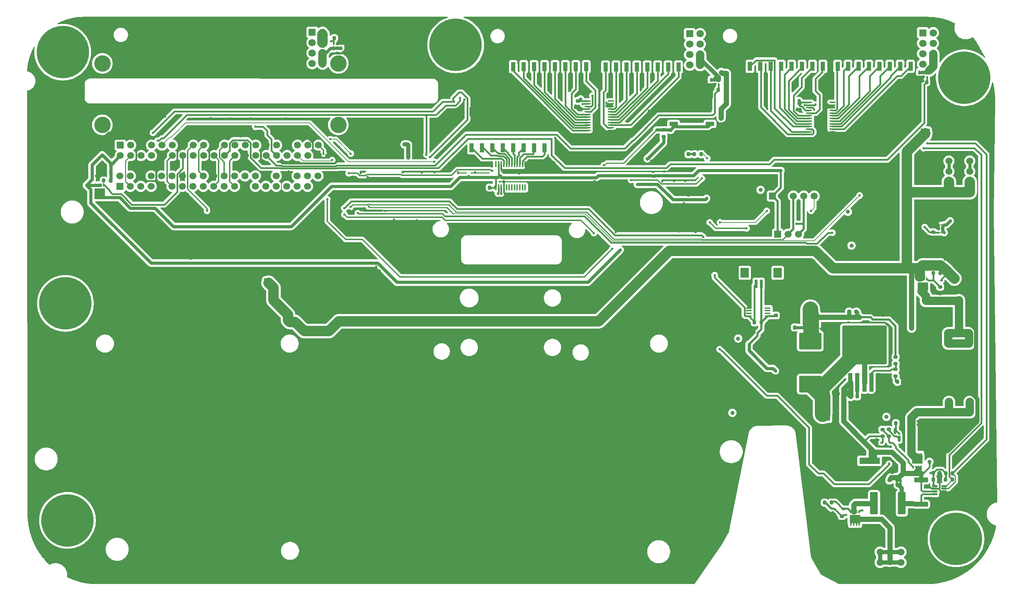
<source format=gbr>
%TF.GenerationSoftware,KiCad,Pcbnew,9.0.2*%
%TF.CreationDate,2025-12-28T14:46:49-05:00*%
%TF.ProjectId,Mothbox_5.0.4,4d6f7468-626f-4785-9f35-2e302e342e6b,5.0.4*%
%TF.SameCoordinates,Original*%
%TF.FileFunction,Copper,L2,Bot*%
%TF.FilePolarity,Positive*%
%FSLAX46Y46*%
G04 Gerber Fmt 4.6, Leading zero omitted, Abs format (unit mm)*
G04 Created by KiCad (PCBNEW 9.0.2) date 2025-12-28 14:46:49*
%MOMM*%
%LPD*%
G01*
G04 APERTURE LIST*
G04 Aperture macros list*
%AMRoundRect*
0 Rectangle with rounded corners*
0 $1 Rounding radius*
0 $2 $3 $4 $5 $6 $7 $8 $9 X,Y pos of 4 corners*
0 Add a 4 corners polygon primitive as box body*
4,1,4,$2,$3,$4,$5,$6,$7,$8,$9,$2,$3,0*
0 Add four circle primitives for the rounded corners*
1,1,$1+$1,$2,$3*
1,1,$1+$1,$4,$5*
1,1,$1+$1,$6,$7*
1,1,$1+$1,$8,$9*
0 Add four rect primitives between the rounded corners*
20,1,$1+$1,$2,$3,$4,$5,0*
20,1,$1+$1,$4,$5,$6,$7,0*
20,1,$1+$1,$6,$7,$8,$9,0*
20,1,$1+$1,$8,$9,$2,$3,0*%
%AMFreePoly0*
4,1,23,0.500000,-0.750000,0.000000,-0.750000,0.000000,-0.745722,-0.065263,-0.745722,-0.191342,-0.711940,-0.304381,-0.646677,-0.396677,-0.554381,-0.461940,-0.441342,-0.495722,-0.315263,-0.495722,-0.250000,-0.500000,-0.250000,-0.500000,0.250000,-0.495722,0.250000,-0.495722,0.315263,-0.461940,0.441342,-0.396677,0.554381,-0.304381,0.646677,-0.191342,0.711940,-0.065263,0.745722,0.000000,0.745722,
0.000000,0.750000,0.500000,0.750000,0.500000,-0.750000,0.500000,-0.750000,$1*%
%AMFreePoly1*
4,1,23,0.000000,0.745722,0.065263,0.745722,0.191342,0.711940,0.304381,0.646677,0.396677,0.554381,0.461940,0.441342,0.495722,0.315263,0.495722,0.250000,0.500000,0.250000,0.500000,-0.250000,0.495722,-0.250000,0.495722,-0.315263,0.461940,-0.441342,0.396677,-0.554381,0.304381,-0.646677,0.191342,-0.711940,0.065263,-0.745722,0.000000,-0.745722,0.000000,-0.750000,-0.500000,-0.750000,
-0.500000,0.750000,0.000000,0.750000,0.000000,0.745722,0.000000,0.745722,$1*%
G04 Aperture macros list end*
%TA.AperFunction,EtchedComponent*%
%ADD10C,0.000000*%
%TD*%
%TA.AperFunction,ComponentPad*%
%ADD11C,1.000000*%
%TD*%
%TA.AperFunction,ComponentPad*%
%ADD12C,12.800000*%
%TD*%
%TA.AperFunction,ComponentPad*%
%ADD13R,1.700000X1.700000*%
%TD*%
%TA.AperFunction,ComponentPad*%
%ADD14C,1.700000*%
%TD*%
%TA.AperFunction,ComponentPad*%
%ADD15R,1.800000X1.780000*%
%TD*%
%TA.AperFunction,ComponentPad*%
%ADD16C,1.800000*%
%TD*%
%TA.AperFunction,SMDPad,CuDef*%
%ADD17RoundRect,0.225000X0.225000X0.250000X-0.225000X0.250000X-0.225000X-0.250000X0.225000X-0.250000X0*%
%TD*%
%TA.AperFunction,SMDPad,CuDef*%
%ADD18RoundRect,0.225000X-0.225000X-0.250000X0.225000X-0.250000X0.225000X0.250000X-0.225000X0.250000X0*%
%TD*%
%TA.AperFunction,SMDPad,CuDef*%
%ADD19RoundRect,0.200000X-0.200000X-0.275000X0.200000X-0.275000X0.200000X0.275000X-0.200000X0.275000X0*%
%TD*%
%TA.AperFunction,SMDPad,CuDef*%
%ADD20RoundRect,0.225000X0.250000X-0.225000X0.250000X0.225000X-0.250000X0.225000X-0.250000X-0.225000X0*%
%TD*%
%TA.AperFunction,SMDPad,CuDef*%
%ADD21R,0.450000X0.400000*%
%TD*%
%TA.AperFunction,SMDPad,CuDef*%
%ADD22R,0.910000X0.400000*%
%TD*%
%TA.AperFunction,SMDPad,CuDef*%
%ADD23R,0.910000X0.810000*%
%TD*%
%TA.AperFunction,SMDPad,CuDef*%
%ADD24R,1.100000X2.200000*%
%TD*%
%TA.AperFunction,SMDPad,CuDef*%
%ADD25RoundRect,0.218750X-0.218750X-0.256250X0.218750X-0.256250X0.218750X0.256250X-0.218750X0.256250X0*%
%TD*%
%TA.AperFunction,SMDPad,CuDef*%
%ADD26R,1.600000X5.000000*%
%TD*%
%TA.AperFunction,SMDPad,CuDef*%
%ADD27RoundRect,0.200000X0.275000X-0.200000X0.275000X0.200000X-0.275000X0.200000X-0.275000X-0.200000X0*%
%TD*%
%TA.AperFunction,SMDPad,CuDef*%
%ADD28RoundRect,0.200000X-0.275000X0.200000X-0.275000X-0.200000X0.275000X-0.200000X0.275000X0.200000X0*%
%TD*%
%TA.AperFunction,SMDPad,CuDef*%
%ADD29RoundRect,0.100000X0.637500X0.100000X-0.637500X0.100000X-0.637500X-0.100000X0.637500X-0.100000X0*%
%TD*%
%TA.AperFunction,SMDPad,CuDef*%
%ADD30FreePoly0,90.000000*%
%TD*%
%TA.AperFunction,SMDPad,CuDef*%
%ADD31FreePoly1,90.000000*%
%TD*%
%TA.AperFunction,SMDPad,CuDef*%
%ADD32RoundRect,0.225000X-0.250000X0.225000X-0.250000X-0.225000X0.250000X-0.225000X0.250000X0.225000X0*%
%TD*%
%TA.AperFunction,SMDPad,CuDef*%
%ADD33RoundRect,0.125000X-0.537500X-0.125000X0.537500X-0.125000X0.537500X0.125000X-0.537500X0.125000X0*%
%TD*%
%TA.AperFunction,SMDPad,CuDef*%
%ADD34R,0.700000X2.000000*%
%TD*%
%TA.AperFunction,SMDPad,CuDef*%
%ADD35R,2.000000X2.400000*%
%TD*%
%TA.AperFunction,SMDPad,CuDef*%
%ADD36R,2.080000X0.980000*%
%TD*%
%TA.AperFunction,SMDPad,CuDef*%
%ADD37RoundRect,0.200000X0.200000X0.275000X-0.200000X0.275000X-0.200000X-0.275000X0.200000X-0.275000X0*%
%TD*%
%TA.AperFunction,SMDPad,CuDef*%
%ADD38RoundRect,0.112500X0.187500X0.112500X-0.187500X0.112500X-0.187500X-0.112500X0.187500X-0.112500X0*%
%TD*%
%TA.AperFunction,SMDPad,CuDef*%
%ADD39R,0.400000X0.750000*%
%TD*%
%TA.AperFunction,SMDPad,CuDef*%
%ADD40R,0.400000X0.800000*%
%TD*%
%TA.AperFunction,SMDPad,CuDef*%
%ADD41R,2.600000X2.000000*%
%TD*%
%TA.AperFunction,SMDPad,CuDef*%
%ADD42RoundRect,0.250000X-1.425000X0.362500X-1.425000X-0.362500X1.425000X-0.362500X1.425000X0.362500X0*%
%TD*%
%TA.AperFunction,SMDPad,CuDef*%
%ADD43RoundRect,0.250000X0.300000X-2.050000X0.300000X2.050000X-0.300000X2.050000X-0.300000X-2.050000X0*%
%TD*%
%TA.AperFunction,SMDPad,CuDef*%
%ADD44RoundRect,0.250002X5.149998X-4.449998X5.149998X4.449998X-5.149998X4.449998X-5.149998X-4.449998X0*%
%TD*%
%TA.AperFunction,SMDPad,CuDef*%
%ADD45RoundRect,0.112500X-0.187500X-0.112500X0.187500X-0.112500X0.187500X0.112500X-0.187500X0.112500X0*%
%TD*%
%TA.AperFunction,ComponentPad*%
%ADD46C,4.000000*%
%TD*%
%TA.AperFunction,SMDPad,CuDef*%
%ADD47RoundRect,0.100000X-0.100000X0.637500X-0.100000X-0.637500X0.100000X-0.637500X0.100000X0.637500X0*%
%TD*%
%TA.AperFunction,SMDPad,CuDef*%
%ADD48RoundRect,0.250000X2.500000X-1.750000X2.500000X1.750000X-2.500000X1.750000X-2.500000X-1.750000X0*%
%TD*%
%TA.AperFunction,SMDPad,CuDef*%
%ADD49R,5.000000X1.600000*%
%TD*%
%TA.AperFunction,SMDPad,CuDef*%
%ADD50RoundRect,0.250000X-0.712500X-2.475000X0.712500X-2.475000X0.712500X2.475000X-0.712500X2.475000X0*%
%TD*%
%TA.AperFunction,SMDPad,CuDef*%
%ADD51R,2.700000X3.300000*%
%TD*%
%TA.AperFunction,SMDPad,CuDef*%
%ADD52R,0.400000X0.450000*%
%TD*%
%TA.AperFunction,SMDPad,CuDef*%
%ADD53R,0.400000X0.910000*%
%TD*%
%TA.AperFunction,SMDPad,CuDef*%
%ADD54R,0.810000X0.910000*%
%TD*%
%TA.AperFunction,SMDPad,CuDef*%
%ADD55RoundRect,0.150000X-0.150000X0.587500X-0.150000X-0.587500X0.150000X-0.587500X0.150000X0.587500X0*%
%TD*%
%TA.AperFunction,SMDPad,CuDef*%
%ADD56R,1.400000X0.410000*%
%TD*%
%TA.AperFunction,ViaPad*%
%ADD57C,0.600000*%
%TD*%
%TA.AperFunction,Conductor*%
%ADD58C,2.032000*%
%TD*%
%TA.AperFunction,Conductor*%
%ADD59C,1.270000*%
%TD*%
%TA.AperFunction,Conductor*%
%ADD60C,0.500000*%
%TD*%
%TA.AperFunction,Conductor*%
%ADD61C,0.800000*%
%TD*%
%TA.AperFunction,Conductor*%
%ADD62C,0.400000*%
%TD*%
%TA.AperFunction,Conductor*%
%ADD63C,1.000000*%
%TD*%
%TA.AperFunction,Conductor*%
%ADD64C,0.203200*%
%TD*%
%TA.AperFunction,Conductor*%
%ADD65C,3.810000*%
%TD*%
%TA.AperFunction,Conductor*%
%ADD66C,2.540000*%
%TD*%
%TA.AperFunction,Conductor*%
%ADD67C,0.250000*%
%TD*%
%TA.AperFunction,Conductor*%
%ADD68C,0.304800*%
%TD*%
G04 APERTURE END LIST*
D10*
%TA.AperFunction,EtchedComponent*%
%TO.C,JP1*%
G36*
X139560000Y-33055671D02*
G01*
X139160000Y-33055671D01*
X139160000Y-32555671D01*
X139560000Y-32555671D01*
X139560000Y-33055671D01*
G37*
%TD.AperFunction*%
%TA.AperFunction,EtchedComponent*%
G36*
X140360000Y-33055671D02*
G01*
X139960000Y-33055671D01*
X139960000Y-32555671D01*
X140360000Y-32555671D01*
X140360000Y-33055671D01*
G37*
%TD.AperFunction*%
%TD*%
D11*
%TO.P,TP9,1,1*%
%TO.N,GND*%
X-67749331Y22291322D03*
%TD*%
D12*
%TO.P,H3,1*%
%TO.N,N/C*%
X31810000Y73964329D03*
%TD*%
D11*
%TO.P,TP4,1,1*%
%TO.N,Net-(LED12-K)*%
X106088922Y38593494D03*
%TD*%
%TO.P,TP7,1,1*%
%TO.N,+3.3V*%
X100644448Y2305791D03*
%TD*%
D12*
%TO.P,H6,1*%
%TO.N,N/C*%
X-62785185Y-42062151D03*
%TD*%
D13*
%TO.P,U5,1,3V3*%
%TO.N,unconnected-(U5-3V3-Pad1)*%
X-50012001Y39448894D03*
D14*
%TO.P,U5,2,5V*%
%TO.N,+5V*%
X-50012001Y41988894D03*
%TO.P,U5,3,GPIO2/SDA1*%
%TO.N,SDA*%
X-47472001Y39448894D03*
%TO.P,U5,4,5V*%
%TO.N,+5V*%
X-47472001Y41988894D03*
%TO.P,U5,5,GPIO3/SCL1*%
%TO.N,SCL*%
X-44932002Y39448894D03*
%TO.P,U5,6,GND*%
%TO.N,GND*%
X-44932001Y41988894D03*
%TO.P,U5,7,GPIO4/GPIO_GCKL*%
%TO.N,unconnected-(U5-GPIO4{slash}GPIO_GCKL-Pad7)*%
X-42392001Y39448894D03*
%TO.P,U5,8,GPIO14/TXD0*%
%TO.N,unconnected-(U5-GPIO14{slash}TXD0-Pad8)*%
X-42392001Y41988894D03*
%TO.P,U5,9,GND*%
%TO.N,GND*%
X-39852001Y39448894D03*
%TO.P,U5,10,GPIO15/RXD0*%
%TO.N,unconnected-(U5-GPIO15{slash}RXD0-Pad10)*%
X-39852001Y41988894D03*
%TO.P,U5,11,GPIO17/GPIO_GEN0*%
%TO.N,/RPI5/Save for eink_11*%
X-37312001Y39448894D03*
%TO.P,U5,12,GPIO18/GPIO_GEN1*%
%TO.N,unconnected-(U5-GPIO18{slash}GPIO_GEN1-Pad12)*%
X-37312001Y41988894D03*
%TO.P,U5,13,GPIO27/GPIO_GEN2*%
%TO.N,unconnected-(U5-GPIO27{slash}GPIO_GEN2-Pad13)*%
X-34772001Y39448894D03*
%TO.P,U5,14,GND*%
%TO.N,GND*%
X-34772001Y41988894D03*
%TO.P,U5,15,GPIO22/GPIO_GEN3*%
%TO.N,unconnected-(U5-GPIO22{slash}GPIO_GEN3-Pad15)*%
X-32232000Y39448894D03*
%TO.P,U5,16,GPIO23/GPIO_GEN4*%
%TO.N,unconnected-(U5-GPIO23{slash}GPIO_GEN4-Pad16)*%
X-32232001Y41988894D03*
%TO.P,U5,17,3V3*%
%TO.N,unconnected-(U5-3V3-Pad17)*%
X-29692001Y39448894D03*
%TO.P,U5,18,GPIO24/GPIO_GEN5*%
%TO.N,/RPI5/Save for eink_18*%
X-29692001Y41988894D03*
%TO.P,U5,19,GPIO10/SPI_MOSI*%
%TO.N,/RPI5/Save for eink_19*%
X-27152001Y39448894D03*
%TO.P,U5,20,GND*%
%TO.N,GND*%
X-27152001Y41988894D03*
%TO.P,U5,21,GPIO9/SPI_MISO*%
%TO.N,unconnected-(U5-GPIO9{slash}SPI_MISO-Pad21)*%
X-24612001Y39448894D03*
%TO.P,U5,22,GPIO25/GPIO_GEN6*%
%TO.N,/RPI5/Save for eink_22*%
X-24612001Y41988894D03*
%TO.P,U5,23,GPIO11/SPI_SCLK*%
%TO.N,/RPI5/Save for eink_23*%
X-22072002Y39448894D03*
%TO.P,U5,24,GPIO8/~{SPI_CE0}*%
%TO.N,/RPI5/Save for eink_24*%
X-22072001Y41988894D03*
%TO.P,U5,25,GND*%
%TO.N,GND*%
X-19532001Y39448894D03*
%TO.P,U5,26,GPIO7/~{SPI_CE1}*%
%TO.N,unconnected-(U5-GPIO7{slash}~{SPI_CE1}-Pad26)*%
X-19532001Y41988894D03*
%TO.P,U5,27,ID_SD*%
%TO.N,unconnected-(U5-ID_SD-Pad27)*%
X-16992001Y39448894D03*
%TO.P,U5,28,ID_SC*%
%TO.N,unconnected-(U5-ID_SC-Pad28)*%
X-16992001Y41988894D03*
%TO.P,U5,29,GPIO5*%
%TO.N,unconnected-(U5-GPIO5-Pad29)*%
X-14452001Y39448894D03*
%TO.P,U5,30,GND*%
%TO.N,GND*%
X-14452001Y41988894D03*
%TO.P,U5,31,GPIO6*%
%TO.N,unconnected-(U5-GPIO6-Pad31)*%
X-11912002Y39448894D03*
%TO.P,U5,32,GPIO12*%
%TO.N,unconnected-(U5-GPIO12-Pad32)*%
X-11912001Y41988894D03*
%TO.P,U5,33,GPIO13*%
%TO.N,unconnected-(U5-GPIO13-Pad33)*%
X-9372000Y39448894D03*
%TO.P,U5,34,GND*%
%TO.N,GND*%
X-9372001Y41988894D03*
%TO.P,U5,35,GPIO19*%
%TO.N,unconnected-(U5-GPIO19-Pad35)*%
X-6832001Y39448894D03*
%TO.P,U5,36,GPIO16*%
%TO.N,unconnected-(U5-GPIO16-Pad36)*%
X-6832001Y41988894D03*
%TO.P,U5,37,GPIO26*%
%TO.N,/RPI5/Save for relay 3*%
X-4292001Y39448894D03*
%TO.P,U5,38,GPIO20*%
%TO.N,/RPI5/Save for relay*%
X-4292001Y41988894D03*
%TO.P,U5,39,GND*%
%TO.N,GND*%
X-1752001Y39448894D03*
%TO.P,U5,40,GPIO21*%
%TO.N,/RPI5/Save for relay 2*%
X-1752001Y41988894D03*
%TD*%
D15*
%TO.P,H10,1,1*%
%TO.N,unconnected-(H10-Pad1)*%
X88827556Y76664779D03*
D16*
%TO.P,H10,2,2*%
%TO.N,+12V*%
X91367556Y76664779D03*
%TO.P,H10,3,3*%
%TO.N,unconnected-(H10-Pad3)*%
X88827556Y74124779D03*
%TO.P,H10,4,4*%
%TO.N,+12V*%
X91367556Y74124779D03*
%TO.P,H10,5,5*%
%TO.N,unconnected-(H10-Pad5)*%
X88827556Y71584779D03*
%TO.P,H10,6,6*%
%TO.N,Net-(H10-Pad6)*%
X91367556Y71584779D03*
%TO.P,H10,7,7*%
%TO.N,unconnected-(H10-Pad7)*%
X88827556Y69044779D03*
%TO.P,H10,8,8*%
%TO.N,Net-(H10-Pad6)*%
X91367556Y69044779D03*
%TD*%
D11*
%TO.P,TP6,1,1*%
%TO.N,Net-(LED27-K)*%
X128267838Y24986014D03*
%TD*%
D12*
%TO.P,H7,1*%
%TO.N,N/C*%
X153714815Y-46562151D03*
%TD*%
D11*
%TO.P,TP3,1,1*%
%TO.N,PHOTO_LED_CTRL*%
X127364815Y33237849D03*
%TD*%
D12*
%TO.P,H4,1*%
%TO.N,N/C*%
X-63935185Y72187849D03*
%TD*%
D11*
%TO.P,TP2,1,1*%
%TO.N,+9-36V*%
X147247758Y-27774716D03*
%TD*%
D12*
%TO.P,H5,1*%
%TO.N,N/C*%
X-63300000Y10884329D03*
%TD*%
D11*
%TO.P,TP8,1,1*%
%TO.N,GND*%
X18208170Y79732148D03*
%TD*%
D15*
%TO.P,H9,1,1*%
%TO.N,unconnected-(H9-Pad1)*%
X-3153838Y77032342D03*
D16*
%TO.P,H9,2,2*%
%TO.N,+12V*%
X-613838Y77032342D03*
%TO.P,H9,3,3*%
%TO.N,unconnected-(H9-Pad3)*%
X-3153838Y74492342D03*
%TO.P,H9,4,4*%
%TO.N,+12V*%
X-613838Y74492342D03*
%TO.P,H9,5,5*%
%TO.N,unconnected-(H9-Pad5)*%
X-3153838Y71952342D03*
%TO.P,H9,6,6*%
%TO.N,Net-(H9-Pad6)*%
X-613838Y71952342D03*
%TO.P,H9,7,7*%
%TO.N,unconnected-(H9-Pad7)*%
X-3153838Y69412342D03*
%TO.P,H9,8,8*%
%TO.N,Net-(H9-Pad6)*%
X-613838Y69412342D03*
%TD*%
D15*
%TO.P,H8,1,1*%
%TO.N,unconnected-(H8-Pad1)*%
X145620519Y76898184D03*
D16*
%TO.P,H8,2,2*%
%TO.N,+12V*%
X148160519Y76898184D03*
%TO.P,H8,3,3*%
%TO.N,unconnected-(H8-Pad3)*%
X145620519Y74358184D03*
%TO.P,H8,4,4*%
%TO.N,+12V*%
X148160519Y74358184D03*
%TO.P,H8,5,5*%
%TO.N,unconnected-(H8-Pad5)*%
X145620519Y71818184D03*
%TO.P,H8,6,6*%
%TO.N,Net-(H8-Pad6)*%
X148160519Y71818184D03*
%TO.P,H8,7,7*%
%TO.N,unconnected-(H8-Pad7)*%
X145620519Y69278184D03*
%TO.P,H8,8,8*%
%TO.N,Net-(H8-Pad6)*%
X148160519Y69278184D03*
%TD*%
D12*
%TO.P,H2,1*%
%TO.N,N/C*%
X155714815Y65937849D03*
%TD*%
D11*
%TO.P,TP10,1,1*%
%TO.N,GND*%
X146615789Y-54705402D03*
%TD*%
%TO.P,TP5,1,1*%
%TO.N,+12V*%
X136756166Y-16792685D03*
%TD*%
D17*
%TO.P,C17,1*%
%TO.N,+3V3*%
X-52225000Y44584329D03*
%TO.P,C17,2*%
%TO.N,GND*%
X-53775000Y44584329D03*
%TD*%
D18*
%TO.P,C3,1*%
%TO.N,+9-36V*%
X128072303Y-11798759D03*
%TO.P,C3,2*%
%TO.N,Net-(U2-VC)*%
X129622303Y-11798759D03*
%TD*%
D19*
%TO.P,R38,1*%
%TO.N,Net-(D1-A)*%
X121705855Y-37724046D03*
%TO.P,R38,2*%
%TO.N,Net-(D1-K)*%
X123355855Y-37724046D03*
%TD*%
D14*
%TO.P,J4,1,Pin_1*%
%TO.N,Net-(J4-Pin_1)*%
X157061743Y45616086D03*
X151981743Y45616086D03*
%TO.P,J4,2,Pin_2*%
X157061743Y43076086D03*
X151981743Y43076086D03*
%TO.P,J4,3,Pin_3*%
%TO.N,+12V*%
X157061743Y40536086D03*
X151981743Y40536086D03*
%TO.P,J4,4,Pin_4*%
X157061743Y37996086D03*
X151981743Y37996086D03*
%TD*%
D20*
%TO.P,C7,1*%
%TO.N,GND*%
X61592858Y58742782D03*
%TO.P,C7,2*%
%TO.N,+3.3V*%
X61592858Y60292782D03*
%TD*%
D21*
%TO.P,Q5,1,D*%
%TO.N,Net-(H8-Pad6)*%
X146650160Y67549356D03*
%TO.P,Q5,2,D*%
X146650160Y66889357D03*
%TO.P,Q5,3,G*%
%TO.N,UV1_CTRL*%
X146650160Y66239356D03*
%TO.P,Q5,4,S*%
%TO.N,GND*%
X144750160Y66239356D03*
%TO.P,Q5,5,D*%
%TO.N,Net-(H8-Pad6)*%
X144750160Y66889357D03*
%TO.P,Q5,6,D*%
X144750160Y67549356D03*
D22*
%TO.P,Q5,7,S*%
%TO.N,GND*%
X145700160Y66189355D03*
D23*
%TO.P,Q5,8,D*%
%TO.N,Net-(H8-Pad6)*%
X145700160Y67219355D03*
%TD*%
D24*
%TO.P,U10,1,1*%
%TO.N,GND*%
X68335084Y77364867D03*
%TO.P,U10,2,2*%
X70875084Y77364867D03*
%TO.P,U10,3,3*%
X73415084Y77364867D03*
%TO.P,U10,4,4*%
X75955084Y77364867D03*
%TO.P,U10,5,5*%
X78495084Y77364867D03*
%TO.P,U10,6,6*%
X81035084Y77364867D03*
%TO.P,U10,7,7*%
X83575084Y77364867D03*
%TO.P,U10,8,8*%
X86115084Y77364867D03*
%TO.P,U10,9,9*%
%TO.N,/GPS and Switches and Light Sensor/Hour_23*%
X86115084Y68564867D03*
%TO.P,U10,10,10*%
%TO.N,/GPS and Switches and Light Sensor/Hour_22*%
X83575084Y68564867D03*
%TO.P,U10,11,11*%
%TO.N,/GPS and Switches and Light Sensor/Hour_21*%
X81035084Y68564867D03*
%TO.P,U10,12,12*%
%TO.N,/GPS and Switches and Light Sensor/Hour_20*%
X78495084Y68564867D03*
%TO.P,U10,13,13*%
%TO.N,/GPS and Switches and Light Sensor/Hour_19*%
X75955084Y68564867D03*
%TO.P,U10,14,14*%
%TO.N,/GPS and Switches and Light Sensor/Hour_18*%
X73415084Y68564867D03*
%TO.P,U10,15,15*%
%TO.N,/GPS and Switches and Light Sensor/Hour_17*%
X70875084Y68564867D03*
%TO.P,U10,16,16*%
%TO.N,/GPS and Switches and Light Sensor/Hour_24*%
X68335084Y68564867D03*
%TD*%
D25*
%TO.P,D3,1,K*%
%TO.N,GND*%
X86963088Y47278041D03*
%TO.P,D3,2,A*%
%TO.N,Net-(D3-A)*%
X88538090Y47278041D03*
%TD*%
D18*
%TO.P,C8,1*%
%TO.N,+3.3V*%
X148151600Y-30527067D03*
%TO.P,C8,2*%
%TO.N,GND*%
X149701600Y-30527067D03*
%TD*%
D26*
%TO.P,C16,1*%
%TO.N,+5V*%
X118675583Y7498297D03*
%TO.P,C16,2*%
%TO.N,GND*%
X118675583Y19098297D03*
%TD*%
D19*
%TO.P,R1,1*%
%TO.N,EN_12VReg*%
X139062677Y-18372672D03*
%TO.P,R1,2*%
%TO.N,GND*%
X140712677Y-18372672D03*
%TD*%
D13*
%TO.P,U7,1,1*%
%TO.N,+5V*%
X-49915185Y49490349D03*
D14*
%TO.P,U7,2,2*%
%TO.N,+3V3*%
X-49915185Y46950349D03*
%TO.P,U7,3,3*%
%TO.N,+5V*%
X-47375185Y49490349D03*
%TO.P,U7,4,4*%
%TO.N,SDA*%
X-47375185Y46950349D03*
%TO.P,U7,5,5*%
%TO.N,GND*%
X-44835185Y49490349D03*
%TO.P,U7,6,6*%
%TO.N,SCL*%
X-44835185Y46950349D03*
%TO.P,U7,7,7*%
%TO.N,GPS_RX*%
X-42295185Y49490349D03*
%TO.P,U7,8,8*%
%TO.N,GPIO4*%
X-42295185Y46950349D03*
%TO.P,U7,9,9*%
%TO.N,GPS_TX*%
X-39755185Y49490349D03*
%TO.P,U7,10,10*%
%TO.N,GND*%
X-39755185Y46950349D03*
%TO.P,U7,11,11*%
%TO.N,unconnected-(U7-Pad11)*%
X-37215185Y49490349D03*
%TO.P,U7,12,12*%
%TO.N,/RPI5/Save for eink_11*%
X-37215185Y46950349D03*
%TO.P,U7,13,13*%
%TO.N,GND*%
X-34675185Y49490349D03*
%TO.P,U7,14,14*%
%TO.N,3V3_CTL*%
X-34675185Y46950349D03*
%TO.P,U7,15,15*%
%TO.N,EN_12VReg*%
X-32135185Y49490349D03*
%TO.P,U7,16,16*%
%TO.N,unconnected-(U7-Pad16)*%
X-32135185Y46950349D03*
%TO.P,U7,17,17*%
%TO.N,/RPI5/Save for eink_18*%
X-29595185Y49490349D03*
%TO.P,U7,18,18*%
%TO.N,unconnected-(U7-Pad18)*%
X-29595185Y46950349D03*
%TO.P,U7,19,19*%
%TO.N,GND*%
X-27055185Y49490349D03*
%TO.P,U7,20,20*%
%TO.N,/RPI5/Save for eink_19*%
X-27055185Y46950349D03*
%TO.P,U7,21,21*%
%TO.N,/RPI5/Save for eink_22*%
X-24515185Y49490349D03*
%TO.P,U7,22,22*%
%TO.N,UV1_CTRL*%
X-24515185Y46950349D03*
%TO.P,U7,23,23*%
%TO.N,/RPI5/Save for eink_24*%
X-21975185Y49490349D03*
%TO.P,U7,24,24*%
%TO.N,/RPI5/Save for eink_23*%
X-21975185Y46950349D03*
%TO.P,U7,25,25*%
%TO.N,UV4_EX_CTRL*%
X-19435185Y49490349D03*
%TO.P,U7,26,26*%
%TO.N,GND*%
X-19435185Y46950349D03*
%TO.P,U7,27,27*%
%TO.N,unconnected-(U7-Pad27)*%
X-16895185Y49490349D03*
%TO.P,U7,28,28*%
%TO.N,unconnected-(U7-Pad28)*%
X-16895185Y46950349D03*
%TO.P,U7,29,29*%
%TO.N,GND*%
X-14355185Y49490349D03*
%TO.P,U7,30,30*%
%TO.N,UV2_CTRL*%
X-14355185Y46950349D03*
%TO.P,U7,31,31*%
%TO.N,GPS_PPS*%
X-11815185Y49490349D03*
%TO.P,U7,32,32*%
%TO.N,UV3_CTRL*%
X-11815185Y46950349D03*
%TO.P,U7,33,33*%
%TO.N,GND*%
X-9275185Y49490349D03*
%TO.P,U7,34,34*%
%TO.N,User_LED*%
X-9275185Y46950349D03*
%TO.P,U7,35,35*%
%TO.N,SWITCH*%
X-6735185Y49490349D03*
%TO.P,U7,36,36*%
%TO.N,PHOTO_LED_CTRL*%
X-6735185Y46950349D03*
%TO.P,U7,37,37*%
%TO.N,/RPI5/Save for relay*%
X-4195185Y49490349D03*
%TO.P,U7,38,38*%
%TO.N,/RPI5/Save for relay 3*%
X-4195185Y46950349D03*
%TO.P,U7,39,39*%
%TO.N,/RPI5/Save for relay 2*%
X-1655185Y49490349D03*
%TO.P,U7,40,40*%
%TO.N,GND*%
X-1655185Y46950349D03*
%TD*%
D24*
%TO.P,U11,1,1*%
%TO.N,GND*%
X45829011Y77420614D03*
%TO.P,U11,2,2*%
X48369011Y77420614D03*
%TO.P,U11,3,3*%
X50909011Y77420614D03*
%TO.P,U11,4,4*%
X53449011Y77420614D03*
%TO.P,U11,5,5*%
X55989011Y77420614D03*
%TO.P,U11,6,6*%
X58529011Y77420614D03*
%TO.P,U11,7,7*%
X61069011Y77420614D03*
%TO.P,U11,8,8*%
X63609011Y77420614D03*
%TO.P,U11,9,9*%
%TO.N,/GPS and Switches and Light Sensor/Mon*%
X63609011Y68620614D03*
%TO.P,U11,10,10*%
%TO.N,/GPS and Switches and Light Sensor/Tue*%
X61069011Y68620614D03*
%TO.P,U11,11,11*%
%TO.N,/GPS and Switches and Light Sensor/Wed*%
X58529011Y68620614D03*
%TO.P,U11,12,12*%
%TO.N,/GPS and Switches and Light Sensor/Thur*%
X55989011Y68620614D03*
%TO.P,U11,13,13*%
%TO.N,/GPS and Switches and Light Sensor/Fri*%
X53449011Y68620614D03*
%TO.P,U11,14,14*%
%TO.N,/GPS and Switches and Light Sensor/Sat*%
X50909011Y68620614D03*
%TO.P,U11,15,15*%
%TO.N,/GPS and Switches and Light Sensor/Sun*%
X48369011Y68620614D03*
%TO.P,U11,16,16*%
%TO.N,/GPS and Switches and Light Sensor/Armed{slash}Disarmed*%
X45829011Y68620614D03*
%TD*%
D17*
%TO.P,C5,1*%
%TO.N,+5V*%
X114427649Y5011284D03*
%TO.P,C5,2*%
%TO.N,GND*%
X112877649Y5011284D03*
%TD*%
D27*
%TO.P,R30,1*%
%TO.N,Net-(D2-A)*%
X137310970Y-21503359D03*
%TO.P,R30,2*%
%TO.N,Net-(Q2-D)*%
X137310970Y-19853359D03*
%TD*%
D14*
%TO.P,J3,1,Pin_1*%
%TO.N,GND*%
X157079878Y-8069029D03*
X151999878Y-8069029D03*
%TO.P,J3,2,Pin_2*%
X157079878Y-10609029D03*
X151999878Y-10609029D03*
%TO.P,J3,3,Pin_3*%
%TO.N,Net-(J3-Pin_3)*%
X157079878Y-13149029D03*
X151999878Y-13149029D03*
%TO.P,J3,4,Pin_4*%
X157079878Y-15689029D03*
X151999878Y-15689029D03*
%TD*%
D28*
%TO.P,R3,1*%
%TO.N,Net-(U2-FB)*%
X138996943Y-5185970D03*
%TO.P,R3,2*%
%TO.N,Net-(R3-Pad2)*%
X138996943Y-6835970D03*
%TD*%
D17*
%TO.P,C18,1*%
%TO.N,+3V3*%
X-52231879Y42850432D03*
%TO.P,C18,2*%
%TO.N,GND*%
X-53781879Y42850432D03*
%TD*%
D29*
%TO.P,U9,1,INT*%
%TO.N,unconnected-(U9-INT-Pad1)*%
X123602659Y59922277D03*
%TO.P,U9,2,A1*%
%TO.N,GND*%
X123602659Y59272277D03*
%TO.P,U9,3,A2*%
X123602659Y58622277D03*
%TO.P,U9,4,IO0_0*%
%TO.N,/GPS and Switches and Light Sensor/Hour_1*%
X123602659Y57972277D03*
%TO.P,U9,5,IO0_1*%
%TO.N,/GPS and Switches and Light Sensor/Hour_2*%
X123602659Y57322277D03*
%TO.P,U9,6,IO0_2*%
%TO.N,/GPS and Switches and Light Sensor/Hour_3*%
X123602659Y56672277D03*
%TO.P,U9,7,IO0_3*%
%TO.N,/GPS and Switches and Light Sensor/Hour_4*%
X123602659Y56022277D03*
%TO.P,U9,8,IO0_4*%
%TO.N,/GPS and Switches and Light Sensor/Hour_5*%
X123602659Y55372277D03*
%TO.P,U9,9,IO0_5*%
%TO.N,/GPS and Switches and Light Sensor/Hour_6*%
X123602659Y54722277D03*
%TO.P,U9,10,IO0_6*%
%TO.N,/GPS and Switches and Light Sensor/Hour_7*%
X123602659Y54072277D03*
%TO.P,U9,11,IO0_7*%
%TO.N,/GPS and Switches and Light Sensor/Hour_8*%
X123602659Y53422277D03*
%TO.P,U9,12,VSS*%
%TO.N,GND*%
X123602659Y52772277D03*
%TO.P,U9,13,IO1_0*%
%TO.N,/GPS and Switches and Light Sensor/Hour_11*%
X117877659Y52772277D03*
%TO.P,U9,14,IO1_1*%
%TO.N,/GPS and Switches and Light Sensor/Hour_10*%
X117877659Y53422277D03*
%TO.P,U9,15,IO1_2*%
%TO.N,/GPS and Switches and Light Sensor/Hour_9*%
X117877659Y54072277D03*
%TO.P,U9,16,IO1_3*%
%TO.N,/GPS and Switches and Light Sensor/Hour_12*%
X117877659Y54722277D03*
%TO.P,U9,17,IO1_4*%
%TO.N,/GPS and Switches and Light Sensor/Hour_13*%
X117877659Y55372277D03*
%TO.P,U9,18,IO1_5*%
%TO.N,/GPS and Switches and Light Sensor/Hour_14*%
X117877659Y56022277D03*
%TO.P,U9,19,IO1_6*%
%TO.N,/GPS and Switches and Light Sensor/Hour_15*%
X117877659Y56672277D03*
%TO.P,U9,20,IO1_7*%
%TO.N,/GPS and Switches and Light Sensor/Hour_16*%
X117877659Y57322277D03*
%TO.P,U9,21,A0*%
%TO.N,+3.3V*%
X117877659Y57972277D03*
%TO.P,U9,22,SCL*%
%TO.N,SCL*%
X117877659Y58622277D03*
%TO.P,U9,23,SDA*%
%TO.N,SDA*%
X117877659Y59272277D03*
%TO.P,U9,24,VDD*%
%TO.N,+3.3V*%
X117877659Y59922277D03*
%TD*%
D30*
%TO.P,JP1,1,A*%
%TO.N,Net-(JP1-A)*%
X139760000Y-33455671D03*
D31*
%TO.P,JP1,2,B*%
%TO.N,+9-36V*%
X139760000Y-32155671D03*
%TD*%
D32*
%TO.P,C15,1*%
%TO.N,SWITCH*%
X84116199Y53173938D03*
%TO.P,C15,2*%
%TO.N,GND*%
X84116199Y51623938D03*
%TD*%
D33*
%TO.P,U3,1,IN+*%
%TO.N,Net-(JP1-A)*%
X148564100Y-35631444D03*
%TO.P,U3,2,IN-*%
%TO.N,+9-36V*%
X148564100Y-34981444D03*
%TO.P,U3,3,GND*%
%TO.N,GND*%
X148564100Y-34331444D03*
%TO.P,U3,4,VS*%
%TO.N,+3.3V*%
X148564100Y-33681444D03*
%TO.P,U3,5,SCL*%
%TO.N,SCL*%
X150839100Y-33681444D03*
%TO.P,U3,6,SDA*%
%TO.N,SDA*%
X150839100Y-34331444D03*
%TO.P,U3,7,A0*%
%TO.N,GND*%
X150839100Y-34981444D03*
%TO.P,U3,8,A1*%
X150839100Y-35631444D03*
%TD*%
D32*
%TO.P,C4,1*%
%TO.N,GND*%
X109824516Y9487413D03*
%TO.P,C4,2*%
%TO.N,+3.3V*%
X109824516Y7937413D03*
%TD*%
D34*
%TO.P,J5,1,Pin_1*%
%TO.N,GPIO4*%
X105000000Y15634329D03*
%TO.P,J5,2,Pin_2*%
%TO.N,+3.3V*%
X106250000Y15634329D03*
%TO.P,J5,3,Pin_3*%
%TO.N,GND*%
X107500000Y15634329D03*
D35*
%TO.P,J5,4*%
%TO.N,N/C*%
X110250000Y18334329D03*
%TO.P,J5,5*%
X102250000Y18334329D03*
%TD*%
D24*
%TO.P,U13,1,1*%
%TO.N,GND*%
X124864222Y77531424D03*
%TO.P,U13,2,2*%
X127404222Y77531424D03*
%TO.P,U13,3,3*%
X129944222Y77531424D03*
%TO.P,U13,4,4*%
X132484222Y77531424D03*
%TO.P,U13,5,5*%
X135024222Y77531424D03*
%TO.P,U13,6,6*%
X137564222Y77531424D03*
%TO.P,U13,7,7*%
X140104222Y77531424D03*
%TO.P,U13,8,8*%
X142644222Y77531424D03*
%TO.P,U13,9,9*%
%TO.N,/GPS and Switches and Light Sensor/Hour_8*%
X142644222Y68731424D03*
%TO.P,U13,10,10*%
%TO.N,/GPS and Switches and Light Sensor/Hour_7*%
X140104222Y68731424D03*
%TO.P,U13,11,11*%
%TO.N,/GPS and Switches and Light Sensor/Hour_6*%
X137564222Y68731424D03*
%TO.P,U13,12,12*%
%TO.N,/GPS and Switches and Light Sensor/Hour_5*%
X135024222Y68731424D03*
%TO.P,U13,13,13*%
%TO.N,/GPS and Switches and Light Sensor/Hour_4*%
X132484222Y68731424D03*
%TO.P,U13,14,14*%
%TO.N,/GPS and Switches and Light Sensor/Hour_3*%
X129944222Y68731424D03*
%TO.P,U13,15,15*%
%TO.N,/GPS and Switches and Light Sensor/Hour_2*%
X127404222Y68731424D03*
%TO.P,U13,16,16*%
%TO.N,/GPS and Switches and Light Sensor/Hour_1*%
X124864222Y68731424D03*
%TD*%
D21*
%TO.P,Q6,1,D*%
%TO.N,Net-(H9-Pad6)*%
X2031790Y72839962D03*
%TO.P,Q6,2,D*%
X2031790Y73499961D03*
%TO.P,Q6,3,G*%
%TO.N,UV3_CTRL*%
X2031790Y74149962D03*
%TO.P,Q6,4,S*%
%TO.N,GND*%
X3931790Y74149962D03*
%TO.P,Q6,5,D*%
%TO.N,Net-(H9-Pad6)*%
X3931790Y73499961D03*
%TO.P,Q6,6,D*%
X3931790Y72839962D03*
D22*
%TO.P,Q6,7,S*%
%TO.N,GND*%
X2981790Y74199963D03*
D23*
%TO.P,Q6,8,D*%
%TO.N,Net-(H9-Pad6)*%
X2981790Y73169963D03*
%TD*%
D36*
%TO.P,SW2,1,1*%
%TO.N,SWITCH*%
X93790000Y54684329D03*
%TO.P,SW2,2,2*%
X84910000Y54684329D03*
%TO.P,SW2,3,3*%
%TO.N,GND*%
X93790000Y50184329D03*
%TO.P,SW2,4,4*%
X84910000Y50184329D03*
%TD*%
D37*
%TO.P,R34,1*%
%TO.N,User_LED*%
X91625000Y47284329D03*
%TO.P,R34,2*%
%TO.N,Net-(D3-A)*%
X89975000Y47284329D03*
%TD*%
D13*
%TO.P,U8,1,1*%
%TO.N,+3.3V*%
X109003998Y37067769D03*
D14*
%TO.P,U8,2,2*%
%TO.N,GND*%
X111543998Y37067769D03*
%TO.P,U8,3,3*%
%TO.N,GPS_RX*%
X114083998Y37067769D03*
%TO.P,U8,4,4*%
%TO.N,GPS_TX*%
X116623998Y37067769D03*
%TO.P,U8,5,5*%
%TO.N,GPS_PPS*%
X119163998Y37067769D03*
%TD*%
D24*
%TO.P,U12,1,1*%
%TO.N,GND*%
X35674815Y57637849D03*
%TO.P,U12,2,2*%
X38214815Y57637849D03*
%TO.P,U12,3,3*%
X40754815Y57637849D03*
%TO.P,U12,4,4*%
X43294815Y57637849D03*
%TO.P,U12,5,5*%
X45834815Y57637849D03*
%TO.P,U12,6,6*%
X48374815Y57637849D03*
%TO.P,U12,7,7*%
X50914815Y57637849D03*
%TO.P,U12,8,8*%
X53454815Y57637849D03*
%TO.P,U12,9,9*%
%TO.N,/GPS and Switches and Light Sensor/C2*%
X53454815Y48837849D03*
%TO.P,U12,10,10*%
%TO.N,/GPS and Switches and Light Sensor/C1*%
X50914815Y48837849D03*
%TO.P,U12,11,11*%
%TO.N,/GPS and Switches and Light Sensor/Attractor_3*%
X48374815Y48837849D03*
%TO.P,U12,12,12*%
%TO.N,/GPS and Switches and Light Sensor/Attractor_2*%
X45834815Y48837849D03*
%TO.P,U12,13,13*%
%TO.N,/GPS and Switches and Light Sensor/Attractor_1*%
X43294815Y48837849D03*
%TO.P,U12,14,14*%
%TO.N,/GPS and Switches and Light Sensor/INT{slash}EXT_Attractor*%
X40754815Y48837849D03*
%TO.P,U12,15,15*%
%TO.N,/GPS and Switches and Light Sensor/HI{slash}LOW_PWR*%
X38214815Y48837849D03*
%TO.P,U12,16,16*%
%TO.N,/GPS and Switches and Light Sensor/Test_Debug*%
X35674815Y48837849D03*
%TD*%
D37*
%TO.P,R6,1,1*%
%TO.N,SDA*%
X152863364Y-30549371D03*
%TO.P,R6,2,2*%
%TO.N,+3.3V*%
X151213364Y-30549371D03*
%TD*%
D18*
%TO.P,C6,1*%
%TO.N,+3.3V*%
X148167608Y-32121272D03*
%TO.P,C6,2*%
%TO.N,GND*%
X149717608Y-32121272D03*
%TD*%
%TO.P,C12,1*%
%TO.N,GND*%
X38539815Y39137849D03*
%TO.P,C12,2*%
%TO.N,+3.3V*%
X40089815Y39137849D03*
%TD*%
D27*
%TO.P,R19,1*%
%TO.N,UV4_EX_CTRL*%
X148166558Y28300931D03*
%TO.P,R19,2*%
%TO.N,GND*%
X148166558Y29950931D03*
%TD*%
D19*
%TO.P,R31,1*%
%TO.N,UV3_CTRL*%
X2217301Y75591151D03*
%TO.P,R31,2*%
%TO.N,GND*%
X3867301Y75591151D03*
%TD*%
D32*
%TO.P,C2,1*%
%TO.N,+9-36V*%
X137480000Y-32300671D03*
%TO.P,C2,2*%
%TO.N,GND*%
X137480000Y-33850671D03*
%TD*%
D38*
%TO.P,D1,1,K*%
%TO.N,Net-(D1-K)*%
X126277208Y-39420776D03*
%TO.P,D1,2,A*%
%TO.N,Net-(D1-A)*%
X124177208Y-39420776D03*
%TD*%
D14*
%TO.P,J2,1,Pin_1*%
%TO.N,GND*%
X140302098Y-44704396D03*
X135222098Y-44704396D03*
%TO.P,J2,2,Pin_2*%
X140302098Y-47244396D03*
X135222098Y-47244396D03*
%TO.P,J2,3,Pin_3*%
%TO.N,Net-(J2-Pin_3)*%
X140302098Y-49784396D03*
X135222098Y-49784396D03*
%TO.P,J2,4,Pin_4*%
X140302098Y-52324396D03*
X135222098Y-52324396D03*
%TD*%
D38*
%TO.P,D4,1,K*%
%TO.N,+12V*%
X150108629Y16505191D03*
%TO.P,D4,2,A*%
%TO.N,Net-(D4-A)*%
X148008629Y16505191D03*
%TD*%
D39*
%TO.P,Q10,1,S*%
%TO.N,+12V*%
X144643937Y16869101D03*
%TO.P,Q10,2,S*%
X145303937Y16869101D03*
%TO.P,Q10,3,S*%
X145953937Y16869101D03*
%TO.P,Q10,4,G*%
%TO.N,Net-(D4-A)*%
X146603937Y16869101D03*
D40*
%TO.P,Q10,5,D*%
%TO.N,Net-(J1-Pin_3)*%
X146603937Y13809101D03*
%TO.P,Q10,6,D*%
X145953937Y13809101D03*
%TO.P,Q10,7,D*%
X145303937Y13809101D03*
%TO.P,Q10,8,D*%
X144643937Y13809101D03*
D41*
%TO.P,Q10,9,D*%
X145623937Y15009101D03*
%TD*%
D37*
%TO.P,R5,1,1*%
%TO.N,SCL*%
X152828173Y-32133002D03*
%TO.P,R5,2,2*%
%TO.N,+3.3V*%
X151178173Y-32133002D03*
%TD*%
D42*
%TO.P,R4,1,1*%
%TO.N,+9-36V*%
X145201600Y-32193944D03*
%TO.P,R4,2,2*%
%TO.N,Net-(JP1-A)*%
X145201600Y-38118944D03*
%TD*%
D43*
%TO.P,U2,1,GND*%
%TO.N,GND*%
X134783638Y-8393245D03*
%TO.P,U2,2,FB*%
%TO.N,Net-(U2-FB)*%
X133083638Y-8393244D03*
%TO.P,U2,3,SW*%
%TO.N,Net-(E1-C)*%
X131383638Y-8393245D03*
D44*
X131383638Y756755D03*
D43*
%TO.P,U2,4,VC*%
%TO.N,Net-(U2-VC)*%
X129683638Y-8393244D03*
%TO.P,U2,5,VIN*%
%TO.N,+9-36V*%
X127983638Y-8393245D03*
%TD*%
D39*
%TO.P,Q1,1,S*%
%TO.N,Net-(D1-K)*%
X128136835Y-39932735D03*
%TO.P,Q1,2,S*%
X128796835Y-39932735D03*
%TO.P,Q1,3,S*%
X129446835Y-39932735D03*
%TO.P,Q1,4,G*%
%TO.N,Net-(D1-A)*%
X130096835Y-39932735D03*
D40*
%TO.P,Q1,5,D*%
%TO.N,Net-(J2-Pin_3)*%
X130096835Y-42992735D03*
%TO.P,Q1,6,D*%
X129446835Y-42992735D03*
%TO.P,Q1,7,D*%
X128796835Y-42992735D03*
%TO.P,Q1,8,D*%
X128136835Y-42992735D03*
D41*
%TO.P,Q1,9,D*%
X129116835Y-41792735D03*
%TD*%
D24*
%TO.P,U14,1,1*%
%TO.N,GND*%
X103506146Y77511845D03*
%TO.P,U14,2,2*%
X106046146Y77511845D03*
%TO.P,U14,3,3*%
X108586146Y77511845D03*
%TO.P,U14,4,4*%
X111126146Y77511845D03*
%TO.P,U14,5,5*%
X113666146Y77511845D03*
%TO.P,U14,6,6*%
X116206146Y77511845D03*
%TO.P,U14,7,7*%
X118746146Y77511845D03*
%TO.P,U14,8,8*%
X121286146Y77511845D03*
%TO.P,U14,9,9*%
%TO.N,/GPS and Switches and Light Sensor/Hour_16*%
X121286146Y68711845D03*
%TO.P,U14,10,10*%
%TO.N,/GPS and Switches and Light Sensor/Hour_15*%
X118746146Y68711845D03*
%TO.P,U14,11,11*%
%TO.N,/GPS and Switches and Light Sensor/Hour_14*%
X116206146Y68711845D03*
%TO.P,U14,12,12*%
%TO.N,/GPS and Switches and Light Sensor/Hour_13*%
X113666146Y68711845D03*
%TO.P,U14,13,13*%
%TO.N,/GPS and Switches and Light Sensor/Hour_12*%
X111126146Y68711845D03*
%TO.P,U14,14,14*%
%TO.N,/GPS and Switches and Light Sensor/Hour_11*%
X108586146Y68711845D03*
%TO.P,U14,15,15*%
%TO.N,/GPS and Switches and Light Sensor/Hour_10*%
X106046146Y68711845D03*
%TO.P,U14,16,16*%
%TO.N,/GPS and Switches and Light Sensor/Hour_9*%
X103506146Y68711845D03*
%TD*%
D20*
%TO.P,C9,1*%
%TO.N,GND*%
X115615709Y58140257D03*
%TO.P,C9,2*%
%TO.N,+3.3V*%
X115615709Y59690257D03*
%TD*%
D45*
%TO.P,D2,1,K*%
%TO.N,+9-36V*%
X135604336Y-23146464D03*
%TO.P,D2,2,A*%
%TO.N,Net-(D2-A)*%
X137704336Y-23146464D03*
%TD*%
D27*
%TO.P,R35,1*%
%TO.N,+3V3*%
X82462843Y51573397D03*
%TO.P,R35,2*%
%TO.N,SWITCH*%
X82462843Y53223397D03*
%TD*%
D46*
%TO.P,U6,S1*%
%TO.N,N/C*%
X-54285185Y54437849D03*
%TO.P,U6,S2*%
X3214815Y54437849D03*
%TO.P,U6,S3*%
X-54285185Y69437849D03*
X3214815Y69437849D03*
%TD*%
D28*
%TO.P,R39,1*%
%TO.N,Net-(D4-A)*%
X149860106Y14894111D03*
%TO.P,R39,2*%
%TO.N,GND*%
X149860106Y13244111D03*
%TD*%
D37*
%TO.P,R21,1*%
%TO.N,UV2_CTRL*%
X95757594Y62938269D03*
%TO.P,R21,2*%
%TO.N,GND*%
X94107594Y62938269D03*
%TD*%
D14*
%TO.P,J1,1,Pin_1*%
%TO.N,GND*%
X156914327Y8694689D03*
X151834327Y8694689D03*
%TO.P,J1,2,Pin_2*%
X156914327Y6154689D03*
X151834327Y6154689D03*
%TO.P,J1,3,Pin_3*%
%TO.N,Net-(J1-Pin_3)*%
X156914327Y3614689D03*
X151834327Y3614689D03*
%TO.P,J1,4,Pin_4*%
X156914327Y1074689D03*
X151834327Y1074689D03*
%TD*%
D28*
%TO.P,R41,1*%
%TO.N,Net-(D2-A)*%
X135787421Y-19875281D03*
%TO.P,R41,2*%
%TO.N,+9-36V*%
X135787421Y-21525281D03*
%TD*%
D20*
%TO.P,C10,1*%
%TO.N,+5V*%
X129413334Y8862282D03*
%TO.P,C10,2*%
%TO.N,GND*%
X129413334Y10412282D03*
%TD*%
D47*
%TO.P,U16,1,INT*%
%TO.N,unconnected-(U16-INT-Pad1)*%
X41586203Y44900349D03*
%TO.P,U16,2,A1*%
%TO.N,+3.3V*%
X42236203Y44900349D03*
%TO.P,U16,3,A2*%
%TO.N,GND*%
X42886203Y44900349D03*
%TO.P,U16,4,IO0_0*%
%TO.N,/GPS and Switches and Light Sensor/Test_Debug*%
X43536203Y44900349D03*
%TO.P,U16,5,IO0_1*%
%TO.N,/GPS and Switches and Light Sensor/HI{slash}LOW_PWR*%
X44186203Y44900349D03*
%TO.P,U16,6,IO0_2*%
%TO.N,/GPS and Switches and Light Sensor/INT{slash}EXT_Attractor*%
X44836203Y44900349D03*
%TO.P,U16,7,IO0_3*%
%TO.N,/GPS and Switches and Light Sensor/Attractor_1*%
X45486203Y44900349D03*
%TO.P,U16,8,IO0_4*%
%TO.N,/GPS and Switches and Light Sensor/Attractor_2*%
X46136203Y44900349D03*
%TO.P,U16,9,IO0_5*%
%TO.N,/GPS and Switches and Light Sensor/Attractor_3*%
X46786203Y44900349D03*
%TO.P,U16,10,IO0_6*%
%TO.N,/GPS and Switches and Light Sensor/C1*%
X47436203Y44900349D03*
%TO.P,U16,11,IO0_7*%
%TO.N,/GPS and Switches and Light Sensor/C2*%
X48086203Y44900349D03*
%TO.P,U16,12,VSS*%
%TO.N,GND*%
X48736203Y44900349D03*
%TO.P,U16,13,IO1_0*%
%TO.N,unconnected-(U16-IO1_0-Pad13)*%
X48736203Y39175349D03*
%TO.P,U16,14,IO1_1*%
%TO.N,unconnected-(U16-IO1_1-Pad14)*%
X48086203Y39175349D03*
%TO.P,U16,15,IO1_2*%
%TO.N,unconnected-(U16-IO1_2-Pad15)*%
X47436203Y39175349D03*
%TO.P,U16,16,IO1_3*%
%TO.N,unconnected-(U16-IO1_3-Pad16)*%
X46786203Y39175349D03*
%TO.P,U16,17,IO1_4*%
%TO.N,unconnected-(U16-IO1_4-Pad17)*%
X46136203Y39175349D03*
%TO.P,U16,18,IO1_5*%
%TO.N,unconnected-(U16-IO1_5-Pad18)*%
X45486203Y39175349D03*
%TO.P,U16,19,IO1_6*%
%TO.N,unconnected-(U16-IO1_6-Pad19)*%
X44836203Y39175349D03*
%TO.P,U16,20,IO1_7*%
%TO.N,unconnected-(U16-IO1_7-Pad20)*%
X44186203Y39175349D03*
%TO.P,U16,21,A0*%
%TO.N,GND*%
X43536203Y39175349D03*
%TO.P,U16,22,SCL*%
%TO.N,SCL*%
X42886203Y39175349D03*
%TO.P,U16,23,SDA*%
%TO.N,SDA*%
X42236203Y39175349D03*
%TO.P,U16,24,VDD*%
%TO.N,+3.3V*%
X41586203Y39175349D03*
%TD*%
D48*
%TO.P,L1,1*%
%TO.N,Net-(E1-C)*%
X118214815Y-8812151D03*
%TO.P,L1,2*%
%TO.N,+5V*%
X118214815Y1687849D03*
%TD*%
D29*
%TO.P,U15,1,INT*%
%TO.N,unconnected-(U15-INT-Pad1)*%
X69659215Y60249367D03*
%TO.P,U15,2,A1*%
%TO.N,GND*%
X69659215Y59599367D03*
%TO.P,U15,3,A2*%
X69659215Y58949367D03*
%TO.P,U15,4,IO0_0*%
%TO.N,/GPS and Switches and Light Sensor/Hour_17*%
X69659215Y58299367D03*
%TO.P,U15,5,IO0_1*%
%TO.N,/GPS and Switches and Light Sensor/Hour_18*%
X69659215Y57649367D03*
%TO.P,U15,6,IO0_2*%
%TO.N,/GPS and Switches and Light Sensor/Hour_19*%
X69659215Y56999367D03*
%TO.P,U15,7,IO0_3*%
%TO.N,/GPS and Switches and Light Sensor/Hour_20*%
X69659215Y56349367D03*
%TO.P,U15,8,IO0_4*%
%TO.N,/GPS and Switches and Light Sensor/Hour_21*%
X69659215Y55699367D03*
%TO.P,U15,9,IO0_5*%
%TO.N,/GPS and Switches and Light Sensor/Hour_22*%
X69659215Y55049367D03*
%TO.P,U15,10,IO0_6*%
%TO.N,/GPS and Switches and Light Sensor/Hour_23*%
X69659215Y54399367D03*
%TO.P,U15,11,IO0_7*%
%TO.N,/GPS and Switches and Light Sensor/Hour_24*%
X69659215Y53749367D03*
%TO.P,U15,12,VSS*%
%TO.N,GND*%
X69659215Y53099367D03*
%TO.P,U15,13,IO1_0*%
%TO.N,/GPS and Switches and Light Sensor/Armed{slash}Disarmed*%
X63934215Y53099367D03*
%TO.P,U15,14,IO1_1*%
%TO.N,/GPS and Switches and Light Sensor/Sun*%
X63934215Y53749367D03*
%TO.P,U15,15,IO1_2*%
%TO.N,/GPS and Switches and Light Sensor/Sat*%
X63934215Y54399367D03*
%TO.P,U15,16,IO1_3*%
%TO.N,/GPS and Switches and Light Sensor/Fri*%
X63934215Y55049367D03*
%TO.P,U15,17,IO1_4*%
%TO.N,/GPS and Switches and Light Sensor/Thur*%
X63934215Y55699367D03*
%TO.P,U15,18,IO1_5*%
%TO.N,/GPS and Switches and Light Sensor/Wed*%
X63934215Y56349367D03*
%TO.P,U15,19,IO1_6*%
%TO.N,/GPS and Switches and Light Sensor/Tue*%
X63934215Y56999367D03*
%TO.P,U15,20,IO1_7*%
%TO.N,/GPS and Switches and Light Sensor/Mon*%
X63934215Y57649367D03*
%TO.P,U15,21,A0*%
%TO.N,GND*%
X63934215Y58299367D03*
%TO.P,U15,22,SCL*%
%TO.N,SCL*%
X63934215Y58949367D03*
%TO.P,U15,23,SDA*%
%TO.N,SDA*%
X63934215Y59599367D03*
%TO.P,U15,24,VDD*%
%TO.N,+3.3V*%
X63934215Y60249367D03*
%TD*%
D49*
%TO.P,C14,1*%
%TO.N,+9-36V*%
X132684092Y-27527159D03*
%TO.P,C14,2*%
%TO.N,GND*%
X121084092Y-27527159D03*
%TD*%
D13*
%TO.P,H1,1,1*%
%TO.N,+3.3V*%
X110274815Y27787849D03*
D14*
%TO.P,H1,2,2*%
%TO.N,GPS_RX*%
X112814815Y27787849D03*
%TO.P,H1,3,3*%
%TO.N,GPS_TX*%
X115354814Y27787849D03*
%TO.P,H1,4,4*%
%TO.N,GND*%
X117894815Y27787849D03*
%TD*%
D37*
%TO.P,R36,1*%
%TO.N,+3V3*%
X-52335000Y40854329D03*
%TO.P,R36,2*%
%TO.N,3V3_CTL*%
X-53985000Y40854329D03*
%TD*%
D11*
%TO.P,TP1,1,1*%
%TO.N,+5V*%
X99243003Y-15812151D03*
%TD*%
D37*
%TO.P,R32,1*%
%TO.N,Net-(R3-Pad2)*%
X139434478Y-8259677D03*
%TO.P,R32,2*%
%TO.N,GND*%
X137784478Y-8259677D03*
%TD*%
D50*
%TO.P,F2,1*%
%TO.N,Net-(D1-K)*%
X133732786Y-37887455D03*
%TO.P,F2,2*%
%TO.N,Net-(JP1-A)*%
X140507786Y-37887455D03*
%TD*%
D39*
%TO.P,Q13,1,S*%
%TO.N,+3V3*%
X-55945000Y39793136D03*
%TO.P,Q13,2,S*%
X-55285000Y39793136D03*
%TO.P,Q13,3,S*%
X-54635000Y39793136D03*
%TO.P,Q13,4,G*%
%TO.N,3V3_CTL*%
X-53985000Y39793136D03*
D40*
%TO.P,Q13,5,D*%
%TO.N,+3.3V*%
X-53985000Y36733136D03*
%TO.P,Q13,6,D*%
X-54635000Y36733136D03*
%TO.P,Q13,7,D*%
X-55285000Y36733136D03*
%TO.P,Q13,8,D*%
X-55945000Y36733136D03*
D41*
%TO.P,Q13,9,D*%
X-54965000Y37933136D03*
%TD*%
D19*
%TO.P,R42,1*%
%TO.N,Net-(D4-A)*%
X148214059Y18254816D03*
%TO.P,R42,2*%
%TO.N,+12V*%
X149864059Y18254816D03*
%TD*%
D51*
%TO.P,E1,1,C*%
%TO.N,Net-(E1-C)*%
X121674815Y-16112151D03*
%TO.P,E1,2,A*%
%TO.N,GND*%
X129054815Y-16112151D03*
%TD*%
D28*
%TO.P,R2,1*%
%TO.N,+5V*%
X139001715Y-2175686D03*
%TO.P,R2,2*%
%TO.N,Net-(U2-FB)*%
X139001715Y-3825686D03*
%TD*%
D52*
%TO.P,Q4,1,D*%
%TO.N,Net-(J4-Pin_1)*%
X150826119Y28151191D03*
%TO.P,Q4,2,D*%
X150166120Y28151191D03*
%TO.P,Q4,3,G*%
%TO.N,UV4_EX_CTRL*%
X149516119Y28151191D03*
%TO.P,Q4,4,S*%
%TO.N,GND*%
X149516119Y30051191D03*
%TO.P,Q4,5,D*%
%TO.N,Net-(J4-Pin_1)*%
X150166120Y30051191D03*
%TO.P,Q4,6,D*%
X150826119Y30051191D03*
D53*
%TO.P,Q4,7,S*%
%TO.N,GND*%
X149466118Y29101191D03*
D54*
%TO.P,Q4,8,D*%
%TO.N,Net-(J4-Pin_1)*%
X150496118Y29101191D03*
%TD*%
D37*
%TO.P,R33,1*%
%TO.N,+3.3V*%
X106265345Y6213720D03*
%TO.P,R33,2*%
%TO.N,GPIO4*%
X104615345Y6213720D03*
%TD*%
%TO.P,R27,1*%
%TO.N,UV1_CTRL*%
X146541652Y64860581D03*
%TO.P,R27,2*%
%TO.N,GND*%
X144891652Y64860581D03*
%TD*%
D28*
%TO.P,R29,1*%
%TO.N,Net-(D1-A)*%
X125927272Y-41053014D03*
%TO.P,R29,2*%
%TO.N,GND*%
X125927272Y-42703014D03*
%TD*%
D20*
%TO.P,C11,1*%
%TO.N,+5V*%
X127677335Y8848051D03*
%TO.P,C11,2*%
%TO.N,GND*%
X127677335Y10398051D03*
%TD*%
D39*
%TO.P,Q8,1,S*%
%TO.N,+9-36V*%
X145242502Y-29022569D03*
%TO.P,Q8,2,S*%
X144582502Y-29022569D03*
%TO.P,Q8,3,S*%
X143932502Y-29022569D03*
%TO.P,Q8,4,G*%
%TO.N,Net-(D2-A)*%
X143282502Y-29022569D03*
D40*
%TO.P,Q8,5,D*%
%TO.N,Net-(J3-Pin_3)*%
X143282502Y-25962569D03*
%TO.P,Q8,6,D*%
X143932502Y-25962569D03*
%TO.P,Q8,7,D*%
X144582502Y-25962569D03*
%TO.P,Q8,8,D*%
X145242502Y-25962569D03*
D41*
%TO.P,Q8,9,D*%
X144262502Y-27162569D03*
%TD*%
D55*
%TO.P,Q2,1,G*%
%TO.N,EN_12VReg*%
X138912511Y-20237129D03*
%TO.P,Q2,2,S*%
%TO.N,GND*%
X140812511Y-20237129D03*
%TO.P,Q2,3,D*%
%TO.N,Net-(Q2-D)*%
X139862511Y-22112130D03*
%TD*%
D56*
%TO.P,U17,1,DQ*%
%TO.N,GPIO4*%
X103224474Y7792982D03*
%TO.P,U17,2,NC*%
%TO.N,unconnected-(U17-NC-Pad2)*%
X103224474Y8442982D03*
%TO.P,U17,3,NC*%
%TO.N,unconnected-(U17-NC-Pad3)*%
X103224474Y9102982D03*
%TO.P,U17,4,GND*%
%TO.N,GND*%
X103224474Y9752982D03*
%TO.P,U17,5,NC*%
%TO.N,unconnected-(U17-NC-Pad5)*%
X107824474Y9752982D03*
%TO.P,U17,6,NC*%
%TO.N,unconnected-(U17-NC-Pad6)*%
X107824474Y9102982D03*
%TO.P,U17,7,NC*%
%TO.N,unconnected-(U17-NC-Pad7)*%
X107824474Y8442982D03*
%TO.P,U17,8,VDD*%
%TO.N,+3.3V*%
X107824474Y7792982D03*
%TD*%
D21*
%TO.P,Q9,1,D*%
%TO.N,Net-(H10-Pad6)*%
X95870772Y65752034D03*
%TO.P,Q9,2,D*%
X95870772Y65092035D03*
%TO.P,Q9,3,G*%
%TO.N,UV2_CTRL*%
X95870772Y64442034D03*
%TO.P,Q9,4,S*%
%TO.N,GND*%
X93970772Y64442034D03*
%TO.P,Q9,5,D*%
%TO.N,Net-(H10-Pad6)*%
X93970772Y65092035D03*
%TO.P,Q9,6,D*%
X93970772Y65752034D03*
D22*
%TO.P,Q9,7,S*%
%TO.N,GND*%
X94920772Y64392033D03*
D23*
%TO.P,Q9,8,D*%
%TO.N,Net-(H10-Pad6)*%
X94920772Y65422033D03*
%TD*%
D57*
%TO.N,GND*%
X-18180319Y6108960D03*
X3887929Y30247066D03*
X124135753Y-27539938D03*
X37678093Y39113287D03*
X-62513002Y46000581D03*
X-38904215Y26508416D03*
X23666203Y52469993D03*
X7514815Y54537849D03*
X147447546Y31034756D03*
X156863286Y-1963868D03*
X91150000Y-54665671D03*
X-52929822Y51637875D03*
X131186238Y17249772D03*
X36123693Y-33048396D03*
X87748342Y-40244511D03*
X-69400000Y16284329D03*
X102400255Y21412724D03*
X93314815Y78937849D03*
X-71250000Y-28515671D03*
X-42535185Y78937849D03*
X139643001Y57538778D03*
X150044270Y27101722D03*
X2627946Y-4948913D03*
X-69084163Y33556389D03*
X127722928Y37089745D03*
X8900000Y33584329D03*
X14763172Y14342045D03*
X-47334048Y14692102D03*
X-27885185Y56137849D03*
X-31009137Y-25688320D03*
X49214815Y12437849D03*
X10092758Y49110478D03*
X83540145Y-41211210D03*
X66580000Y50624329D03*
X22414815Y31137849D03*
X5028247Y72831641D03*
X86127536Y72969867D03*
X144350000Y-17915671D03*
X149777064Y-35748380D03*
X158663423Y21481826D03*
X143764815Y75587849D03*
X-135185Y-13312151D03*
X-26285185Y-412151D03*
X135114815Y60187849D03*
X52164815Y40037849D03*
X-33750000Y-56665671D03*
X64213021Y-15188341D03*
X21547287Y23758131D03*
X83954575Y58013620D03*
X70319935Y13119237D03*
X95134058Y37052658D03*
X-36485185Y79437849D03*
X-30785185Y26437849D03*
X-33333784Y17733138D03*
X137864952Y-361134D03*
X16964815Y-562151D03*
X-35286219Y5999236D03*
X97533445Y10935225D03*
X102324030Y-1365097D03*
X-49710087Y55241661D03*
X-33611978Y4442522D03*
X124563049Y-14829489D03*
X86919688Y45960984D03*
X2214815Y18837849D03*
X-19285185Y-7162151D03*
X76664815Y-10562151D03*
X-27761169Y-37285995D03*
X-2050000Y-50715671D03*
X-56260000Y-15185671D03*
X90232530Y5811609D03*
X-44811434Y53461549D03*
X101918188Y69310355D03*
X86339930Y6056988D03*
X132101270Y31793374D03*
X152410000Y-18155671D03*
X-9686139Y36380825D03*
X96066018Y32793346D03*
X32014815Y-10062151D03*
X117344472Y16761890D03*
X86803907Y-7201067D03*
X75250000Y49354329D03*
X137242282Y-26765436D03*
X101414815Y79287849D03*
X88264815Y-1962151D03*
X-14985185Y4687849D03*
X-12550000Y-51065671D03*
X-71400000Y-37215671D03*
X85172421Y21117607D03*
X-44285185Y73437849D03*
X-55890000Y42004329D03*
X162963683Y-23415585D03*
X36165365Y-26880863D03*
X157600960Y-17502148D03*
X-38973141Y56420420D03*
X115181690Y31452498D03*
X-24189041Y19441108D03*
X141341954Y68706683D03*
X125293663Y-22752477D03*
X106216913Y21381948D03*
X-53224979Y-11320592D03*
X82264815Y-34912151D03*
X-517754Y28983198D03*
X-33200000Y-49565671D03*
X89436852Y43636993D03*
X52558464Y63983932D03*
X121384815Y-19142151D03*
X93860528Y58287621D03*
X-18685185Y-2812151D03*
X-23285185Y-40862151D03*
X-20591029Y588637D03*
X72361833Y-13577325D03*
X-41841349Y59104458D03*
X-47090433Y-22740515D03*
X130316263Y-34932072D03*
X113629869Y1135608D03*
X-35135185Y71387849D03*
X-11885185Y-8162151D03*
X124977195Y17172769D03*
X13170596Y36857722D03*
X-30447708Y-37344145D03*
X10884589Y-30658730D03*
X157214815Y30437849D03*
X68634126Y-21705343D03*
X111604183Y-9162909D03*
X-23085185Y56037849D03*
X104633506Y3824848D03*
X129409562Y11122085D03*
X-23881351Y14501344D03*
X93385403Y62952414D03*
X137521982Y-4241786D03*
X107458261Y17035529D03*
X-62250000Y-16615671D03*
X75546100Y45259881D03*
X-42192273Y6216847D03*
X51714815Y37137849D03*
X-53885185Y-28762151D03*
X129920763Y-23446282D03*
X-63256556Y79575479D03*
X114017504Y47311199D03*
X54514815Y-27362151D03*
X-4898711Y51896110D03*
X32047341Y58387791D03*
X118614815Y-30462151D03*
X34214815Y35237849D03*
X160271420Y-19370201D03*
X128616213Y68902278D03*
X-31877315Y-22562880D03*
X-44195756Y57931905D03*
X158636773Y34735827D03*
X-54385185Y19437849D03*
X-62760000Y36694329D03*
X-29435185Y-2462151D03*
X31304561Y62696832D03*
X-13252448Y-37345915D03*
X-32164787Y74114522D03*
X49174113Y-44876962D03*
X98754206Y-13819668D03*
X30633384Y53296801D03*
X147000018Y-33528944D03*
X53200000Y-56615671D03*
X-46637630Y51588972D03*
X-45285185Y25937849D03*
X2586078Y-7223748D03*
X113486089Y11576741D03*
X-40323834Y16801828D03*
X79460100Y8914608D03*
X130935900Y-16878153D03*
X126554553Y-7867795D03*
X146310056Y-36635200D03*
X58973811Y46896509D03*
X152409428Y51197665D03*
X-38566966Y23159248D03*
X83931405Y29848338D03*
X2408224Y32565041D03*
X68014815Y-31762151D03*
X79414815Y45687849D03*
X5946896Y33571051D03*
X-69650000Y66484329D03*
X135946556Y-7312003D03*
X25614815Y69487849D03*
X140080000Y-12965671D03*
X-21285185Y53637849D03*
X-41078983Y44449127D03*
X-50835185Y-53262151D03*
X-51700979Y-8456811D03*
X45812090Y29111054D03*
X10350000Y-51215671D03*
X27714815Y47087849D03*
X-18185185Y76637849D03*
X-8141329Y22169155D03*
X140920880Y675507D03*
X94306198Y21602913D03*
X139274102Y-28688858D03*
X11764815Y78187849D03*
X38665717Y-39924363D03*
X57335363Y62633890D03*
X28118602Y63277515D03*
X-68035185Y-50862151D03*
X119588659Y-41470634D03*
X-21653029Y5935325D03*
X72864815Y39787849D03*
X144045709Y47012359D03*
X43797653Y37655548D03*
X107516244Y62963976D03*
X94742120Y7308398D03*
X124931645Y47555711D03*
X64333601Y-11872384D03*
X-64610000Y52834329D03*
X18263214Y25014862D03*
X124257577Y25688851D03*
X100864815Y-12762151D03*
X153561031Y-36586560D03*
X144975670Y56707377D03*
X5114815Y18537849D03*
X136404671Y12814049D03*
X98305221Y39906705D03*
X141470822Y12887172D03*
X159141428Y-28256444D03*
X81014815Y-21662151D03*
X91372001Y45884877D03*
X76930499Y62920707D03*
X143793652Y32560333D03*
X-30985185Y-362151D03*
X46000081Y-44841720D03*
X16951163Y-36522972D03*
X151742494Y-25189802D03*
X92536456Y72911755D03*
X116303391Y-5841899D03*
X66023527Y74023914D03*
X29569427Y49018313D03*
X-54870000Y35204329D03*
X95952052Y17566652D03*
X159751451Y-25551719D03*
X-33485185Y53737849D03*
X-56550000Y15734329D03*
X89559952Y-24541106D03*
X8667778Y40872125D03*
X-28235185Y44487849D03*
X-53485185Y-41562151D03*
X40526164Y18507788D03*
X-13523925Y44820881D03*
X-10935185Y54037849D03*
X28374016Y80276279D03*
X88540681Y37118724D03*
X162888306Y-29543400D03*
X-4885185Y-4862151D03*
X-6085185Y-1662151D03*
X120282353Y29449739D03*
X96878717Y13101705D03*
X124562747Y28902706D03*
X70200000Y20084329D03*
X32394647Y42883363D03*
X60938479Y40216342D03*
X54770209Y77406358D03*
X-26535521Y32526985D03*
X144375582Y-18690218D03*
X66014815Y-44562151D03*
X160260662Y-20682641D03*
X70801690Y28250353D03*
X145730205Y-39995682D03*
X74795224Y62892795D03*
X-41085185Y-25262151D03*
X124563049Y-18343645D03*
X130544416Y26139128D03*
X-60794709Y46041985D03*
X34520000Y66984329D03*
X100764815Y67137849D03*
X-26285185Y26937849D03*
X123470000Y-20745671D03*
X4563338Y74383060D03*
X154848441Y15584112D03*
X95128848Y68816910D03*
X96752400Y53200370D03*
X138081961Y-30529714D03*
X17242706Y36779110D03*
X127521188Y6255802D03*
X123125536Y-25011375D03*
X136410386Y-8408945D03*
X113423283Y18535257D03*
X-20485185Y74237849D03*
X2442365Y49937849D03*
X70214815Y-41562151D03*
X-8306304Y19512247D03*
X18685714Y18467560D03*
X156762261Y12920089D03*
X10216103Y37550883D03*
X69714815Y33287849D03*
X-8900000Y43084329D03*
X30920Y6350955D03*
X-54635185Y78187849D03*
X-46910886Y37503443D03*
X-61212871Y65055356D03*
X21390837Y40644629D03*
X149153361Y13238096D03*
X153691859Y-22837541D03*
X1179107Y67387641D03*
X23539727Y42751039D03*
X113706307Y44666020D03*
X-3284104Y14886907D03*
X129327502Y-26947094D03*
X10270208Y4335051D03*
X-60050000Y42934329D03*
X161186616Y-47612761D03*
X-70800000Y-42215671D03*
X147727014Y-42137187D03*
X56077923Y51256859D03*
X-69277875Y26176920D03*
X48901619Y62806390D03*
X84349940Y62930881D03*
X109076227Y-14682767D03*
X59679062Y-44876962D03*
X-35552460Y23569221D03*
X-44052079Y18538019D03*
X21533487Y49747723D03*
X140364815Y6737849D03*
X157414815Y57587849D03*
X-20585185Y51637849D03*
X128900000Y-18165671D03*
X68513006Y59830731D03*
X-4388563Y53990203D03*
X85181513Y3305801D03*
X86115084Y77364867D03*
X139504704Y31636186D03*
X88897313Y-13849727D03*
X29114815Y-50662151D03*
X39464815Y72387849D03*
X146914815Y-50262151D03*
X-17089527Y-23068712D03*
X147098726Y-7323357D03*
X162260083Y-18403100D03*
X109924008Y41981845D03*
X56514815Y-16562151D03*
X107379742Y5176910D03*
X155825868Y51147423D03*
X119605821Y-23443915D03*
X-71850000Y61534329D03*
X23585230Y46602616D03*
X83059669Y-7170181D03*
X7062121Y4358156D03*
X132310902Y6289296D03*
X123229012Y-26206495D03*
X149061269Y80019607D03*
X63900000Y39684329D03*
X119575527Y-51224769D03*
X-23658567Y-27598310D03*
X162263165Y-7682552D03*
X117546405Y63068848D03*
X84488824Y-44606687D03*
X92267229Y-5116407D03*
X30161047Y45076858D03*
X139630398Y37875548D03*
X96776737Y1932518D03*
X158564815Y73287849D03*
X18855575Y-42010376D03*
X83537621Y72766462D03*
X-28585185Y75437849D03*
X91560127Y-12091265D03*
X123175674Y-28830711D03*
X120761706Y4693645D03*
X77928503Y14515036D03*
X126076213Y68930190D03*
X105072566Y63117355D03*
X-49865231Y51637875D03*
X160264815Y56037849D03*
X47290000Y42544329D03*
X-42577063Y10750115D03*
X131253906Y68902278D03*
X119182309Y16286779D03*
X94713967Y-1267099D03*
X93482842Y27952498D03*
X-50280000Y31954329D03*
X-1199412Y28225801D03*
X65795605Y8985367D03*
X-19367270Y58757584D03*
X120197421Y28323431D03*
X75778155Y12625945D03*
X-18349383Y23096084D03*
X-25200000Y-56715671D03*
X133738081Y68846454D03*
X81398345Y63067381D03*
X18698348Y38089858D03*
X100304076Y46780869D03*
X73464815Y-1762151D03*
X134672085Y-29402136D03*
X-71311818Y71273627D03*
X-3448079Y32432786D03*
X-64620000Y44794329D03*
X141309488Y-11098890D03*
X101114815Y73637849D03*
X137970000Y-27385671D03*
X37110868Y2644445D03*
X122487130Y59458259D03*
X-18815738Y67465831D03*
X-1513261Y-7650685D03*
X159400000Y-39915671D03*
X-17722608Y26468450D03*
X154562003Y44956675D03*
X-10638520Y45322377D03*
X85955650Y-35774863D03*
X154463141Y-30589264D03*
X162284490Y18753736D03*
X64050000Y-49865671D03*
X-62350000Y21234329D03*
X24090556Y58967787D03*
X10398849Y-42195069D03*
X137828736Y37878730D03*
X-15244588Y44990683D03*
X142106012Y66599999D03*
X-63139856Y3411650D03*
X6090859Y46306095D03*
X155914646Y-28960074D03*
X141890676Y-56337218D03*
X4214815Y2837849D03*
X100733275Y37037331D03*
X15614815Y3337849D03*
X12437436Y19881404D03*
X15800000Y-56665671D03*
X131573081Y-20975014D03*
X5101152Y47280001D03*
X140611177Y17239342D03*
X6761025Y41824345D03*
X-38287380Y18642201D03*
X-3935185Y67737849D03*
X-55240000Y30834329D03*
X-47485185Y44437849D03*
X72364815Y2737849D03*
X154548480Y-12662914D03*
X-17401761Y1623621D03*
X139719904Y65054240D03*
X-68285185Y-7262151D03*
X128330346Y-13756182D03*
X140722806Y-17642672D03*
X-285185Y-4762151D03*
X117464815Y77987849D03*
X86218069Y28437144D03*
X40479151Y35793810D03*
X14161109Y38257019D03*
X110670000Y-18005671D03*
X145540652Y65198509D03*
X105252397Y57878730D03*
X-50810000Y35144329D03*
X98119802Y16427961D03*
X90764815Y78937849D03*
X121958720Y-32771451D03*
X107719667Y58355231D03*
X8667778Y38121328D03*
X-21323592Y-11158669D03*
X129832647Y-18521296D03*
X98900000Y2134329D03*
X-17591267Y52761270D03*
X162257852Y31359105D03*
X112818269Y-5947979D03*
X121295978Y18502633D03*
X111291852Y-1222374D03*
X162284490Y8755667D03*
X27586532Y53442454D03*
X149078659Y41199088D03*
X60113151Y-48610126D03*
X59727918Y62783239D03*
X-43147699Y67564052D03*
X-8913085Y-42241325D03*
X3514815Y-50062151D03*
X-48700000Y19564329D03*
X37771903Y-15513673D03*
X40514815Y12737849D03*
X126288556Y-37917279D03*
X-1394171Y26992325D03*
X-38324111Y54180834D03*
X-13480422Y18345769D03*
X85878418Y43299943D03*
X-46985926Y78982721D03*
X8667778Y42694669D03*
X-50760000Y-15925671D03*
X103030000Y41544329D03*
X-15635185Y-2962151D03*
X148852408Y-56924527D03*
X45564815Y-812151D03*
X-57461635Y46062688D03*
X85134763Y50359449D03*
X-63740000Y-31745671D03*
X-25185185Y53637849D03*
X-35686359Y-37787270D03*
X10964815Y70087849D03*
X116860488Y-20734046D03*
X-50719683Y15794578D03*
X-67930000Y52194329D03*
X55814815Y45287849D03*
X146388791Y47525578D03*
X127665521Y11114818D03*
X-39693396Y52893054D03*
X-41650000Y-46505671D03*
X31775983Y-20230095D03*
X98050000Y-39215671D03*
X47080000Y69654329D03*
X5531666Y-11818417D03*
X91114815Y-18362151D03*
X14556306Y-37678532D03*
X-15654138Y37678649D03*
X119911406Y-28724036D03*
X-47015452Y-27533607D03*
X87747890Y40686283D03*
X158772086Y26395584D03*
X103327251Y10338924D03*
X147300000Y-17615671D03*
X103469521Y3770455D03*
X-41085185Y-38212151D03*
X70755693Y53062849D03*
X100646616Y-3112763D03*
X127231918Y-22063157D03*
X121071281Y30211616D03*
X105464815Y28037849D03*
X-5785185Y79687849D03*
X18461076Y-17617625D03*
X75536995Y18232926D03*
X5393912Y66325384D03*
X117404922Y21005348D03*
X120761908Y-5829327D03*
X26725770Y42807429D03*
X9560288Y34114418D03*
X31614815Y-45062151D03*
X79605399Y65398006D03*
X14669368Y33424420D03*
X39764815Y79337849D03*
X114764815Y64737849D03*
X77266066Y74061809D03*
X158844414Y11720112D03*
X149707832Y-31349007D03*
X49467340Y45272336D03*
X73787749Y55166529D03*
X122506643Y58796248D03*
X124442590Y-12374249D03*
X-4109909Y6332873D03*
X72206751Y62954600D03*
X138679602Y-34667835D03*
X80139140Y16806060D03*
X81764761Y10808058D03*
X6278320Y49126779D03*
X41008067Y-26035610D03*
X125492212Y33844362D03*
X76803087Y19840662D03*
X95714815Y79187849D03*
X153127398Y-28825436D03*
X136165269Y-34466184D03*
X-49589628Y57945289D03*
X68073487Y39239592D03*
X43284855Y68902635D03*
X76907542Y54746594D03*
X64824297Y-4815941D03*
X-29226902Y-7247471D03*
X53606242Y2673384D03*
X64965000Y3846818D03*
X-40760803Y35962199D03*
X147669077Y-21044704D03*
X67881493Y31846426D03*
X87198053Y1927961D03*
X152950000Y75134329D03*
X-7380985Y32526984D03*
X148214815Y64887849D03*
X-18585185Y44487849D03*
X161564815Y60037849D03*
X137845728Y4656352D03*
X23752118Y8826271D03*
X2914815Y41687849D03*
X-18085185Y56037849D03*
X-43431498Y215334D03*
X150584068Y71592913D03*
X40352320Y-17852929D03*
X55419193Y54784451D03*
X143864815Y70487849D03*
X81030573Y54963269D03*
X36183854Y-21167032D03*
X100814815Y-16512151D03*
X44733846Y77426925D03*
X128814815Y44137849D03*
X42999659Y-44758375D03*
X1914815Y-25562151D03*
X135909367Y7899993D03*
X88550000Y55314329D03*
X-1385185Y55137849D03*
X147110934Y54673456D03*
X66823924Y55050326D03*
X36489739Y42885380D03*
X130226201Y-32110698D03*
X35633391Y60603635D03*
X59864815Y35287849D03*
X-37685185Y-7412151D03*
X10673696Y14436767D03*
X65680375Y40717218D03*
X87360569Y-26537915D03*
X114931715Y58145820D03*
X26814815Y24537849D03*
X-53600000Y5684329D03*
X27314815Y3637849D03*
X83701592Y-10663111D03*
X24060840Y-33591511D03*
X142556622Y53067175D03*
X137764815Y27737849D03*
X117257454Y18738026D03*
X123621975Y52336182D03*
X66773151Y59288830D03*
X139577342Y40369230D03*
X96864426Y-17613984D03*
X-22186104Y44432826D03*
X162296626Y-2250758D03*
X44514815Y79537849D03*
X49763472Y66140644D03*
X25798920Y55091740D03*
X107428327Y10846922D03*
X-34651490Y58879602D03*
X162057011Y49352315D03*
X146100000Y-13765671D03*
X-47835185Y2487849D03*
X125131382Y9540508D03*
X27014815Y13137849D03*
X154424519Y19022382D03*
X-13235185Y7737849D03*
X-34885185Y-12712151D03*
X134386561Y-11090321D03*
X-4332382Y-8976509D03*
X65906092Y77404859D03*
X100658770Y13801611D03*
X133764815Y58137849D03*
X-21888137Y21983673D03*
X135802944Y-32220867D03*
X90261142Y28288801D03*
X12623201Y18922300D03*
X139677328Y21636201D03*
X-28337832Y37710630D03*
X144397650Y12067191D03*
X151877527Y35797784D03*
X137173722Y-8407429D03*
X72013705Y-7031413D03*
X155872992Y-24831383D03*
X-28885185Y-11262151D03*
X120905807Y54614127D03*
X6879683Y36821418D03*
X5064815Y75137849D03*
X100898977Y9699042D03*
X90216782Y-36682458D03*
X24264188Y74785549D03*
X-49895856Y-27473598D03*
X-15488968Y14327708D03*
X101017598Y6573576D03*
X-60985185Y-11062151D03*
X151893589Y33083449D03*
X-52120000Y33724329D03*
X54891458Y62619192D03*
X30164815Y10387849D03*
X-51510000Y25524329D03*
X11644244Y-26699680D03*
X96680790Y-7070625D03*
X5032379Y35985986D03*
X-22850000Y-51315671D03*
X93284478Y63941484D03*
X149964815Y58487849D03*
X127440095Y50992767D03*
X63772331Y-25664233D03*
X20764815Y55087849D03*
X-42650000Y-44355671D03*
X-11085185Y16037849D03*
X69410000Y46054329D03*
X140153291Y-24159185D03*
X-66100000Y30506606D03*
X82682496Y43042686D03*
X-67985185Y1937849D03*
X7973626Y47121754D03*
X16814815Y46537849D03*
X-10398928Y14276187D03*
X5014815Y-3162151D03*
X143873727Y25486119D03*
X37051616Y62920552D03*
X-6585185Y-21612151D03*
X109709815Y-7999896D03*
X103147819Y-9352718D03*
X61836667Y46918531D03*
X17084676Y40783537D03*
X79254827Y22023836D03*
X52519229Y29943665D03*
X124517734Y-2098720D03*
X43514815Y40687849D03*
X147355620Y29949962D03*
X-41554783Y55636361D03*
X117614815Y42837849D03*
X-60650000Y-55865671D03*
X31907978Y-31689175D03*
X-8193727Y26735645D03*
X-45000000Y36064329D03*
X24864895Y37224804D03*
X158241703Y-22708894D03*
X5744942Y14481758D03*
X118961994Y-26217163D03*
X8667778Y36853471D03*
X6964443Y32993930D03*
X-4298783Y2000784D03*
X125197272Y-42714911D03*
X-55000000Y43984329D03*
X18901285Y42812852D03*
X3245428Y74812415D03*
X69349574Y-11613244D03*
X77980746Y-6948152D03*
X42435690Y-4908700D03*
X129018884Y54267421D03*
X-60740000Y29104329D03*
X30314815Y23437849D03*
X-5542224Y16821769D03*
X85014815Y40737849D03*
X10392782Y41747302D03*
X-58285185Y-50562151D03*
X19264815Y69787849D03*
X59434521Y30059305D03*
X-19685185Y-33862151D03*
X314815Y47037849D03*
X-12210787Y51714852D03*
X127700000Y-13315671D03*
X12123647Y30830624D03*
X32013137Y-39175930D03*
X83040025Y5358060D03*
X23114815Y80237849D03*
X87430966Y35350252D03*
X38514815Y29137849D03*
X65217171Y45373900D03*
X8009930Y-562151D03*
X153839355Y13455660D03*
X-1705413Y45041450D03*
X-65220000Y35264329D03*
X151856389Y-1963868D03*
X10737932Y-39637961D03*
X82415008Y18948855D03*
X-9485185Y67337849D03*
X141020765Y-21475697D03*
X145964815Y2987849D03*
X73964815Y-44962151D03*
X4554127Y-29774475D03*
X97827477Y-510310D03*
X130641196Y-12882997D03*
X4414815Y-17362151D03*
X-55300000Y42934329D03*
X145538216Y41615900D03*
X-33790147Y33088998D03*
X98673713Y-4960471D03*
X-49507089Y-10767932D03*
X16743594Y31278024D03*
X96180000Y48714329D03*
X109844475Y10321731D03*
X3591381Y46260950D03*
X142609751Y80485555D03*
X85600000Y33134329D03*
X100464815Y64387849D03*
X91740641Y20931714D03*
X135807779Y-10108606D03*
X-44785185Y44437849D03*
X-8385185Y-14612151D03*
X14337232Y-15640110D03*
X151000701Y21572136D03*
X-63500000Y40464329D03*
X-9535185Y56037849D03*
X123359245Y31853146D03*
X-35895259Y56479278D03*
X134418332Y-22200494D03*
X124626460Y-32105647D03*
X32414815Y27937849D03*
X-55485185Y73687849D03*
X-47485185Y68137849D03*
X-35802116Y-40854831D03*
X76179846Y28499109D03*
X76264815Y23837849D03*
X129295273Y31838267D03*
X103581184Y13771693D03*
X52221533Y58128640D03*
X93328700Y32367526D03*
X57576534Y60603569D03*
X-33415320Y37580438D03*
X-58378627Y57631569D03*
X72714815Y-39562151D03*
X78882426Y57885529D03*
X109711860Y44758673D03*
X45828434Y34921133D03*
X-28569198Y-41495056D03*
X31548372Y38532585D03*
X93687278Y17785024D03*
X68064815Y1887849D03*
X154585963Y-33712732D03*
X-8238532Y14694868D03*
X61764815Y10137849D03*
X98670000Y-31805671D03*
X-50885185Y-4362151D03*
X-69535550Y36790734D03*
X-37204454Y44758048D03*
X71614815Y-50262151D03*
X79905962Y3274973D03*
X90373012Y-45493852D03*
X13766198Y33484329D03*
X10218487Y23146835D03*
X99800000Y-21165671D03*
X79975093Y42948351D03*
X-17873701Y32571108D03*
X14349559Y-26204938D03*
X-19285185Y14837849D03*
X102464815Y64787849D03*
X107314815Y66637849D03*
X41042183Y-49212062D03*
X21914815Y-10862151D03*
X119964743Y-26153158D03*
X84914815Y-17462151D03*
X74664815Y9237849D03*
X2725327Y-31985113D03*
X35870341Y80342036D03*
X-32730883Y21712285D03*
X80314815Y23987849D03*
X-1766513Y-42218197D03*
X162525127Y63213600D03*
X131412302Y51601326D03*
X121814815Y43937849D03*
X-41585185Y-31362151D03*
X-61211814Y60484031D03*
X87064815Y80387849D03*
X25874258Y51624693D03*
X104950000Y-17605671D03*
X124325493Y2883523D03*
X86514815Y64137849D03*
X156523802Y-33588301D03*
X94345924Y10987172D03*
X23538512Y49095683D03*
X127792638Y27431053D03*
X96164815Y27637849D03*
X60862180Y58723994D03*
X106323879Y-8252690D03*
X-24935185Y79037849D03*
X84350000Y38584329D03*
X125051347Y-56813204D03*
X144181151Y66088616D03*
X142231465Y62067004D03*
X117797792Y-15790470D03*
X-50088191Y-21685438D03*
X19672454Y52469993D03*
X26894940Y40692798D03*
X-50200000Y-56315671D03*
X145864815Y6687849D03*
X33249005Y47703094D03*
X128711553Y47080738D03*
X3367936Y49079879D03*
X97530970Y42067867D03*
X25279851Y-3693458D03*
X1301496Y71675882D03*
X-59900000Y934329D03*
X121026150Y8962306D03*
X13014815Y46537849D03*
X82181625Y40628235D03*
X69800000Y-56615671D03*
X-63635185Y-2062151D03*
X104606166Y688229D03*
X66264815Y-7912151D03*
X75968751Y57738299D03*
X68000000Y25184329D03*
X144195168Y64862090D03*
X-1887178Y2081170D03*
X72844037Y15781128D03*
X34062036Y-41398464D03*
X139871562Y53252446D03*
X79618867Y28522345D03*
X-44340000Y30404329D03*
X122364815Y64437849D03*
X148067601Y51000166D03*
X-59910000Y52954329D03*
X140560000Y-42215671D03*
X62807804Y62714638D03*
X106120324Y2268293D03*
X-15713910Y51631968D03*
X55892218Y37573072D03*
X-45885185Y-9062151D03*
X150514815Y47437849D03*
X68511007Y59119208D03*
X-57031089Y-7335585D03*
X138212234Y-17031455D03*
X58214815Y-8662151D03*
X63293174Y51350559D03*
X69602541Y62968605D03*
X87592111Y-45525098D03*
X115496054Y9949374D03*
X116685477Y12853232D03*
X51614815Y-27362151D03*
X30641005Y30044966D03*
X-39985185Y74737849D03*
X122998019Y69726366D03*
X-57509463Y53679157D03*
X65299749Y34351989D03*
X-28532854Y-23573050D03*
X131376069Y-14100813D03*
X-30146608Y14333740D03*
X-43335185Y-13862151D03*
X1357491Y24273834D03*
X101583980Y33953341D03*
X-6977978Y58973356D03*
X2059074Y38118159D03*
X-54785185Y58237849D03*
X-18335185Y-18712151D03*
X155615810Y-54075860D03*
X33833932Y38465923D03*
X144324061Y-3448814D03*
X33966297Y60626573D03*
X-40185185Y-17162151D03*
X65814815Y68287849D03*
X92028961Y40157756D03*
X49114815Y-16762151D03*
X-16026004Y15950912D03*
X130985562Y40190860D03*
X137156331Y52377987D03*
X67163236Y63322698D03*
X123734110Y-40039145D03*
X37350000Y-56515671D03*
X106073191Y46154291D03*
X-5684508Y73981940D03*
X143965158Y35354375D03*
X-14088475Y-23818030D03*
X122308196Y24040921D03*
X132875547Y-12601334D03*
X143826098Y21577875D03*
X47114815Y37037849D03*
X102564815Y55287849D03*
X14614815Y66537849D03*
X105292628Y37529889D03*
X108398785Y-3496240D03*
X4221715Y24534218D03*
X25945848Y48972677D03*
X-59171901Y46059269D03*
X137869640Y-24101749D03*
X139497036Y44919891D03*
X71864815Y6537849D03*
%TO.N,+5V*%
X117517169Y7214895D03*
X115062338Y5011284D03*
X117494862Y9646375D03*
X118406706Y8090831D03*
X116736419Y8742935D03*
%TO.N,+3.3V*%
X62264157Y60762995D03*
X69350000Y42084329D03*
X103288229Y690112D03*
X109726634Y-5579444D03*
X111059599Y43312384D03*
X115402887Y60402297D03*
X34973881Y41952281D03*
X147553387Y-30488417D03*
%TO.N,Net-(D1-A)*%
X126942709Y-40720205D03*
X130892523Y-39671525D03*
%TO.N,+12V*%
X146214815Y52437849D03*
X68664162Y8538502D03*
X-14594031Y16717089D03*
X96482443Y56143513D03*
X121409966Y21742698D03*
X96476026Y57087610D03*
X142894536Y4870817D03*
X106240853Y23708849D03*
X11257293Y6537849D03*
X96314815Y67003177D03*
X-13769473Y15922138D03*
X142877397Y5657153D03*
X12930707Y6537849D03*
X145359151Y53293514D03*
X70314815Y10137849D03*
X152607129Y16668199D03*
X-9065988Y6795232D03*
X24428514Y5875151D03*
X-7307816Y6360480D03*
X145464742Y51687776D03*
X147050061Y53270542D03*
X107697508Y23708849D03*
X25836747Y7277013D03*
X121932128Y20844328D03*
X147024093Y51595612D03*
X97752422Y67003177D03*
X153582415Y17131047D03*
%TO.N,Net-(LED12-K)*%
X20214815Y48937849D03*
X20214815Y46437849D03*
X19332427Y49670237D03*
X20214815Y47147282D03*
%TO.N,Net-(J4-Pin_1)*%
X152300553Y31026387D03*
X151779456Y30505290D03*
%TO.N,UV4_EX_CTRL*%
X6214815Y47437849D03*
X1214815Y50937849D03*
X10666347Y34512258D03*
X146081383Y29507590D03*
X130239292Y37212326D03*
%TO.N,/RPI5/Save for relay 2*%
X-384478Y47426426D03*
%TO.N,PHOTO_LED_CTRL*%
X123587781Y28130987D03*
X1714815Y45841049D03*
X7953408Y32895808D03*
%TO.N,GPS_RX*%
X6179683Y34408284D03*
%TO.N,GPS_TX*%
X114805559Y30339753D03*
X26608312Y45437849D03*
X102664815Y29187849D03*
X93714815Y30637849D03*
%TO.N,SCL*%
X65120350Y61572844D03*
X32904943Y61036855D03*
X42848011Y37679978D03*
X119158788Y58189306D03*
X24692596Y47158499D03*
X145843604Y48751673D03*
X-40811728Y50578153D03*
%TO.N,EN_12VReg*%
X96114347Y-300948D03*
X65491203Y28024853D03*
X139884759Y-20924630D03*
X-28774218Y33484188D03*
X4703484Y32565171D03*
X137431962Y-28243709D03*
%TO.N,SDA*%
X42098174Y37695746D03*
X146724500Y49930333D03*
X31473519Y60062995D03*
X116890170Y59222277D03*
X62781658Y59549367D03*
X119486335Y59402718D03*
X25538444Y46535140D03*
X-41945687Y52497991D03*
%TO.N,GPS_PPS*%
X107614815Y33437849D03*
X96214815Y30637849D03*
X118414815Y33437849D03*
%TO.N,UV3_CTRL*%
X-16996218Y53966555D03*
X1443538Y74834210D03*
%TO.N,SWITCH*%
X40740000Y43212849D03*
X67900000Y44583249D03*
X5750000Y42634329D03*
%TO.N,User_LED*%
X91800000Y41384329D03*
X74550000Y40984329D03*
X523485Y36295200D03*
X69950000Y24184329D03*
X93100000Y46284329D03*
%TO.N,GPIO4*%
X94904588Y17793146D03*
X92101612Y27102498D03*
X4661377Y34134188D03*
%TO.N,+3V3*%
X71900000Y23934329D03*
X76050000Y39934329D03*
X92950000Y36534329D03*
X78450000Y46184329D03*
%TD*%
D58*
%TO.N,GND*%
X-44835185Y50692430D02*
X-45927084Y51784329D01*
D59*
X134386561Y-11090321D02*
X132875547Y-12601334D01*
D60*
X103256539Y10338924D02*
X103327251Y10338924D01*
X9440612Y33484329D02*
X13766198Y33484329D01*
X8900000Y33584329D02*
X9340612Y33584329D01*
D61*
X3867301Y74481955D02*
X3966196Y74383060D01*
X134783638Y-8393245D02*
X136394686Y-8393245D01*
D62*
X124278908Y-41059645D02*
X124278908Y-40583943D01*
X-4898711Y51896110D02*
X-2994185Y49991584D01*
X-40760803Y38521540D02*
X-39843224Y39439119D01*
D60*
X103224474Y9752982D02*
X103224474Y10306859D01*
D61*
X148166558Y29950931D02*
X149365120Y29950931D01*
X94107594Y62938269D02*
X94107594Y64265231D01*
D62*
X136307967Y6289296D02*
X137845728Y4751535D01*
D61*
X93399548Y62938269D02*
X93385403Y62952414D01*
D60*
X-15606185Y46058849D02*
X-15606185Y48239349D01*
D62*
X-2994185Y49991584D02*
X-2994185Y48289349D01*
D61*
X114937278Y58140257D02*
X114931715Y58145820D01*
D58*
X-45927084Y51784329D02*
X-52433587Y51784329D01*
D60*
X137864355Y-24096464D02*
X134803087Y-24096464D01*
D62*
X149717608Y-31358783D02*
X149707832Y-31349007D01*
D61*
X148166558Y29950931D02*
X147356589Y29950931D01*
D62*
X122680614Y58622277D02*
X122506643Y58796248D01*
X148564100Y-34331444D02*
X147802518Y-34331444D01*
D60*
X4086814Y75810664D02*
X3867301Y75591151D01*
D61*
X94081790Y64291035D02*
X93970772Y64291035D01*
X145132086Y65621282D02*
X144891652Y65380847D01*
X3867301Y75591151D02*
X3867301Y74481955D01*
D60*
X-41120205Y40716100D02*
X-39843224Y39439119D01*
D61*
X4566564Y75591151D02*
X3867301Y75591151D01*
D62*
X-43722224Y40778119D02*
X-41182223Y40778119D01*
X150839100Y-34981444D02*
X150067431Y-34981444D01*
D63*
X129413334Y11118313D02*
X129409562Y11122085D01*
D60*
X-15606185Y48239349D02*
X-14355185Y49490349D01*
D61*
X115615709Y58140257D02*
X114937278Y58140257D01*
X94107594Y61221076D02*
X93905446Y61018928D01*
X3164887Y74383060D02*
X3966196Y74383060D01*
D62*
X137845728Y4751535D02*
X137845728Y4656352D01*
D61*
X144682946Y64651875D02*
X144891652Y64860581D01*
D60*
X-10564185Y48201349D02*
X-9275185Y49490349D01*
X-13523925Y44820881D02*
X-15606185Y46058849D01*
D59*
X131376069Y-14100813D02*
X129364731Y-16112151D01*
D61*
X144750160Y66088357D02*
X144181410Y66088357D01*
X144891652Y64860581D02*
X144196677Y64860581D01*
D60*
X125197272Y-42714911D02*
X125915375Y-42714911D01*
X138490000Y-27905671D02*
X137970000Y-27385671D01*
D64*
X-10650000Y37344686D02*
X-9686139Y36380825D01*
D60*
X-10638520Y45322377D02*
X-10357593Y45041450D01*
X-1705413Y45041450D02*
X2371881Y45041450D01*
D61*
X145599162Y66088357D02*
X144750160Y66088357D01*
X94107594Y62938269D02*
X93399548Y62938269D01*
D62*
X150717431Y-35631444D02*
X149864241Y-34778254D01*
D60*
X123602659Y52355498D02*
X123621975Y52336182D01*
X37678093Y39113287D02*
X38515253Y39113287D01*
D61*
X149365120Y29950931D02*
X149365120Y30051191D01*
X2981790Y74199963D02*
X3164887Y74383060D01*
D59*
X129364731Y-16112151D02*
X129054815Y-16112151D01*
D61*
X134783638Y-8393245D02*
X134783638Y-10147234D01*
D63*
X127677335Y10398051D02*
X127677335Y11103004D01*
D62*
X140812511Y-20237129D02*
X140812511Y-21267443D01*
D61*
X149365120Y29950931D02*
X149365120Y29202189D01*
D58*
X-58579333Y46880864D02*
X-60745747Y46880864D01*
D59*
X124563049Y-11283367D02*
X124711579Y-11134837D01*
D61*
X148166558Y31043773D02*
X147456563Y31043773D01*
D62*
X-37204454Y44772366D02*
X-36014185Y45962635D01*
D61*
X145599162Y66088357D02*
X145132086Y65621282D01*
D62*
X43536203Y39175349D02*
X43536203Y37916998D01*
X147802518Y-34331444D02*
X147000018Y-33528944D01*
D61*
X135769151Y-10147234D02*
X135807779Y-10108606D01*
D63*
X158580327Y-6568580D02*
X157079878Y-8069029D01*
D60*
X-41078983Y44449127D02*
X-41120205Y44407905D01*
D61*
X93608225Y64265231D02*
X93284478Y63941484D01*
D62*
X43539815Y39175349D02*
X43539815Y40662849D01*
D63*
X157079878Y-10609029D02*
X158950000Y-12479151D01*
D62*
X-44923224Y41979119D02*
X-43722224Y40778119D01*
X43536203Y37916998D02*
X43797653Y37655548D01*
X-28235185Y44487849D02*
X-28256185Y44508849D01*
D60*
X38515253Y39113287D02*
X38539815Y39137849D01*
X2371881Y45041450D02*
X3591381Y46260950D01*
D61*
X144891652Y65380847D02*
X144891652Y64860581D01*
D62*
X68744370Y59599367D02*
X68513006Y59830731D01*
D61*
X112784507Y6318369D02*
X112784507Y1980970D01*
X134783638Y-10147234D02*
X135769151Y-10147234D01*
X147456563Y31043773D02*
X147447546Y31034756D01*
D62*
X-40760803Y35962199D02*
X-40760803Y38521540D01*
X68680848Y58949367D02*
X68511007Y59119208D01*
X132310902Y6289296D02*
X136307967Y6289296D01*
X-28256185Y48289349D02*
X-27055185Y49490349D01*
X-46036185Y48289349D02*
X-44835185Y49490349D01*
X12623201Y18922300D02*
X13296019Y18922300D01*
D61*
X93905446Y58332539D02*
X93860528Y58287621D01*
D60*
X-10357593Y45041450D02*
X-1705413Y45041450D01*
D61*
X5064815Y75137849D02*
X5019866Y75137849D01*
X94920772Y64392033D02*
X94819774Y64291035D01*
D59*
X129054815Y-16112151D02*
X129085633Y-16081333D01*
D61*
X137635210Y-8408945D02*
X137784478Y-8259677D01*
D62*
X150067431Y-34981444D02*
X149864241Y-34778254D01*
D61*
X147356589Y29950931D02*
X147355620Y29949962D01*
D62*
X149618946Y-34331444D02*
X149618946Y-34532959D01*
D60*
X4085455Y71888849D02*
X1514463Y71888849D01*
D62*
X149717608Y-32121272D02*
X149717608Y-31358783D01*
X123602659Y59272277D02*
X122673112Y59272277D01*
D60*
X134418332Y-23711709D02*
X134418332Y-22200494D01*
X140722806Y-18362543D02*
X140712677Y-18372672D01*
D62*
X-36014185Y48151349D02*
X-34675185Y49490349D01*
D61*
X136394686Y-8393245D02*
X136410386Y-8408945D01*
D62*
X-2994185Y48289349D02*
X-1655185Y46950349D01*
X-44785185Y44437849D02*
X-46036185Y45688849D01*
D60*
X149153361Y13238096D02*
X149854091Y13238096D01*
D62*
X140812511Y-21267443D02*
X141020765Y-21475697D01*
X149717608Y-34232782D02*
X149618946Y-34331444D01*
X149707832Y-30533299D02*
X149701600Y-30527067D01*
D63*
X129413334Y10412282D02*
X129413334Y11118313D01*
D61*
X94107594Y62938269D02*
X94107594Y61221076D01*
D62*
X124278908Y-40583943D02*
X123734110Y-40039145D01*
D61*
X93905446Y61018928D02*
X93905446Y58332539D01*
D60*
X140722806Y-17642672D02*
X140722806Y-18362543D01*
D62*
X43539815Y40662849D02*
X43514815Y40687849D01*
X61592858Y58742782D02*
X62036273Y58299367D01*
D60*
X-41120205Y44407905D02*
X-41120205Y40716100D01*
D61*
X145540652Y65296821D02*
X145540652Y65198509D01*
D59*
X124563049Y-18343645D02*
X124563049Y-11283367D01*
D60*
X138385196Y-30529714D02*
X138490000Y-30424910D01*
X109824516Y9487413D02*
X109824516Y10301772D01*
D61*
X145216191Y65621282D02*
X145540652Y65296821D01*
X149365120Y29202189D02*
X149466118Y29101191D01*
X129054815Y-14469378D02*
X130641196Y-12882997D01*
D62*
X69659215Y58949367D02*
X68680848Y58949367D01*
D63*
X156914327Y6154689D02*
X158580327Y4488689D01*
D62*
X140812511Y-18472506D02*
X140712677Y-18372672D01*
D58*
X-44835185Y49490349D02*
X-44835185Y50692430D01*
D61*
X144181410Y66088357D02*
X144181151Y66088616D01*
X112784507Y6411481D02*
X111606855Y7589133D01*
D62*
X150839100Y-35631444D02*
X150717431Y-35631444D01*
D63*
X158950000Y-17982296D02*
X151742494Y-25189802D01*
D61*
X60880968Y58742782D02*
X60862180Y58723994D01*
X3966196Y74383060D02*
X4563338Y74383060D01*
D64*
X-9372001Y41988894D02*
X-10650000Y40710895D01*
D62*
X13296019Y18922300D02*
X13322604Y18948885D01*
D59*
X134783638Y-10693245D02*
X134386561Y-11090321D01*
D62*
X-46036185Y45688849D02*
X-46036185Y48289349D01*
X149717608Y-34232782D02*
X149717608Y-32121272D01*
X-36014185Y45962635D02*
X-36014185Y48151349D01*
D60*
X5028247Y72831641D02*
X4085455Y71888849D01*
D62*
X70719175Y53099367D02*
X70755693Y53062849D01*
X149707832Y-31349007D02*
X149707832Y-30533299D01*
D64*
X-10650000Y40710895D02*
X-10650000Y37344686D01*
D61*
X5019866Y75137849D02*
X4566564Y75591151D01*
D62*
X-37204454Y44758048D02*
X-37204454Y44772366D01*
D60*
X134803087Y-24096464D02*
X134418332Y-23711709D01*
D59*
X129085633Y-16081333D02*
X129085633Y-14854555D01*
D62*
X62036273Y58299367D02*
X63934215Y58299367D01*
D61*
X94107594Y64265231D02*
X93608225Y64265231D01*
D62*
X148564100Y-34331444D02*
X149618946Y-34331444D01*
X-28256185Y44508849D02*
X-28256185Y48289349D01*
D60*
X-10638520Y45322377D02*
X-10564185Y45396712D01*
D63*
X158580327Y4488689D02*
X158580327Y-6568580D01*
D62*
X122673112Y59272277D02*
X122487130Y59458259D01*
X149618946Y-34532959D02*
X149864241Y-34778254D01*
X42889815Y43537849D02*
X43214815Y43212849D01*
D61*
X145700160Y66189355D02*
X145599162Y66088357D01*
D60*
X1514463Y71888849D02*
X1301496Y71675882D01*
D61*
X94819774Y64291035D02*
X94081790Y64291035D01*
D60*
X138490000Y-30424910D02*
X138490000Y-27905671D01*
X123602659Y52772277D02*
X123602659Y52355498D01*
D58*
X-52433587Y51784329D02*
X-58132489Y46085427D01*
D59*
X132875547Y-12601334D02*
X131376069Y-14100813D01*
D60*
X103224474Y10306859D02*
X103256539Y10338924D01*
D61*
X129054815Y-16112151D02*
X129054815Y-14469378D01*
D60*
X137869640Y-24101749D02*
X137864355Y-24096464D01*
D62*
X123602659Y58622277D02*
X122680614Y58622277D01*
D61*
X136410386Y-8408945D02*
X137635210Y-8408945D01*
D63*
X127677335Y11103004D02*
X127665521Y11114818D01*
D62*
X69659215Y59599367D02*
X68744370Y59599367D01*
D60*
X125915375Y-42714911D02*
X125927272Y-42703014D01*
D61*
X135864880Y-7312003D02*
X134783638Y-8393245D01*
D60*
X138081961Y-30529714D02*
X138385196Y-30529714D01*
X149854091Y13238096D02*
X149860106Y13244111D01*
X9340612Y33584329D02*
X9440612Y33484329D01*
D63*
X158950000Y-12479151D02*
X158950000Y-17982296D01*
D62*
X42889815Y44900349D02*
X42889815Y43537849D01*
X124278908Y-41059645D02*
X124278908Y-41230306D01*
X69659215Y53099367D02*
X70719175Y53099367D01*
D59*
X134783638Y-10147234D02*
X134783638Y-10693245D01*
D60*
X109824516Y10301772D02*
X109844475Y10321731D01*
D61*
X144196677Y64860581D02*
X144195168Y64862090D01*
D62*
X140812511Y-20237129D02*
X140812511Y-18472506D01*
D61*
X94107594Y64265231D02*
X94081790Y64291035D01*
X145132086Y65621282D02*
X145216191Y65621282D01*
X112784507Y6318369D02*
X112784507Y6411481D01*
X112784507Y1980970D02*
X113629869Y1135608D01*
X148166558Y29950931D02*
X148166558Y31043773D01*
X61592858Y58742782D02*
X60880968Y58742782D01*
D63*
%TO.N,+5V*%
X127274810Y7537333D02*
X127677335Y7939858D01*
D60*
X133460962Y6938849D02*
X132918046Y7481765D01*
D63*
X127677335Y7939858D02*
X127677335Y8848051D01*
D59*
X119758731Y7481765D02*
X130097329Y7481765D01*
X130097329Y7481765D02*
X130152897Y7537333D01*
X129330686Y7537333D02*
X130152897Y7537333D01*
D60*
X120170899Y7481765D02*
X118214815Y9437849D01*
D65*
X118406706Y1879740D02*
X118214815Y1687849D01*
D62*
X119215815Y6938849D02*
X118214815Y5937849D01*
D65*
X118406706Y8090831D02*
X118406706Y1879740D01*
D60*
X130152897Y7537333D02*
X127274810Y7537333D01*
D65*
X118214815Y5937849D02*
X118214815Y9437849D01*
D60*
X139001715Y5337557D02*
X137400423Y6938849D01*
D63*
X129622966Y7829613D02*
X129330686Y7537333D01*
D61*
X117288250Y5011284D02*
X118214815Y5937849D01*
D60*
X139001715Y-2088186D02*
X139001715Y5337557D01*
X137400423Y6938849D02*
X134062442Y6938849D01*
D66*
X118214815Y1687849D02*
X118214815Y5937849D01*
D60*
X132918046Y7481765D02*
X127458856Y7481765D01*
D61*
X114427649Y5011284D02*
X117288250Y5011284D01*
D59*
X118214815Y5937849D02*
X119758731Y7481765D01*
D63*
X129622966Y8652650D02*
X129622966Y7829613D01*
X129413334Y8862282D02*
X129622966Y8652650D01*
D60*
X134062442Y6938849D02*
X133460962Y6938849D01*
D61*
%TO.N,+3.3V*%
X-29687146Y29639810D02*
X-36942599Y29639810D01*
D62*
X41564815Y39600349D02*
X41564815Y41437849D01*
D61*
X41364815Y41637849D02*
X32814815Y41637849D01*
D62*
X41364815Y39400349D02*
X41564815Y39600349D01*
D61*
X115615709Y60189475D02*
X115402887Y60402297D01*
D60*
X105329578Y3590845D02*
X106265345Y4526612D01*
D62*
X61636273Y60249367D02*
X61592858Y60292782D01*
D60*
X106265345Y6233853D02*
X107824474Y7792982D01*
D62*
X42239815Y41662849D02*
X42214815Y41637849D01*
D60*
X103288229Y947794D02*
X105329578Y2989143D01*
D61*
X41364815Y41637849D02*
X42214815Y41637849D01*
D62*
X117033434Y57972277D02*
X116491709Y58514002D01*
D61*
X103288229Y690112D02*
X103288229Y-609878D01*
D60*
X107824474Y7792982D02*
X109680085Y7792982D01*
D62*
X148564100Y-33681444D02*
X148564100Y-33549394D01*
X115615709Y59690257D02*
X115847729Y59922277D01*
X40089815Y39137849D02*
X41364815Y39137849D01*
X42214815Y41637849D02*
X42614815Y42037849D01*
X148167608Y-31212150D02*
X148167608Y-32121272D01*
D61*
X103288229Y-609878D02*
X103285821Y-612286D01*
X-41447118Y34144329D02*
X-47470000Y34144329D01*
X91063557Y43312384D02*
X111059599Y43312384D01*
D62*
X115615709Y59075634D02*
X115700086Y58991257D01*
D61*
X30614815Y39437849D02*
X1541016Y39437849D01*
X115615709Y59690257D02*
X115615709Y60189475D01*
D62*
X115847729Y59922277D02*
X117877659Y59922277D01*
D60*
X105329578Y2989143D02*
X105329578Y3590845D01*
D61*
X66091224Y41583329D02*
X66545744Y42037849D01*
D62*
X149027600Y-29651067D02*
X148151600Y-30527067D01*
D61*
X1541016Y39437849D02*
X-3898062Y33998772D01*
X103288229Y690112D02*
X103288229Y947794D01*
X80369356Y42006894D02*
X80400311Y42037849D01*
D62*
X150315060Y-29651067D02*
X149027600Y-29651067D01*
X41589815Y39175349D02*
X41364815Y39400349D01*
X117877659Y57972277D02*
X117033434Y57972277D01*
X148167608Y-32121272D02*
X148167608Y-33284952D01*
D61*
X-36942599Y29639810D02*
X-41447118Y34144329D01*
X103285821Y-612286D02*
X107651733Y-4978198D01*
X-8258984Y29637849D02*
X-29685185Y29637849D01*
X61592858Y60292782D02*
X61793944Y60292782D01*
D62*
X148167608Y-33284952D02*
X148564100Y-33681444D01*
D61*
X-29685185Y29637849D02*
X-29687146Y29639810D01*
X42614815Y42037849D02*
X43069335Y41583329D01*
X109125388Y-4978198D02*
X109726634Y-5579444D01*
D62*
X115615709Y59690257D02*
X115615709Y59075634D01*
X42239815Y44900349D02*
X42239815Y41662849D01*
D60*
X111059599Y39123370D02*
X111059599Y43312384D01*
D62*
X116131241Y58991257D02*
X115700086Y58991257D01*
D61*
X66545744Y42037849D02*
X79633409Y42037849D01*
X79664364Y42006894D02*
X80369356Y42006894D01*
X32814815Y41637849D02*
X30614815Y39437849D01*
D62*
X151214760Y-32138396D02*
X151214760Y-30487369D01*
X116491709Y58630789D02*
X116131241Y58991257D01*
X151214760Y-30487369D02*
X151223141Y-30478988D01*
X116491709Y58514002D02*
X116491709Y58630789D01*
X63934215Y60249367D02*
X61636273Y60249367D01*
X148167608Y-30308498D02*
X148167608Y-31212150D01*
X41564815Y41437849D02*
X41364815Y41637849D01*
D61*
X80400311Y42037849D02*
X89789022Y42037849D01*
X107651733Y-4978198D02*
X109125388Y-4978198D01*
D62*
X151213364Y-30549371D02*
X150315060Y-29651067D01*
D60*
X110274815Y27787849D02*
X110274815Y35796952D01*
D61*
X-47470000Y34144329D02*
X-50020000Y36694329D01*
D60*
X106265345Y4526612D02*
X106265345Y6213720D01*
X106265345Y6213720D02*
X106265345Y15618984D01*
D61*
X-3898062Y33998772D02*
X-8258984Y29637849D01*
D60*
X106265345Y6213720D02*
X106265345Y6233853D01*
X109003998Y37067769D02*
X111059599Y39123370D01*
D61*
X43069335Y41583329D02*
X66091224Y41583329D01*
D62*
X41364815Y39137849D02*
X41364815Y39400349D01*
D61*
X-50020000Y36694329D02*
X-55960000Y36694329D01*
D60*
X109680085Y7792982D02*
X109824516Y7937413D01*
D61*
X89789022Y42037849D02*
X91063557Y43312384D01*
D60*
X106265345Y15618984D02*
X106250000Y15634329D01*
D61*
X79633409Y42037849D02*
X79664364Y42006894D01*
D60*
X110274815Y35796952D02*
X109003998Y37067769D01*
D61*
X61793944Y60292782D02*
X62264157Y60762995D01*
%TO.N,Net-(U2-VC)*%
X129672303Y-8404579D02*
X129683638Y-8393244D01*
X129672303Y-11798759D02*
X129672303Y-8404579D01*
D66*
%TO.N,Net-(E1-C)*%
X121705633Y-14854555D02*
X121705633Y-12302969D01*
D65*
X121814732Y-8812151D02*
X131383638Y756755D01*
X118214815Y-8812151D02*
X121181282Y-11778618D01*
X121181282Y-11778618D02*
X121181282Y-16112151D01*
D59*
X131383638Y-8393245D02*
X131383638Y756755D01*
D66*
X121705633Y-12302969D02*
X121705633Y-8921250D01*
X121705633Y-8921250D02*
X131383638Y756755D01*
D65*
X118214815Y-8812151D02*
X121814732Y-8812151D01*
D66*
X121705633Y-12302969D02*
X118214815Y-8812151D01*
D60*
%TO.N,Net-(D1-A)*%
X121855360Y-37724046D02*
X121705855Y-37724046D01*
D62*
X126284813Y-40720205D02*
X126942709Y-40720205D01*
X126272447Y-40707839D02*
X125927272Y-41053014D01*
D60*
X124177208Y-39420776D02*
X123967266Y-39210834D01*
D62*
X125927272Y-41053014D02*
X126215594Y-40764692D01*
X121705855Y-37724046D02*
X121705855Y-37486855D01*
X130358045Y-39671525D02*
X130096835Y-39932735D01*
X121705855Y-37486855D02*
X121723159Y-37469551D01*
D60*
X123967266Y-39210834D02*
X123342148Y-39210834D01*
D62*
X123916955Y-39210834D02*
X124085092Y-39210834D01*
X126272447Y-40707839D02*
X126284813Y-40720205D01*
D60*
X123342148Y-39210834D02*
X121855360Y-37724046D01*
D62*
X130892523Y-39671525D02*
X130358045Y-39671525D01*
X124085092Y-39210834D02*
X125927272Y-41053014D01*
D66*
%TO.N,+12V*%
X70314815Y10137849D02*
X70314815Y10151692D01*
X-9065988Y6795232D02*
X-9065988Y8118651D01*
X12930707Y6537849D02*
X11257293Y6537849D01*
X83871972Y23708849D02*
X106240853Y23708849D01*
X-7307816Y6360480D02*
X-5085185Y4137849D01*
X141714815Y19439355D02*
X141714815Y29437849D01*
X68715468Y8538502D02*
X70314815Y10137849D01*
X-13769473Y15864144D02*
X-13769473Y15922138D01*
D59*
X96734277Y67003177D02*
X96524546Y67212908D01*
D66*
X25091212Y6537849D02*
X12930707Y6537849D01*
X145603455Y20150816D02*
X149988159Y20150816D01*
X121409966Y21742698D02*
X119443815Y23708849D01*
X142977372Y19439355D02*
X144891994Y19439355D01*
D59*
X97752422Y61825456D02*
X97752422Y59572424D01*
D66*
X-613838Y74492342D02*
X-613838Y76492342D01*
X144891994Y19439355D02*
X145603455Y20150816D01*
X-7307816Y6360480D02*
X-8631236Y6360480D01*
X-8631236Y6360480D02*
X-9065988Y6795232D01*
X-9065988Y8118651D02*
X-12621830Y11674493D01*
X141763383Y37996086D02*
X151981743Y37996086D01*
X123713309Y19439355D02*
X121409966Y21742698D01*
X151797737Y18469004D02*
X153317337Y16949404D01*
X11257293Y6537849D02*
X3319388Y6537849D01*
D62*
X150203743Y16505191D02*
X150203743Y16875010D01*
D66*
X149988159Y20150816D02*
X150699620Y19439355D01*
X-5085185Y4137849D02*
X919388Y4137849D01*
D59*
X97752422Y59572424D02*
X96482443Y58302445D01*
X96482443Y58302445D02*
X96482443Y56143513D01*
D66*
X68664162Y8538502D02*
X66663509Y6537849D01*
X68664162Y8538502D02*
X68715468Y8538502D01*
X150699620Y19439355D02*
X150827386Y19439355D01*
X141714815Y29437849D02*
X141714815Y38044654D01*
X107697508Y23708849D02*
X106240853Y23708849D01*
D59*
X97752422Y67003177D02*
X97752422Y61825456D01*
D66*
X119443815Y23708849D02*
X107697508Y23708849D01*
D61*
X146514815Y52737849D02*
X146782946Y53005980D01*
D66*
X66663509Y6537849D02*
X25091212Y6537849D01*
X141714815Y47937849D02*
X146214815Y52437849D01*
X150827386Y19439355D02*
X151797737Y18469004D01*
X151981743Y37996086D02*
X157061743Y37996086D01*
X144891994Y17430101D02*
X144982937Y17430101D01*
X157061743Y40536086D02*
X157061743Y37996086D01*
D62*
X149864059Y18603794D02*
X150699620Y19439355D01*
D61*
X146214815Y52437849D02*
X146514815Y52737849D01*
D66*
X141714815Y38044654D02*
X141714815Y43672567D01*
X-12621830Y11674493D02*
X-12621830Y14716501D01*
X141714815Y38044654D02*
X141763383Y37996086D01*
D59*
X142894536Y4870817D02*
X142894536Y19356519D01*
D66*
X70314815Y10151692D02*
X83871972Y23708849D01*
D62*
X150203743Y16875010D02*
X151797737Y18469004D01*
D59*
X97752422Y67003177D02*
X96734277Y67003177D01*
D66*
X-12621830Y14716501D02*
X-13769473Y15864144D01*
X141714815Y43672567D02*
X141714815Y47937849D01*
X151981743Y37996086D02*
X151981743Y40536086D01*
X141714815Y19439355D02*
X123713309Y19439355D01*
D59*
X142894536Y19356519D02*
X142977372Y19439355D01*
D66*
X141714815Y19439355D02*
X142977372Y19439355D01*
D62*
X149864059Y18254816D02*
X149864059Y18603794D01*
D66*
X144891994Y19439355D02*
X144891994Y17430101D01*
X919388Y4137849D02*
X3319388Y6537849D01*
D62*
%TO.N,Net-(D1-K)*%
X123355855Y-37724046D02*
X123355855Y-37486855D01*
D59*
X128796835Y-38287735D02*
X128796835Y-39932735D01*
D62*
X124358534Y-37469551D02*
X126277208Y-39388225D01*
X123373159Y-37469551D02*
X124358534Y-37469551D01*
D60*
X126016955Y-39210834D02*
X127414934Y-39210834D01*
D62*
X123355855Y-37486855D02*
X123373159Y-37469551D01*
D59*
X133701309Y-37918932D02*
X129165638Y-37918932D01*
X129165638Y-37918932D02*
X128796835Y-38287735D01*
X133732786Y-37887455D02*
X133701309Y-37918932D01*
D62*
X126277208Y-39388225D02*
X126277208Y-39420776D01*
D60*
X127414934Y-39210834D02*
X128136835Y-39932735D01*
D63*
%TO.N,Net-(LED12-K)*%
X19332427Y49670237D02*
X20075378Y49670237D01*
X20214815Y49530800D02*
X20214815Y48937849D01*
X20075378Y49670237D02*
X20214815Y49530800D01*
X20214815Y46437849D02*
X20214815Y48937849D01*
D61*
%TO.N,Net-(J4-Pin_1)*%
X150496118Y29721190D02*
X150826119Y30051191D01*
X150826119Y30051191D02*
X151169028Y30051191D01*
X150496118Y29101191D02*
X150496118Y28481192D01*
X151779456Y30505290D02*
X152300553Y31026387D01*
X150496118Y28481192D02*
X150826119Y28151191D01*
X150496118Y29101191D02*
X150496118Y29721190D01*
X151325357Y30051191D02*
X151779456Y30505290D01*
X151981743Y45616086D02*
X151981743Y43076086D01*
X157061743Y45616086D02*
X157061743Y43076086D01*
X151169028Y30051191D02*
X151325357Y30051191D01*
D62*
%TO.N,UV1_CTRL*%
X-23264185Y48201349D02*
X-24515185Y46950349D01*
X55181188Y47090744D02*
X55181188Y51080035D01*
X-10875738Y43933249D02*
X-15647267Y43933249D01*
X146650160Y66239356D02*
X146650160Y64969089D01*
X-23264185Y49970531D02*
X-23264185Y48201349D01*
X2798227Y43841450D02*
X-10783939Y43841450D01*
X145981946Y64300875D02*
X145981946Y54907673D01*
X63170333Y43935436D02*
X58336496Y43935436D01*
X108287932Y44836849D02*
X84066815Y44836849D01*
X109388932Y45937849D02*
X108287932Y44836849D01*
X84066815Y44836849D02*
X83163215Y43933249D01*
X-18184185Y46470167D02*
X-18184185Y50008531D01*
X58336496Y43935436D02*
X55181188Y47090744D01*
X55181188Y51080035D02*
X34802717Y51080035D01*
X-15647267Y43933249D02*
X-18184185Y46470167D01*
X145981946Y54907673D02*
X137012122Y45937849D01*
X-10783939Y43841450D02*
X-10875738Y43933249D01*
X83163215Y43933249D02*
X63172520Y43933249D01*
X-18184185Y50008531D02*
X-18917003Y50741349D01*
X-18917003Y50741349D02*
X-22493367Y50741349D01*
X137012122Y45937849D02*
X109388932Y45937849D01*
X146541652Y64860581D02*
X145981946Y64300875D01*
X2890026Y43933249D02*
X2798227Y43841450D01*
X34802717Y51080035D02*
X27655931Y43933249D01*
X-22493367Y50741349D02*
X-23264185Y49970531D01*
X27655931Y43933249D02*
X2890026Y43933249D01*
X146650160Y64969089D02*
X146541652Y64860581D01*
X63172520Y43933249D02*
X63170333Y43935436D01*
D64*
%TO.N,UV4_EX_CTRL*%
X70012215Y26140449D02*
X119167415Y26140449D01*
D67*
X29415301Y34311849D02*
X29665152Y34311849D01*
X10866756Y34311849D02*
X10666347Y34512258D01*
D64*
X37334041Y32787849D02*
X37359928Y32761962D01*
D62*
X148166558Y28300931D02*
X147288042Y28300931D01*
D67*
X29665152Y34311849D02*
X31189152Y32787849D01*
D62*
X149516119Y28151191D02*
X148316298Y28151191D01*
D64*
X119167415Y26140449D02*
X130239292Y37212326D01*
X31189152Y32787849D02*
X37334041Y32787849D01*
X30199835Y33799647D02*
X30199835Y33777166D01*
X6214815Y47437849D02*
X2714815Y50937849D01*
X2714815Y50937849D02*
X1214815Y50937849D01*
X30199835Y33777166D02*
X31189152Y32787849D01*
D62*
X148316298Y28151191D02*
X148166558Y28300931D01*
D64*
X37359928Y32761962D02*
X63390702Y32761962D01*
D67*
X29415301Y34311849D02*
X29640833Y34311849D01*
D64*
X63390702Y32761962D02*
X70012215Y26140449D01*
D67*
X29415301Y34311849D02*
X10866756Y34311849D01*
D62*
X147288042Y28300931D02*
X146081383Y29507590D01*
D68*
%TO.N,/RPI5/Save for relay 2*%
X-384478Y47426426D02*
X-384478Y48219642D01*
X-384478Y48219642D02*
X-1655185Y49490349D01*
D62*
%TO.N,/GPS and Switches and Light Sensor/C1*%
X50914815Y48837849D02*
X50756803Y48679837D01*
X48344047Y47287849D02*
X47439815Y46383617D01*
X47439815Y46383617D02*
X47439815Y44900349D01*
X50756803Y48679837D02*
X50756803Y47299550D01*
X50756803Y47299550D02*
X50745102Y47287849D01*
X50745102Y47287849D02*
X48344047Y47287849D01*
%TO.N,/GPS and Switches and Light Sensor/Attractor_2*%
X46139815Y47057159D02*
X46139815Y44900349D01*
X45834815Y47362159D02*
X46139815Y47057159D01*
X45834815Y48837849D02*
X45834815Y47362159D01*
%TO.N,/GPS and Switches and Light Sensor/Attractor_3*%
X47214815Y46937849D02*
X46789815Y46512849D01*
X46789815Y46512849D02*
X46789815Y44900349D01*
X48374815Y48837849D02*
X47214815Y47677849D01*
X47214815Y47677849D02*
X47214815Y46937849D01*
%TO.N,/GPS and Switches and Light Sensor/C2*%
X52954723Y46736849D02*
X49188816Y46736849D01*
X53454815Y47236941D02*
X53454815Y48837849D01*
X49188816Y46736849D02*
X48089815Y45637848D01*
X48089815Y45637848D02*
X48089815Y44900349D01*
X53454815Y47236941D02*
X52954723Y46736849D01*
%TO.N,/GPS and Switches and Light Sensor/INT{slash}EXT_Attractor*%
X42393815Y47587849D02*
X42393815Y47386849D01*
X40754815Y48837849D02*
X42004815Y47587849D01*
X43689125Y47386849D02*
X44839815Y46236159D01*
X42004815Y47587849D02*
X42393815Y47587849D01*
X42393815Y47386849D02*
X43689125Y47386849D01*
X44839815Y46236159D02*
X44839815Y44900349D01*
%TO.N,/GPS and Switches and Light Sensor/HI{slash}LOW_PWR*%
X38214815Y48837849D02*
X38539815Y48837849D01*
X42013583Y46987849D02*
X42165583Y46835849D01*
X44189815Y46106927D02*
X44189815Y44900349D01*
X38214815Y48837849D02*
X38277424Y48775240D01*
X38539815Y48837849D02*
X40389815Y46987849D01*
X43460893Y46835849D02*
X44189815Y46106927D01*
X42165583Y46835849D02*
X43460893Y46835849D01*
X40389815Y46987849D02*
X42013583Y46987849D01*
%TO.N,/GPS and Switches and Light Sensor/Test_Debug*%
X38274815Y46237849D02*
X43038815Y46237849D01*
X43038815Y46237849D02*
X43539815Y45736849D01*
X43539815Y45736849D02*
X43539815Y44900349D01*
X35674815Y48837849D02*
X38274815Y46237849D01*
%TO.N,/GPS and Switches and Light Sensor/Attractor_1*%
X44540505Y47362159D02*
X44540505Y47592159D01*
X45489815Y46412849D02*
X45489815Y44900349D01*
X44540505Y47592159D02*
X43294815Y48837849D01*
X44540505Y47362159D02*
X45489815Y46412849D01*
%TO.N,/GPS and Switches and Light Sensor/Hour_24*%
X68860423Y53749367D02*
X67810007Y54799783D01*
X67810007Y62398881D02*
X68335084Y62923958D01*
X69659215Y53749367D02*
X68860423Y53749367D01*
X68335084Y62923958D02*
X68335084Y68564867D01*
X67810007Y54799783D02*
X67810007Y62398881D01*
%TO.N,/GPS and Switches and Light Sensor/Hour_20*%
X69659215Y56349367D02*
X71350523Y56349367D01*
X78495084Y63493928D02*
X78495084Y68564867D01*
X71350523Y56349367D02*
X78495084Y63493928D01*
%TO.N,/GPS and Switches and Light Sensor/Hour_23*%
X69659215Y54399367D02*
X74404900Y54399367D01*
X74404900Y54399367D02*
X86115084Y66109551D01*
X86115084Y66109551D02*
X86115084Y68564867D01*
%TO.N,/GPS and Switches and Light Sensor/Hour_17*%
X70458007Y58299367D02*
X70875084Y58716444D01*
X70875084Y58716444D02*
X70875084Y68564867D01*
X69659215Y58299367D02*
X70458007Y58299367D01*
%TO.N,/GPS and Switches and Light Sensor/Hour_21*%
X69659215Y55699367D02*
X71550465Y55699367D01*
X81035084Y65183986D02*
X81035084Y68564867D01*
X71550465Y55699367D02*
X81035084Y65183986D01*
%TO.N,/GPS and Switches and Light Sensor/Hour_19*%
X69659215Y56999367D02*
X70857891Y56999367D01*
X75955084Y62096560D02*
X75955084Y68564867D01*
X70857891Y56999367D02*
X75955084Y62096560D01*
%TO.N,/GPS and Switches and Light Sensor/Hour_18*%
X70657949Y57649367D02*
X73415084Y60406502D01*
X69659215Y57649367D02*
X70657949Y57649367D01*
X73415084Y60406502D02*
X73415084Y68564867D01*
%TO.N,/GPS and Switches and Light Sensor/Hour_22*%
X71750407Y55049367D02*
X83575084Y66874044D01*
X83575084Y66874044D02*
X83575084Y68564867D01*
X69659215Y55049367D02*
X71750407Y55049367D01*
%TO.N,/GPS and Switches and Light Sensor/Wed*%
X58529011Y59074435D02*
X58529011Y68620614D01*
X61254079Y56349367D02*
X58529011Y59074435D01*
X63934215Y56349367D02*
X61254079Y56349367D01*
%TO.N,/GPS and Switches and Light Sensor/Sun*%
X63934215Y53749367D02*
X60454311Y53749367D01*
X60454311Y53749367D02*
X48369011Y65834667D01*
X48369011Y65834667D02*
X48369011Y68620614D01*
%TO.N,/GPS and Switches and Light Sensor/Armed{slash}Disarmed*%
X47818011Y65606435D02*
X60226079Y53198367D01*
X45829011Y68620614D02*
X45829011Y67623653D01*
X60226079Y53198367D02*
X60254297Y53198367D01*
X45829011Y67623653D02*
X47818011Y65634653D01*
X60254297Y53198367D02*
X60353297Y53099367D01*
X60353297Y53099367D02*
X63934215Y53099367D01*
X47818011Y65634653D02*
X47818011Y65606435D01*
%TO.N,/GPS and Switches and Light Sensor/Fri*%
X53449011Y62454551D02*
X53449011Y68620614D01*
X63934215Y55049367D02*
X60854195Y55049367D01*
X60854195Y55049367D02*
X53449011Y62454551D01*
%TO.N,/GPS and Switches and Light Sensor/Tue*%
X61069011Y63132968D02*
X60061180Y62125137D01*
X61069011Y68620614D02*
X61069011Y63132968D01*
X61454021Y56999367D02*
X63934215Y56999367D01*
X60061180Y58392208D02*
X61454021Y56999367D01*
X60061180Y62125137D02*
X60061180Y58392208D01*
%TO.N,/GPS and Switches and Light Sensor/Thur*%
X61054137Y55699367D02*
X63934215Y55699367D01*
X55989011Y68620614D02*
X55989011Y60764493D01*
X55989011Y60764493D02*
X61054137Y55699367D01*
%TO.N,/GPS and Switches and Light Sensor/Mon*%
X63934215Y57649367D02*
X64733007Y57649367D01*
X63609011Y65068514D02*
X63609011Y68620614D01*
X65821350Y62856175D02*
X63609011Y65068514D01*
X64733007Y57649367D02*
X65821350Y58737710D01*
X65821350Y58737710D02*
X65821350Y62856175D01*
%TO.N,/GPS and Switches and Light Sensor/Sat*%
X50909011Y68620614D02*
X50909011Y64144609D01*
X50909011Y64144609D02*
X60703253Y54350367D01*
X60703253Y54350367D02*
X63952236Y54350367D01*
X63952236Y54350367D02*
X63952236Y54381346D01*
X63952236Y54381346D02*
X63934215Y54399367D01*
%TO.N,/GPS and Switches and Light Sensor/Hour_2*%
X126338847Y67666049D02*
X126338847Y59059731D01*
X126338847Y59059731D02*
X124601393Y57322277D01*
X124601393Y57322277D02*
X123602659Y57322277D01*
X127404222Y68731424D02*
X126338847Y67666049D01*
%TO.N,/GPS and Switches and Light Sensor/Hour_3*%
X123602659Y56672277D02*
X124801335Y56672277D01*
X127594815Y66382017D02*
X129944222Y68731424D01*
X124801335Y56672277D02*
X127594815Y59465757D01*
X127594815Y59465757D02*
X127594815Y66382017D01*
%TO.N,/GPS and Switches and Light Sensor/Hour_6*%
X135214815Y64341634D02*
X135214815Y66382017D01*
X125595458Y54722277D02*
X135214815Y64341634D01*
X123602659Y54722277D02*
X125595458Y54722277D01*
X135214815Y66382017D02*
X137564222Y68731424D01*
%TO.N,/GPS and Switches and Light Sensor/Hour_8*%
X123602659Y53422277D02*
X126399243Y53422277D01*
X139358983Y66382017D02*
X140294815Y66382017D01*
X140294815Y66382017D02*
X142644222Y68731424D01*
X126399243Y53422277D02*
X139358983Y66382017D01*
%TO.N,/GPS and Switches and Light Sensor/Hour_4*%
X125001277Y56022277D02*
X130134815Y61155815D01*
X130134815Y61155815D02*
X130134815Y66382017D01*
X130134815Y66382017D02*
X132484222Y68731424D01*
X123602659Y56022277D02*
X125001277Y56022277D01*
%TO.N,/GPS and Switches and Light Sensor/Hour_1*%
X123602659Y57972277D02*
X124401451Y57972277D01*
X124741159Y58311985D02*
X124741159Y68608361D01*
X124401451Y57972277D02*
X124741159Y58311985D01*
X124741159Y68608361D02*
X124864222Y68731424D01*
%TO.N,/GPS and Switches and Light Sensor/Hour_7*%
X137754815Y66382017D02*
X140104222Y68731424D01*
X137754815Y65991339D02*
X137754815Y66382017D01*
X123602659Y54072277D02*
X125835753Y54072277D01*
X125835753Y54072277D02*
X137754815Y65991339D01*
%TO.N,/GPS and Switches and Light Sensor/Hour_5*%
X132674815Y62651576D02*
X132674815Y66382017D01*
X123602659Y55372277D02*
X125395516Y55372277D01*
X132674815Y66382017D02*
X135024222Y68731424D01*
X125395516Y55372277D02*
X132674815Y62651576D01*
%TO.N,Net-(U2-FB)*%
X133689879Y-5487003D02*
X137685818Y-5487003D01*
X133083638Y-8393244D02*
X133083638Y-6093244D01*
X137986851Y-5185970D02*
X138996943Y-5185970D01*
X133083638Y-6093244D02*
X133689879Y-5487003D01*
X137685818Y-5487003D02*
X137986851Y-5185970D01*
X139005791Y-5347495D02*
X139005791Y-3779018D01*
X138996375Y-3918526D02*
X139001715Y-3913186D01*
D64*
%TO.N,PHOTO_LED_CTRL*%
X-6735185Y46950349D02*
X-5426623Y45641787D01*
X1511615Y45637849D02*
X1714815Y45841049D01*
D68*
X28639174Y32720808D02*
X29172133Y32187849D01*
D62*
X63164815Y32187849D02*
X69664815Y25687849D01*
X69664815Y25687849D02*
X117121623Y25687849D01*
X119842272Y25437849D02*
X122535410Y28130987D01*
X117371623Y25437849D02*
X119842272Y25437849D01*
D64*
X-3373630Y45641787D02*
X-3369692Y45637849D01*
D62*
X29172133Y32187849D02*
X63164815Y32187849D01*
D67*
X8128408Y32720808D02*
X7953408Y32895808D01*
D68*
X8128408Y32720808D02*
X28639174Y32720808D01*
D64*
X-5426623Y45641787D02*
X-3373630Y45641787D01*
D62*
X122535410Y28130987D02*
X123587781Y28130987D01*
D64*
X-3369692Y45637849D02*
X1511615Y45637849D01*
D62*
X117121623Y25687849D02*
X117371623Y25437849D01*
D60*
%TO.N,GPS_RX*%
X114083998Y31607032D02*
X114083998Y29057032D01*
D67*
X91863439Y26527498D02*
X91853088Y26537849D01*
X63714102Y33138562D02*
X37515920Y33138562D01*
X10428174Y35087258D02*
X10278765Y34937849D01*
X70314815Y26537849D02*
X63714102Y33138562D01*
X37515920Y33138562D02*
X37466633Y33187849D01*
X31879552Y33187849D02*
X30129552Y34937849D01*
X91853088Y26537849D02*
X70314815Y26537849D01*
X30129552Y34937849D02*
X11053929Y34937849D01*
X10904520Y35087258D02*
X10428174Y35087258D01*
D60*
X114083998Y29057032D02*
X112814815Y27787849D01*
D67*
X6709248Y34937849D02*
X6179683Y34408284D01*
D60*
X114083998Y31587849D02*
X114083998Y37067769D01*
D67*
X111554464Y26527498D02*
X91863439Y26527498D01*
D60*
X114083998Y31587849D02*
X114083998Y31607032D01*
D67*
X37466633Y33187849D02*
X31879552Y33187849D01*
X112814815Y27787849D02*
X111554464Y26527498D01*
X11053929Y34937849D02*
X10904520Y35087258D01*
X10278765Y34937849D02*
X6709248Y34937849D01*
D68*
%TO.N,/RPI5/Save for eink_11*%
X-38506624Y40642519D02*
X-38506624Y45658910D01*
X-37303224Y39439119D02*
X-38506624Y40642519D01*
X-38506624Y45658910D02*
X-37215185Y46950349D01*
%TO.N,/RPI5/Save for eink_19*%
X-25939824Y45834988D02*
X-25939824Y40642519D01*
X-27055185Y46950349D02*
X-25939824Y45834988D01*
X-25939824Y40642519D02*
X-27143224Y39439119D01*
%TO.N,/RPI5/Save for eink_22*%
X-25718585Y46451884D02*
X-25718585Y48286949D01*
X-25718585Y48286949D02*
X-24515185Y49490349D01*
X-24603224Y41979119D02*
X-24603224Y45336523D01*
X-24603224Y45336523D02*
X-25718585Y46451884D01*
%TO.N,/RPI5/Save for eink_18*%
X-29683224Y41979119D02*
X-30798585Y43094480D01*
X-30798585Y43094480D02*
X-30798585Y48286949D01*
X-30798585Y48286949D02*
X-29595185Y49490349D01*
%TO.N,/RPI5/Save for eink_23*%
X-22063225Y39439119D02*
X-23266624Y40642518D01*
X-23266624Y40642518D02*
X-23266624Y45658910D01*
X-23266624Y45658910D02*
X-21975185Y46950349D01*
D60*
%TO.N,GPS_TX*%
X116525902Y30339753D02*
X116623998Y30437849D01*
D64*
X5714815Y45437849D02*
X-3785185Y54937849D01*
D60*
X116623998Y30437849D02*
X116623998Y37067769D01*
D68*
X95164815Y29187849D02*
X93714815Y30637849D01*
D64*
X-3785185Y54937849D02*
X-33974555Y54937849D01*
X-33974555Y54937849D02*
X-36576155Y52336249D01*
X26608312Y45437849D02*
X5714815Y45437849D01*
X-36576155Y52336249D02*
X-36613585Y52336249D01*
D68*
X102664815Y29187849D02*
X95164815Y29187849D01*
D60*
X116623998Y29057033D02*
X116623998Y30437849D01*
X114805559Y30339753D02*
X116525902Y30339753D01*
D64*
X-37521085Y51428749D02*
X-37816785Y51428749D01*
D60*
X115354814Y27787849D02*
X116623998Y29057033D01*
D64*
X-36613585Y52336249D02*
X-37521085Y51428749D01*
X-37816785Y51428749D02*
X-39755185Y49490349D01*
D62*
%TO.N,SCL*%
X159841242Y-18293136D02*
X159841242Y47111422D01*
X31775339Y59212109D02*
X32904943Y60341713D01*
X24692596Y47158499D02*
X24692596Y56532199D01*
X32904943Y60341713D02*
X32904943Y61036855D01*
X24320421Y56904374D02*
X27063574Y56904374D01*
X24692596Y56532199D02*
X24320421Y56904374D01*
X42889815Y37721782D02*
X42848011Y37679978D01*
D67*
X151279731Y-33681444D02*
X150839100Y-33681444D01*
D62*
X-40811728Y50578153D02*
X-40436563Y50578153D01*
X65120350Y61572844D02*
X65120350Y59255284D01*
X27063574Y56904374D02*
X29371308Y59212109D01*
X152828173Y-32133002D02*
X152062364Y-31367193D01*
X-40436563Y50578153D02*
X-39821504Y51193212D01*
X159841242Y47111422D02*
X158200991Y48751673D01*
X29371308Y59212109D02*
X31775339Y59212109D01*
X-39821504Y51193212D02*
X-39381913Y51193212D01*
X65120350Y59255284D02*
X64814433Y58949367D01*
X-33670751Y56904374D02*
X24320421Y56904374D01*
X119158788Y58189306D02*
X119158788Y58275391D01*
X42889815Y39175349D02*
X42889815Y37721782D01*
D67*
X152828173Y-32133002D02*
X151279731Y-33681444D01*
D62*
X152062364Y-26072014D02*
X159841242Y-18293136D01*
X119158788Y58275391D02*
X118811902Y58622277D01*
X42926130Y37601859D02*
X42848011Y37679978D01*
X118811902Y58622277D02*
X117877659Y58622277D01*
X64814433Y58949367D02*
X63934215Y58949367D01*
X-39381913Y51193212D02*
X-33670751Y56904374D01*
X158200991Y48751673D02*
X145843604Y48751673D01*
X152062364Y-31367193D02*
X152062364Y-26072014D01*
%TO.N,EN_12VReg*%
X117908529Y-28353596D02*
X117908529Y-19393250D01*
X107607333Y-11645291D02*
X96942244Y-980202D01*
D68*
X4703484Y32565171D02*
X5388231Y31880424D01*
D62*
X96942244Y-980202D02*
X96114347Y-300948D01*
X121427510Y-30600922D02*
X120155855Y-30600922D01*
D68*
X62340019Y31176036D02*
X65491203Y28024853D01*
D62*
X120155855Y-30600922D02*
X117908529Y-28353596D01*
X139062677Y-18372672D02*
X139062677Y-20086963D01*
D68*
X-28774218Y34008547D02*
X-28774218Y33484188D01*
D62*
X132554598Y-33220555D02*
X124047143Y-33220555D01*
D68*
X28514265Y31880424D02*
X29218653Y31176036D01*
D62*
X110160571Y-11645291D02*
X107607333Y-11645291D01*
D68*
X5388231Y31880424D02*
X28514265Y31880424D01*
D62*
X139197258Y-20237129D02*
X139884759Y-20924630D01*
X124047143Y-33220555D02*
X121427510Y-30600922D01*
D68*
X29218653Y31176036D02*
X62340019Y31176036D01*
D62*
X137431962Y-28243709D02*
X137431962Y-28343191D01*
X137431962Y-28343191D02*
X132554598Y-33220555D01*
D68*
X-32135185Y49490349D02*
X-33500000Y48125534D01*
D62*
X139062677Y-20086963D02*
X138912511Y-20237129D01*
X138912511Y-20237129D02*
X139197258Y-20237129D01*
D68*
X-33500000Y48125534D02*
X-33500000Y38734329D01*
D62*
X117908529Y-19393250D02*
X110160571Y-11645291D01*
D68*
X-33500000Y38734329D02*
X-28774218Y34008547D01*
D62*
%TO.N,SDA*%
X116940170Y59272277D02*
X116890170Y59222277D01*
D67*
X151854149Y-34331444D02*
X153554173Y-32631420D01*
D62*
X161133572Y-22279163D02*
X152863364Y-30549371D01*
X31473519Y60062995D02*
X28640951Y60062995D01*
X32599860Y62347117D02*
X31171890Y60919147D01*
X26300285Y57722329D02*
X-36721349Y57722329D01*
X42239815Y39175349D02*
X42239815Y37991021D01*
X28640951Y60062995D02*
X26300285Y57722329D01*
X117877659Y59272277D02*
X116940170Y59272277D01*
X42173524Y37618751D02*
X42098174Y37694101D01*
D67*
X-47463224Y39439119D02*
X-48685185Y40661080D01*
D62*
X63934215Y59599367D02*
X62831658Y59599367D01*
X62831658Y59599367D02*
X62781658Y59549367D01*
X33234229Y62350005D02*
X32599860Y62350005D01*
X158472331Y49930333D02*
X161133572Y47269092D01*
X31171890Y60919147D02*
X31171890Y60364624D01*
X-36721349Y57722329D02*
X-41945687Y52497991D01*
D67*
X153554173Y-32631420D02*
X153554173Y-31240180D01*
D62*
X42098174Y37694101D02*
X42098174Y37695746D01*
D67*
X-48685185Y40661080D02*
X-48685185Y45640349D01*
D62*
X32599860Y62350005D02*
X32599860Y62347117D01*
X146724500Y49930333D02*
X158472331Y49930333D01*
D67*
X-48685185Y45640349D02*
X-47375185Y46950349D01*
D62*
X117877659Y59272277D02*
X119355894Y59272277D01*
X42239815Y37991021D02*
X42098174Y37849380D01*
D67*
X153554173Y-31240180D02*
X152863364Y-30549371D01*
D62*
X31171890Y60364624D02*
X31473519Y60062995D01*
D67*
X150839100Y-34331444D02*
X151854149Y-34331444D01*
D62*
X34667297Y60916937D02*
X33234229Y62350005D01*
X42098174Y37849380D02*
X42098174Y37695746D01*
X119355894Y59272277D02*
X119486335Y59402718D01*
X34667297Y55663993D02*
X34667297Y60916937D01*
X25538444Y46535140D02*
X34667297Y55663993D01*
X161133572Y47269092D02*
X161133572Y-22279163D01*
D64*
%TO.N,GPS_PPS*%
X104814815Y30637849D02*
X96214815Y30637849D01*
X107614815Y33437849D02*
X104814815Y30637849D01*
X119163998Y37067769D02*
X119163998Y34187032D01*
X119163998Y34187032D02*
X118414815Y33437849D01*
D62*
%TO.N,UV2_CTRL*%
X34336232Y52079693D02*
X56416058Y52079693D01*
X59787132Y48708619D02*
X72994221Y48708619D01*
X2713208Y44534249D02*
X26790788Y44534249D01*
X95870772Y64442034D02*
X95870772Y63051447D01*
X26790788Y44534249D02*
X34336232Y52079693D01*
X94908594Y57327750D02*
X94908594Y62089269D01*
X56416058Y52079693D02*
X59787132Y48708619D01*
X75108087Y50642553D02*
X81256018Y56790484D01*
X94371328Y56790484D02*
X94908594Y57327750D01*
X72994221Y48708619D02*
X74928155Y50642553D01*
X-10655489Y44490818D02*
X-10556121Y44391450D01*
X94908594Y62089269D02*
X95757594Y62938269D01*
X2570409Y44391450D02*
X2713208Y44534249D01*
X95870772Y63051447D02*
X95757594Y62938269D01*
X-10556121Y44391450D02*
X2570409Y44391450D01*
X81256018Y56790484D02*
X94371328Y56790484D01*
X-14355185Y46950349D02*
X-11895654Y44490818D01*
X-11895654Y44490818D02*
X-10655489Y44490818D01*
X74928155Y50642553D02*
X75108087Y50642553D01*
%TO.N,UV3_CTRL*%
X2031790Y75405640D02*
X2217301Y75591151D01*
X-15097418Y53966555D02*
X-14095243Y52964380D01*
X-16996218Y53966555D02*
X-15097418Y53966555D01*
X2031790Y74149962D02*
X2031790Y74884673D01*
X2031790Y74884673D02*
X2031790Y75405640D01*
X2031790Y74884673D02*
X1494001Y74884673D01*
X1494001Y74884673D02*
X1443538Y74834210D01*
X-14095243Y51994543D02*
X-13066185Y50965485D01*
X-13066185Y48201349D02*
X-11815185Y46950349D01*
X-13066185Y50965485D02*
X-13066185Y48201349D01*
X-14095243Y52964380D02*
X-14095243Y51994543D01*
D68*
%TO.N,SWITCH*%
X10142845Y42350702D02*
X9883412Y42091269D01*
D61*
X84800000Y54684329D02*
X84800000Y53857739D01*
D68*
X8417841Y42091269D02*
X7874781Y42634329D01*
D61*
X82462843Y53223397D02*
X80789068Y53223397D01*
X82462843Y53223397D02*
X84066740Y53223397D01*
X84066740Y53223397D02*
X84116199Y53173938D01*
D68*
X7874781Y42634329D02*
X5750000Y42634329D01*
D61*
X85451000Y54033329D02*
X84800000Y54684329D01*
D68*
X18713161Y42147639D02*
X18510098Y42350702D01*
D61*
X93249000Y54033329D02*
X85451000Y54033329D01*
D67*
X67900000Y44583249D02*
X68021492Y44583249D01*
D61*
X93900000Y54684329D02*
X93249000Y54033329D01*
D68*
X40521480Y43212849D02*
X40245549Y43488780D01*
X18510098Y42350702D02*
X10142845Y42350702D01*
D67*
X79725000Y52133446D02*
X79725000Y52159329D01*
X68572572Y45134329D02*
X72725883Y45134329D01*
D68*
X32146727Y43488780D02*
X30805586Y42147639D01*
X30805586Y42147639D02*
X18713161Y42147639D01*
D67*
X68021492Y44583249D02*
X68572572Y45134329D01*
D61*
X84800000Y53857739D02*
X84116199Y53173938D01*
D68*
X40245549Y43488780D02*
X32146727Y43488780D01*
X40740000Y43212849D02*
X40521480Y43212849D01*
D67*
X72725883Y45134329D02*
X79725000Y52133446D01*
X79725000Y52159329D02*
X80789068Y53223397D01*
D68*
X9883412Y42091269D02*
X8417841Y42091269D01*
%TO.N,User_LED*%
X9118720Y26465609D02*
X18200000Y17384329D01*
X523485Y36295200D02*
X523485Y30917569D01*
X63150000Y17384329D02*
X69950000Y24184329D01*
D64*
X92100000Y47284329D02*
X93100000Y46284329D01*
D68*
X523485Y30917569D02*
X4815203Y26625851D01*
X4815203Y26625851D02*
X4975445Y26465609D01*
X90440506Y40024835D02*
X91800000Y41384329D01*
X18200000Y17384329D02*
X63150000Y17384329D01*
X81931688Y40024835D02*
X90440506Y40024835D01*
X80972194Y40984329D02*
X81931688Y40024835D01*
X4975445Y26465609D02*
X9118720Y26465609D01*
X74550000Y40984329D02*
X80972194Y40984329D01*
D64*
X91625000Y47284329D02*
X92100000Y47284329D01*
D61*
%TO.N,Net-(H8-Pad6)*%
X145700160Y67219355D02*
X144830805Y67219355D01*
X144830805Y67219355D02*
X144822052Y67210602D01*
D58*
X148160519Y69278184D02*
X148160519Y71818184D01*
D63*
X146536275Y67219355D02*
X146568391Y67187239D01*
D58*
X148160519Y68683553D02*
X148160519Y69278184D01*
D61*
X145700160Y67219355D02*
X146536275Y67219355D01*
D58*
X148160519Y68683553D02*
X147164815Y67687849D01*
D61*
%TO.N,Net-(H9-Pad6)*%
X2981790Y73169963D02*
X1296929Y73169963D01*
X1296929Y73169963D02*
X79308Y71952342D01*
X-613838Y71952342D02*
X-613838Y71412342D01*
X2981790Y73169963D02*
X3783156Y73169963D01*
X3783156Y73169963D02*
X3789576Y73163543D01*
D58*
X-613838Y69412342D02*
X-613838Y71952342D01*
D61*
X79308Y71952342D02*
X-613838Y71952342D01*
D63*
%TO.N,Net-(J2-Pin_3)*%
X135222098Y-52324396D02*
X135222098Y-49784396D01*
X135222098Y-49784396D02*
X140302098Y-49784396D01*
D59*
X137616441Y-52324396D02*
X137616441Y-43839117D01*
X137616441Y-43839117D02*
X135570059Y-41792735D01*
D63*
X135222098Y-52324396D02*
X137616441Y-52324396D01*
D59*
X135570059Y-41792735D02*
X129116835Y-41792735D01*
D63*
X137616441Y-52324396D02*
X140302097Y-52324396D01*
D58*
%TO.N,Net-(J3-Pin_3)*%
X157079878Y-15689029D02*
X157079878Y-13149029D01*
D68*
X145242502Y-25962569D02*
X143282502Y-25962569D01*
D58*
X157079878Y-15689029D02*
X151999878Y-15689029D01*
X144148792Y-15689029D02*
X142991112Y-16846708D01*
X142883000Y-25783067D02*
X144262502Y-27162569D01*
X151999878Y-15689029D02*
X151999878Y-13149029D01*
X142883000Y-16954820D02*
X142883000Y-25783067D01*
X142991112Y-16846708D02*
X142883000Y-16954820D01*
X151999878Y-15689029D02*
X144148792Y-15689029D01*
D62*
%TO.N,Net-(Q2-D)*%
X138707724Y-21482520D02*
X137310970Y-20085766D01*
X139232901Y-21482520D02*
X139862511Y-22112130D01*
X139232901Y-21482520D02*
X138707724Y-21482520D01*
X137310970Y-20085766D02*
X137310970Y-19853359D01*
D61*
%TO.N,Net-(H10-Pad6)*%
X94109010Y65422033D02*
X94498999Y65422033D01*
D63*
X95930926Y65403188D02*
X95930926Y65987849D01*
D58*
X91367556Y69044779D02*
X91367556Y71584779D01*
D63*
X95930926Y65987849D02*
X95497871Y66420905D01*
D61*
X94920772Y65422033D02*
X95851043Y65422033D01*
D63*
X95870772Y65343034D02*
X95930926Y65403188D01*
D61*
X94920772Y65422033D02*
X94109010Y65422033D01*
X94109010Y65422033D02*
X94091882Y65404905D01*
D63*
X91367556Y70551219D02*
X91367556Y71044779D01*
D61*
X95851043Y65422033D02*
X95878264Y65394812D01*
D63*
X95497871Y66420905D02*
X91367556Y70551219D01*
D61*
X94498999Y65422033D02*
X95497871Y66420905D01*
D62*
%TO.N,/GPS and Switches and Light Sensor/Hour_15*%
X114130715Y57814034D02*
X115272472Y56672277D01*
X114130715Y61648232D02*
X114130715Y57814034D01*
X118746146Y68711845D02*
X118746146Y68466735D01*
X116127205Y65847794D02*
X116127205Y63644722D01*
X115272472Y56672277D02*
X117877659Y56672277D01*
X118746146Y68466735D02*
X116127205Y65847794D01*
X116127205Y63644722D02*
X114130715Y61648232D01*
%TO.N,/GPS and Switches and Light Sensor/Hour_14*%
X117877659Y56022277D02*
X115072530Y56022277D01*
X115072530Y56022277D02*
X112952320Y58142487D01*
X116206146Y68466735D02*
X116206146Y68711845D01*
X112952320Y65212909D02*
X116206146Y68466735D01*
X112952320Y58142487D02*
X112952320Y65212909D01*
%TO.N,/GPS and Switches and Light Sensor/Hour_16*%
X120476831Y61726362D02*
X119460712Y62742481D01*
X119460712Y65681952D02*
X121068691Y67289931D01*
X121068691Y67289931D02*
X121068691Y68494390D01*
X121068691Y68494390D02*
X121286146Y68711845D01*
X119534948Y57322277D02*
X120476831Y58264160D01*
X119460712Y62742481D02*
X119460712Y65681952D01*
X117877659Y57322277D02*
X119534948Y57322277D01*
X120476831Y58264160D02*
X120476831Y61726362D01*
%TO.N,/GPS and Switches and Light Sensor/Hour_11*%
X117877659Y52772277D02*
X113740445Y52772277D01*
X113740445Y52772277D02*
X108586146Y57926576D01*
X108586146Y57926576D02*
X108586146Y68711845D01*
%TO.N,/GPS and Switches and Light Sensor/Hour_13*%
X111929813Y66730402D02*
X113666146Y68466735D01*
X117877659Y55372277D02*
X114872588Y55372277D01*
X114872588Y55372277D02*
X111929813Y58315052D01*
X113666146Y68466735D02*
X113666146Y68711845D01*
X111929813Y58315052D02*
X111929813Y66730402D01*
%TO.N,/GPS and Switches and Light Sensor/Hour_12*%
X110751709Y68092298D02*
X111126146Y68466735D01*
X110751709Y58643214D02*
X110751709Y68092298D01*
X117877659Y54722277D02*
X114672646Y54722277D01*
X111126146Y68466735D02*
X111126146Y68711845D01*
X114672646Y54722277D02*
X110751709Y58643214D01*
%TO.N,/GPS and Switches and Light Sensor/Hour_10*%
X119016159Y52461985D02*
X118725451Y52171277D01*
X118725451Y52171277D02*
X112743778Y52171277D01*
X106046146Y68466735D02*
X106046146Y68711845D01*
X118676451Y53422277D02*
X119016159Y53082569D01*
X119016159Y53082569D02*
X119016159Y52461985D01*
X117877659Y53422277D02*
X118676451Y53422277D01*
X112743778Y52171277D02*
X106194888Y58720167D01*
X106194888Y68317993D02*
X106046146Y68466735D01*
X106194888Y58720167D02*
X106194888Y68317993D01*
%TO.N,/GPS and Switches and Light Sensor/Hour_9*%
X105007146Y70212845D02*
X103506146Y68711845D01*
X109537146Y58498776D02*
X109537146Y70212845D01*
X113963645Y54072277D02*
X109537146Y58498776D01*
X117877659Y54072277D02*
X113963645Y54072277D01*
X109537146Y70212845D02*
X105007146Y70212845D01*
%TO.N,Net-(R3-Pad2)*%
X139091310Y-8259677D02*
X139434478Y-8259677D01*
X138996375Y-7224503D02*
X138996375Y-8164742D01*
X138996375Y-8164742D02*
X139091310Y-8259677D01*
%TO.N,GPIO4*%
X70614531Y27518273D02*
X91685837Y27518273D01*
X104615345Y6213720D02*
X104615345Y6402111D01*
X32163769Y33905610D02*
X64227194Y33905610D01*
X6331107Y35803918D02*
X30265461Y35803918D01*
X30265461Y35803918D02*
X32163769Y33905610D01*
X94904588Y17195108D02*
X94904588Y17793146D01*
X102173474Y9926222D02*
X94904588Y17195108D01*
X102345659Y7792982D02*
X103224474Y7792982D01*
X64227194Y33905610D02*
X70614531Y27518273D01*
X4661377Y34134188D02*
X6331107Y35803918D01*
X91685837Y27518273D02*
X92101612Y27102498D01*
X104615345Y6402111D02*
X103224474Y7792982D01*
X104615345Y15249674D02*
X105000000Y15634329D01*
X102173474Y9926222D02*
X102173474Y7965167D01*
X104615345Y6213720D02*
X104615345Y15249674D01*
X102173474Y7965167D02*
X102345659Y7792982D01*
D64*
%TO.N,Net-(D3-A)*%
X89968712Y47278041D02*
X89975000Y47284329D01*
D60*
X88538090Y47278041D02*
X89968712Y47278041D01*
D61*
%TO.N,+3V3*%
X-58170000Y39734329D02*
X-57100000Y38664329D01*
X-58170000Y39734329D02*
X-54751000Y39734329D01*
X-52225000Y44584329D02*
X-52225000Y45059329D01*
X-56790000Y41114329D02*
X-58170000Y39734329D01*
X12789932Y20732404D02*
X17488007Y16034329D01*
X-52135185Y44730349D02*
X-49915185Y46950349D01*
X-52225000Y45059329D02*
X-54325000Y47159329D01*
X82462843Y51573397D02*
X82462843Y50097172D01*
X17488007Y16034329D02*
X64000000Y16034329D01*
X-42438075Y20732404D02*
X12789932Y20732404D01*
X78500000Y46134329D02*
X78450000Y46184329D01*
X82462843Y50097172D02*
X78500000Y46134329D01*
X64000000Y16034329D02*
X71900000Y23934329D01*
X-52206916Y41149969D02*
X-52206916Y40727413D01*
X-52225000Y44584329D02*
X-52225000Y42857311D01*
X-52231879Y42850432D02*
X-52231879Y41174932D01*
X-57100000Y35394329D02*
X-42438075Y20732404D01*
X-57100000Y38664329D02*
X-57100000Y35394329D01*
X-52231879Y41174932D02*
X-52206916Y41149969D01*
X-52225000Y42857311D02*
X-52231879Y42850432D01*
X92950000Y36534329D02*
X92616923Y36201252D01*
X-54751000Y39734329D02*
X-54751000Y39754329D01*
X-56790000Y44694329D02*
X-56790000Y41114329D01*
X-54325000Y47159329D02*
X-56790000Y44694329D01*
X81000000Y39934329D02*
X76050000Y39934329D01*
X84733077Y36201252D02*
X81000000Y39934329D01*
X92616923Y36201252D02*
X84733077Y36201252D01*
D64*
%TO.N,3V3_CTL*%
X-53985000Y40854329D02*
X-53985000Y39769329D01*
X-53985000Y39769329D02*
X-54000000Y39754329D01*
D62*
X-36064648Y38120230D02*
X-39190275Y34994604D01*
X-39190275Y34994604D02*
X-47110275Y34994604D01*
X-47110275Y34994604D02*
X-49710000Y37594329D01*
X-34675185Y43836340D02*
X-36064648Y42446877D01*
X-49710000Y37594329D02*
X-51840000Y37594329D01*
X-36064648Y42446877D02*
X-36064648Y38120230D01*
X-52550333Y38304663D02*
X-52550333Y38520469D01*
X-34675185Y46950349D02*
X-34675185Y43836340D01*
X-52550333Y38520469D02*
X-53823000Y39793136D01*
X-53823000Y39793136D02*
X-53985000Y39793136D01*
X-51840000Y37594329D02*
X-52550333Y38304663D01*
%TO.N,Net-(D2-A)*%
X139083886Y-24385523D02*
X139083886Y-23989599D01*
X138240751Y-23146464D02*
X137704336Y-23146464D01*
X135850524Y-19832520D02*
X135839185Y-19843859D01*
X142084189Y-27385825D02*
X139083886Y-24385523D01*
X137310970Y-22753098D02*
X137704336Y-23146464D01*
X143282502Y-29022569D02*
X142084189Y-27824256D01*
X139083886Y-23989599D02*
X138240751Y-23146464D01*
X142084189Y-27824256D02*
X142084189Y-27385825D01*
X137310970Y-21503359D02*
X137310970Y-22753098D01*
X135787421Y-19979810D02*
X137310970Y-21503359D01*
X135787421Y-19875281D02*
X135787421Y-19979810D01*
D58*
%TO.N,Net-(J1-Pin_3)*%
X146391621Y12721417D02*
X145303937Y13809101D01*
X151834327Y1074689D02*
X151834327Y3614689D01*
X154266145Y11472279D02*
X146391621Y11472279D01*
X156914327Y1074689D02*
X151834327Y1074689D01*
X151834327Y3614689D02*
X154445650Y3614689D01*
X154445650Y3614689D02*
X154445650Y11651784D01*
X146391621Y11472279D02*
X146391621Y12721417D01*
X156914327Y3614689D02*
X156914327Y1074689D01*
X154445650Y11651784D02*
X154266145Y11472279D01*
X154445650Y3614689D02*
X156914327Y3614689D01*
D62*
%TO.N,Net-(JP1-A)*%
X148564100Y-35631444D02*
X145546266Y-35631444D01*
D63*
X142217384Y-38118944D02*
X141964220Y-37865780D01*
X143438885Y-38118944D02*
X143207396Y-37887455D01*
X143438885Y-38118944D02*
X142217384Y-38118944D01*
X145201600Y-38118944D02*
X143438885Y-38118944D01*
X143207396Y-37887455D02*
X140507786Y-37887455D01*
D59*
X140539263Y-37918932D02*
X140507786Y-37887455D01*
D63*
X140507786Y-37887455D02*
X140507786Y-34203457D01*
X140507786Y-34203457D02*
X139760000Y-33455671D01*
D62*
X145546266Y-35631444D02*
X145201600Y-35976110D01*
X145201600Y-35976110D02*
X145201600Y-38118944D01*
D59*
X141673261Y-37918932D02*
X140539263Y-37918932D01*
D62*
%TO.N,Net-(D4-A)*%
X146967847Y16505191D02*
X146603937Y16869101D01*
X148214059Y18254816D02*
X148214059Y16710621D01*
X148103743Y16505191D02*
X146967847Y16505191D01*
X148103743Y16505191D02*
X148249026Y16505191D01*
X148249026Y16505191D02*
X149860106Y14894111D01*
X148214059Y16710621D02*
X148008629Y16505191D01*
D59*
%TO.N,+9-36V*%
X133231188Y-24778524D02*
X131286975Y-22834311D01*
X143962931Y-30266409D02*
X144758224Y-29471116D01*
X138141347Y-25374204D02*
X136627220Y-25374204D01*
X140792168Y-30573503D02*
X139750000Y-31615671D01*
X133231188Y-24778524D02*
X132992506Y-25017206D01*
X145201600Y-30573503D02*
X143962931Y-30573503D01*
D68*
X143932502Y-29022569D02*
X145242502Y-29022569D01*
D63*
X145201600Y-32193944D02*
X145201600Y-30573503D01*
D62*
X132596006Y-21525281D02*
X131286975Y-22834311D01*
D59*
X140792168Y-30573503D02*
X140792168Y-28025025D01*
X128072303Y-11798759D02*
X128072303Y-8481910D01*
D62*
X145201600Y-34604431D02*
X145201600Y-32193944D01*
D59*
X139750000Y-31615671D02*
X137960000Y-31615671D01*
X133801614Y-25400887D02*
X133801614Y-27258879D01*
X143962931Y-30573503D02*
X142619100Y-30573503D01*
D62*
X135787421Y-21525281D02*
X135787421Y-22963379D01*
X148564100Y-34981444D02*
X145578613Y-34981444D01*
D59*
X136627220Y-25374204D02*
X133826868Y-25374204D01*
X132992506Y-26875198D02*
X132992506Y-27218745D01*
D62*
X147247758Y-29024363D02*
X147247758Y-27774716D01*
D59*
X143962931Y-30573503D02*
X143962931Y-30266409D01*
D62*
X135787421Y-21525281D02*
X132596006Y-21525281D01*
D59*
X142619100Y-30573503D02*
X140792168Y-30573503D01*
X133826868Y-25374204D02*
X133231188Y-24778524D01*
D62*
X145578613Y-34981444D02*
X145201600Y-34604431D01*
X145698618Y-30573503D02*
X147247758Y-29024363D01*
D59*
X137960000Y-31615671D02*
X137760000Y-31815671D01*
D62*
X145201600Y-30573503D02*
X145698618Y-30573503D01*
D59*
X126364049Y-17911385D02*
X126364049Y-10012834D01*
X126364049Y-10012834D02*
X126364049Y-10090505D01*
X126364049Y-10090505D02*
X128072303Y-11798759D01*
D62*
X135787421Y-22963379D02*
X135604336Y-23146464D01*
D59*
X126364049Y-10012834D02*
X127983638Y-8393245D01*
X140792168Y-28025025D02*
X138141347Y-25374204D01*
X132992506Y-25017206D02*
X132992506Y-26875198D01*
X131286975Y-22834311D02*
X126364049Y-17911385D01*
X128072303Y-8481910D02*
X127983638Y-8393245D01*
%TD*%
%TA.AperFunction,Conductor*%
%TO.N,GND*%
G36*
X114979725Y58676274D02*
G01*
X114980862Y58676437D01*
X115011684Y58662362D01*
X115042736Y58648843D01*
X115043745Y58647720D01*
X115044418Y58647412D01*
X115061174Y58628419D01*
X115061517Y58628699D01*
X115065383Y58623988D01*
X115248439Y58440932D01*
X115248443Y58440929D01*
X115364478Y58363396D01*
X115364491Y58363389D01*
X115455658Y58325627D01*
X115493424Y58309984D01*
X115529736Y58302762D01*
X115554753Y58297785D01*
X115554756Y58297785D01*
X115561864Y58296371D01*
X115630304Y58282757D01*
X115630305Y58282757D01*
X115742719Y58282757D01*
X115747647Y58282363D01*
X115775847Y58271575D01*
X115804804Y58263072D01*
X115808141Y58259221D01*
X115812905Y58257398D01*
X115830799Y58233073D01*
X115850559Y58210268D01*
X115852309Y58206249D01*
X115863844Y58178401D01*
X115863846Y58178397D01*
X115941380Y58062360D01*
X115941383Y58062356D01*
X116411282Y57592458D01*
X116444767Y57531135D01*
X116439783Y57461444D01*
X116397912Y57405510D01*
X116332447Y57381093D01*
X116323601Y57380777D01*
X115617305Y57380777D01*
X115550266Y57400462D01*
X115529624Y57417096D01*
X114875534Y58071186D01*
X114842049Y58132509D01*
X114839215Y58158867D01*
X114839215Y58553699D01*
X114848755Y58586190D01*
X114857722Y58618870D01*
X114858576Y58619638D01*
X114858900Y58620738D01*
X114884476Y58642901D01*
X114909703Y58665558D01*
X114910836Y58665742D01*
X114911704Y58666493D01*
X114945217Y58671312D01*
X114978673Y58676732D01*
X114979725Y58676274D01*
G37*
%TD.AperFunction*%
%TA.AperFunction,Conductor*%
G36*
X107470685Y69484660D02*
G01*
X107516440Y69431856D01*
X107527646Y69380345D01*
X107527646Y67563191D01*
X107534157Y67502643D01*
X107534157Y67502641D01*
X107577954Y67385220D01*
X107585257Y67365641D01*
X107672885Y67248584D01*
X107789942Y67160956D01*
X107796980Y67158331D01*
X107852913Y67116461D01*
X107877330Y67050997D01*
X107877646Y67042150D01*
X107877646Y58338742D01*
X107857961Y58271703D01*
X107805157Y58225948D01*
X107735999Y58216004D01*
X107672443Y58245029D01*
X107665965Y58251061D01*
X106939707Y58977319D01*
X106906222Y59038642D01*
X106903388Y59065000D01*
X106903388Y67144579D01*
X106923073Y67211618D01*
X106953079Y67243848D01*
X106959407Y67248584D01*
X107047035Y67365641D01*
X107098135Y67502644D01*
X107104067Y67557817D01*
X107104645Y67563191D01*
X107104646Y67563208D01*
X107104646Y69380345D01*
X107107196Y69389031D01*
X107105908Y69397992D01*
X107116886Y69422033D01*
X107124331Y69447384D01*
X107131171Y69453312D01*
X107134933Y69461548D01*
X107157167Y69475838D01*
X107177135Y69493139D01*
X107187649Y69495427D01*
X107193711Y69499322D01*
X107228646Y69504345D01*
X107403646Y69504345D01*
X107470685Y69484660D01*
G37*
%TD.AperFunction*%
%TA.AperFunction,Conductor*%
G36*
X116148462Y67083660D02*
G01*
X116194217Y67030856D01*
X116204161Y66961698D01*
X116175136Y66898142D01*
X116169104Y66891664D01*
X115576879Y66299441D01*
X115576876Y66299437D01*
X115499341Y66183399D01*
X115499340Y66183396D01*
X115469104Y66110401D01*
X115469101Y66110393D01*
X115465848Y66102537D01*
X115445932Y66054456D01*
X115435234Y66000672D01*
X115419468Y65921409D01*
X115418749Y65917800D01*
X115418749Y65917797D01*
X115418705Y65917576D01*
X115418705Y63989555D01*
X115399020Y63922516D01*
X115382386Y63901874D01*
X113872501Y62391989D01*
X113811178Y62358504D01*
X113741486Y62363488D01*
X113685553Y62405360D01*
X113661136Y62470824D01*
X113660820Y62479670D01*
X113660820Y64868077D01*
X113680505Y64935116D01*
X113697139Y64955758D01*
X115808407Y67067026D01*
X115835334Y67081730D01*
X115861153Y67098322D01*
X115867353Y67099214D01*
X115869730Y67100511D01*
X115896088Y67103345D01*
X116081423Y67103345D01*
X116148462Y67083660D01*
G37*
%TD.AperFunction*%
%TA.AperFunction,Conductor*%
G36*
X60958776Y59442879D02*
G01*
X61030757Y59398480D01*
X61193522Y59344546D01*
X61293986Y59334282D01*
X61293991Y59334282D01*
X61891725Y59334282D01*
X61891730Y59334282D01*
X61899578Y59335084D01*
X61968270Y59322316D01*
X62019156Y59274437D01*
X62026743Y59259180D01*
X62065176Y59166396D01*
X62153653Y59033980D01*
X62153659Y59033973D01*
X62266263Y58921369D01*
X62266270Y58921363D01*
X62398688Y58832885D01*
X62398689Y58832885D01*
X62398690Y58832884D01*
X62545827Y58771937D01*
X62616309Y58757918D01*
X62678218Y58725534D01*
X62706678Y58683754D01*
X62761047Y58552495D01*
X62765191Y58542491D01*
X62862728Y58415380D01*
X62862730Y58415378D01*
X62885713Y58397742D01*
X62926915Y58341314D01*
X62931070Y58271568D01*
X62896857Y58210648D01*
X62885713Y58200992D01*
X62862730Y58183357D01*
X62862728Y58183354D01*
X62766160Y58057505D01*
X62765189Y58056240D01*
X62703878Y57908221D01*
X62703877Y57908216D01*
X62691694Y57815681D01*
X62663427Y57751785D01*
X62605102Y57713314D01*
X62568755Y57707867D01*
X61798853Y57707867D01*
X61731814Y57727552D01*
X61711172Y57744186D01*
X60805999Y58649360D01*
X60772514Y58710683D01*
X60769680Y58737041D01*
X60769680Y59337340D01*
X60789365Y59404379D01*
X60842169Y59450134D01*
X60911327Y59460078D01*
X60958776Y59442879D01*
G37*
%TD.AperFunction*%
%TA.AperFunction,Conductor*%
G36*
X3344320Y72252051D02*
G01*
X3359975Y72252607D01*
X3392580Y72239096D01*
X3398292Y72235706D01*
X3460586Y72189073D01*
X3504390Y72172735D01*
X3513938Y72167068D01*
X3561542Y72115924D01*
X3573938Y72047163D01*
X3547191Y71982615D01*
X3489793Y71942775D01*
X3436768Y71937215D01*
X3355697Y71946349D01*
X3355689Y71946349D01*
X3073941Y71946349D01*
X3073934Y71946349D01*
X2793976Y71914807D01*
X2793963Y71914804D01*
X2519279Y71852110D01*
X2519267Y71852106D01*
X2253347Y71759056D01*
X2253325Y71759047D01*
X1999499Y71636811D01*
X1760932Y71486908D01*
X1540651Y71311241D01*
X1341423Y71112013D01*
X1165756Y70891732D01*
X1139656Y70850194D01*
X1087321Y70803903D01*
X1018267Y70793255D01*
X954419Y70821630D01*
X916047Y70880020D01*
X910662Y70916166D01*
X910662Y71447522D01*
X930347Y71514561D01*
X946977Y71535199D01*
X1533565Y72121788D01*
X1594886Y72155271D01*
X1664574Y72150288D01*
X1697589Y72137973D01*
X1704550Y72137225D01*
X1758135Y72131463D01*
X1758152Y72131462D01*
X2305428Y72131462D01*
X2305444Y72131463D01*
X2332482Y72134371D01*
X2365991Y72137973D01*
X2377783Y72142371D01*
X2451823Y72169987D01*
X2502994Y72189073D01*
X2502994Y72189074D01*
X2502996Y72189074D01*
X2502996Y72189075D01*
X2523056Y72204093D01*
X2559978Y72231730D01*
X2625442Y72256147D01*
X2634288Y72256463D01*
X3329292Y72256463D01*
X3344320Y72252051D01*
G37*
%TD.AperFunction*%
%TA.AperFunction,Conductor*%
G36*
X101016757Y80814282D02*
G01*
X101016761Y80814280D01*
X143232829Y80814280D01*
X146641500Y80807910D01*
X146643594Y80807887D01*
X147380243Y80792974D01*
X147384899Y80792792D01*
X147879104Y80764147D01*
X147883020Y80763857D01*
X148278340Y80728060D01*
X148281338Y80727751D01*
X148594199Y80691664D01*
X148676397Y80682183D01*
X148679362Y80681805D01*
X149070772Y80626848D01*
X149073627Y80626410D01*
X149461865Y80562015D01*
X149464870Y80561478D01*
X149846320Y80488327D01*
X149849276Y80487721D01*
X150226528Y80405384D01*
X150229521Y80404690D01*
X150597275Y80314450D01*
X150600282Y80313671D01*
X150962762Y80214605D01*
X150965914Y80213699D01*
X151316608Y80107757D01*
X151319755Y80106760D01*
X151620455Y80006954D01*
X151664268Y79992412D01*
X151667504Y79991288D01*
X151698976Y79979868D01*
X151998470Y79871187D01*
X152001705Y79869961D01*
X152325677Y79741934D01*
X152328933Y79740593D01*
X152638103Y79607981D01*
X152641389Y79606513D01*
X152942946Y79466477D01*
X152946287Y79464864D01*
X152983509Y79446190D01*
X153232191Y79321425D01*
X153235602Y79319647D01*
X153440632Y79208692D01*
X153490223Y79159473D01*
X153505331Y79091257D01*
X153496381Y79052683D01*
X153470703Y78989922D01*
X153470697Y78989903D01*
X153385162Y78686799D01*
X153334446Y78375960D01*
X153319204Y78061379D01*
X153319204Y78061377D01*
X153339630Y77747091D01*
X153395150Y77438865D01*
X153395462Y77437133D01*
X153452407Y77247366D01*
X153485984Y77135473D01*
X153599622Y76870285D01*
X153610036Y76845984D01*
X153758997Y76584703D01*
X153766022Y76572382D01*
X153766032Y76572366D01*
X153951945Y76318171D01*
X153951958Y76318155D01*
X154165422Y76086611D01*
X154227295Y76033140D01*
X154403721Y75880670D01*
X154663770Y75702999D01*
X154942242Y75555873D01*
X154942247Y75555871D01*
X154942251Y75555869D01*
X155122415Y75485421D01*
X155235556Y75441180D01*
X155235555Y75441180D01*
X155235559Y75441179D01*
X155235564Y75441177D01*
X155539973Y75360384D01*
X155851566Y75314529D01*
X155943376Y75311517D01*
X156166328Y75304202D01*
X156166335Y75304203D01*
X156166345Y75304202D01*
X156262835Y75311988D01*
X156480267Y75329532D01*
X156480269Y75329533D01*
X156480274Y75329533D01*
X156789325Y75390199D01*
X157089534Y75485421D01*
X157377050Y75613978D01*
X157648187Y75774221D01*
X157708408Y75819727D01*
X157712210Y75821165D01*
X157714835Y75824270D01*
X157744613Y75833417D01*
X157773760Y75844438D01*
X157777738Y75843592D01*
X157781624Y75844785D01*
X157811621Y75836381D01*
X157842100Y75829894D01*
X157846111Y75826718D01*
X157848903Y75825935D01*
X157875862Y75803155D01*
X158007415Y75655090D01*
X158013665Y75647465D01*
X158074678Y75566685D01*
X158289562Y75282180D01*
X158294626Y75275476D01*
X158298848Y75269530D01*
X158648435Y74745213D01*
X158651391Y74740559D01*
X158707119Y74648344D01*
X159063061Y74059355D01*
X159070580Y74046914D01*
X159072694Y74043277D01*
X159089095Y74013929D01*
X159552896Y73183988D01*
X159554311Y73181384D01*
X160035552Y72269745D01*
X160035918Y72269047D01*
X160080834Y72182634D01*
X160089172Y72162406D01*
X160089752Y72160548D01*
X160089754Y72160543D01*
X160089756Y72160538D01*
X160089758Y72160534D01*
X160089759Y72160533D01*
X160097688Y72148008D01*
X160104082Y72137909D01*
X160116429Y72114155D01*
X160125158Y72104617D01*
X160131035Y72095334D01*
X160458823Y71577568D01*
X160462348Y71571642D01*
X160794865Y70975469D01*
X160797849Y70969775D01*
X160801259Y70962835D01*
X160813156Y70893986D01*
X160785942Y70829634D01*
X160728256Y70790211D01*
X160658415Y70788234D01*
X160602287Y70820471D01*
X160425406Y70997352D01*
X160425392Y70997366D01*
X160052449Y71320524D01*
X160052444Y71320528D01*
X160052438Y71320533D01*
X160052426Y71320542D01*
X159657405Y71616251D01*
X159657400Y71616254D01*
X159400678Y71781239D01*
X159242263Y71883046D01*
X159242256Y71883050D01*
X158809145Y72119546D01*
X158809138Y72119550D01*
X158360282Y72324535D01*
X158268253Y72358860D01*
X157897908Y72496992D01*
X157879654Y72502352D01*
X157424423Y72636021D01*
X157424413Y72636024D01*
X156942229Y72740916D01*
X156453771Y72811145D01*
X155961555Y72846349D01*
X155961553Y72846349D01*
X155468077Y72846349D01*
X155468074Y72846349D01*
X154975858Y72811145D01*
X154487400Y72740916D01*
X154005216Y72636024D01*
X154005206Y72636021D01*
X153531724Y72496993D01*
X153069347Y72324535D01*
X152620491Y72119550D01*
X152620484Y72119546D01*
X152187373Y71883050D01*
X151772229Y71616254D01*
X151772224Y71616251D01*
X151377203Y71320542D01*
X151377191Y71320533D01*
X151004248Y70997375D01*
X151004223Y70997352D01*
X150655312Y70648441D01*
X150655289Y70648416D01*
X150332131Y70275473D01*
X150332122Y70275461D01*
X150036413Y69880440D01*
X150036410Y69880435D01*
X149913335Y69688925D01*
X149860531Y69643170D01*
X149791372Y69633226D01*
X149727816Y69662251D01*
X149690042Y69721029D01*
X149685019Y69755964D01*
X149685019Y71938171D01*
X149647481Y72175173D01*
X149626711Y72239096D01*
X149573329Y72403389D01*
X149464388Y72617196D01*
X149323342Y72811329D01*
X149153664Y72981007D01*
X149104026Y73017071D01*
X149045547Y73059559D01*
X149002882Y73114890D01*
X148996903Y73184503D01*
X149029509Y73246298D01*
X149045540Y73260189D01*
X149078095Y73283841D01*
X149234862Y73440608D01*
X149365176Y73619969D01*
X149465827Y73817508D01*
X149534337Y74028360D01*
X149569019Y74247333D01*
X149569019Y74469035D01*
X149534337Y74688008D01*
X149465827Y74898860D01*
X149465825Y74898863D01*
X149465825Y74898865D01*
X149397470Y75033018D01*
X149365176Y75096399D01*
X149234862Y75275760D01*
X149078095Y75432527D01*
X148946871Y75527868D01*
X148904207Y75583196D01*
X148898228Y75652810D01*
X148930834Y75714605D01*
X148946868Y75728499D01*
X149078095Y75823841D01*
X149234862Y75980608D01*
X149365176Y76159969D01*
X149465827Y76357508D01*
X149534337Y76568360D01*
X149569019Y76787333D01*
X149569019Y77009035D01*
X149534337Y77228008D01*
X149465827Y77438860D01*
X149465825Y77438863D01*
X149465825Y77438865D01*
X149365175Y77636400D01*
X149234862Y77815760D01*
X149078095Y77972527D01*
X148898734Y78102841D01*
X148866251Y78119392D01*
X148701199Y78203491D01*
X148490343Y78272002D01*
X148271370Y78306684D01*
X148049668Y78306684D01*
X147986531Y78296684D01*
X147830694Y78272002D01*
X147619838Y78203491D01*
X147422303Y78102841D01*
X147365234Y78061377D01*
X147242943Y77972527D01*
X147242941Y77972525D01*
X147242939Y77972524D01*
X147198411Y77927996D01*
X147137088Y77894512D01*
X147067396Y77899497D01*
X147011463Y77941369D01*
X146994550Y77972343D01*
X146982120Y78005668D01*
X146971408Y78034388D01*
X146883780Y78151445D01*
X146766723Y78239073D01*
X146629722Y78290173D01*
X146569173Y78296684D01*
X146569157Y78296684D01*
X144671881Y78296684D01*
X144671864Y78296684D01*
X144611316Y78290173D01*
X144611314Y78290173D01*
X144474314Y78239073D01*
X144357258Y78151445D01*
X144269630Y78034389D01*
X144218530Y77897389D01*
X144218530Y77897387D01*
X144212019Y77836839D01*
X144212019Y75959530D01*
X144218530Y75898982D01*
X144218530Y75898980D01*
X144265064Y75774221D01*
X144269630Y75761980D01*
X144357258Y75644923D01*
X144474315Y75557295D01*
X144550927Y75528720D01*
X144606859Y75486849D01*
X144631276Y75421384D01*
X144616424Y75353112D01*
X144595274Y75324859D01*
X144546179Y75275764D01*
X144546178Y75275762D01*
X144546176Y75275760D01*
X144521780Y75242182D01*
X144415862Y75096400D01*
X144315212Y74898865D01*
X144246701Y74688009D01*
X144227140Y74564507D01*
X144212019Y74469035D01*
X144212019Y74247333D01*
X144237974Y74083463D01*
X144246701Y74028360D01*
X144315212Y73817504D01*
X144366121Y73717591D01*
X144415862Y73619969D01*
X144546176Y73440608D01*
X144702943Y73283841D01*
X144777218Y73229877D01*
X144834165Y73188502D01*
X144876830Y73133171D01*
X144882809Y73063558D01*
X144850203Y73001763D01*
X144834165Y72987866D01*
X144702941Y72892526D01*
X144546178Y72735763D01*
X144546178Y72735762D01*
X144546176Y72735760D01*
X144491530Y72660547D01*
X144415862Y72556400D01*
X144315212Y72358865D01*
X144246701Y72148009D01*
X144231491Y72051978D01*
X144212019Y71929035D01*
X144212019Y71707333D01*
X144226445Y71616254D01*
X144246701Y71488360D01*
X144315212Y71277504D01*
X144393950Y71122974D01*
X144415862Y71079969D01*
X144546176Y70900608D01*
X144702943Y70743841D01*
X144787589Y70682342D01*
X144834165Y70648502D01*
X144876830Y70593171D01*
X144882809Y70523558D01*
X144850203Y70461763D01*
X144834165Y70447866D01*
X144702941Y70352526D01*
X144546178Y70195763D01*
X144546178Y70195762D01*
X144546176Y70195760D01*
X144500858Y70133385D01*
X144415862Y70016400D01*
X144315212Y69818865D01*
X144246701Y69608009D01*
X144221261Y69447384D01*
X144212019Y69389035D01*
X144212019Y69167333D01*
X144228721Y69061884D01*
X144246701Y68948360D01*
X144315212Y68737504D01*
X144415862Y68539969D01*
X144485343Y68444337D01*
X144508823Y68378530D01*
X144492998Y68310476D01*
X144442892Y68261781D01*
X144423113Y68254364D01*
X144423228Y68254057D01*
X144278955Y68200245D01*
X144161899Y68112617D01*
X144074271Y67995561D01*
X144023171Y67858561D01*
X144023171Y67858559D01*
X144016660Y67798011D01*
X144016660Y67664905D01*
X144007221Y67617453D01*
X143948465Y67475604D01*
X143948464Y67475599D01*
X143913552Y67300086D01*
X143913552Y67121119D01*
X143948463Y66945610D01*
X143948466Y66945598D01*
X144007221Y66803751D01*
X144016660Y66756299D01*
X144016660Y66640703D01*
X144023171Y66580155D01*
X144023171Y66580153D01*
X144074271Y66443153D01*
X144161899Y66326096D01*
X144278956Y66238468D01*
X144379711Y66200888D01*
X144411564Y66189007D01*
X144415959Y66187368D01*
X144441799Y66184590D01*
X144476505Y66180858D01*
X144476522Y66180857D01*
X145023798Y66180857D01*
X145023814Y66180858D01*
X145050852Y66183766D01*
X145084361Y66187368D01*
X145088756Y66189007D01*
X145179118Y66222711D01*
X145221364Y66238468D01*
X145221364Y66238469D01*
X145221366Y66238469D01*
X145221366Y66238470D01*
X145245046Y66256196D01*
X145278344Y66281122D01*
X145343808Y66305539D01*
X145352654Y66305855D01*
X145792660Y66305855D01*
X145859699Y66286170D01*
X145905454Y66233366D01*
X145916660Y66181855D01*
X145916660Y65990702D01*
X145923170Y65930157D01*
X145923171Y65930155D01*
X145933342Y65902885D01*
X145933842Y65901546D01*
X145934857Y65895917D01*
X145936637Y65893148D01*
X145941660Y65858213D01*
X145941660Y65788923D01*
X145921975Y65721884D01*
X145905341Y65701242D01*
X145779839Y65575741D01*
X145779838Y65575740D01*
X145690825Y65428495D01*
X145639638Y65264227D01*
X145633152Y65192844D01*
X145633152Y65005415D01*
X145613467Y64938376D01*
X145596833Y64917734D01*
X145431620Y64752522D01*
X145431617Y64752518D01*
X145354082Y64636480D01*
X145354081Y64636477D01*
X145324949Y64566145D01*
X145324949Y64566144D01*
X145300673Y64507538D01*
X145300671Y64507530D01*
X145273446Y64370661D01*
X145273446Y55252506D01*
X145253761Y55185467D01*
X145237127Y55164825D01*
X136754970Y46682668D01*
X136693647Y46649183D01*
X136667289Y46646349D01*
X109319149Y46646349D01*
X109307005Y46643934D01*
X109282717Y46639102D01*
X109202249Y46623097D01*
X109182269Y46619122D01*
X109182265Y46619121D01*
X109151980Y46606577D01*
X109151981Y46606576D01*
X109053327Y46565713D01*
X108937289Y46488178D01*
X108937285Y46488175D01*
X108030780Y45581668D01*
X107969457Y45548183D01*
X107943099Y45545349D01*
X93803775Y45545349D01*
X93736736Y45565034D01*
X93690981Y45617838D01*
X93681037Y45686996D01*
X93710062Y45750552D01*
X93716094Y45757030D01*
X93727998Y45768935D01*
X93728003Y45768940D01*
X93816483Y45901361D01*
X93877430Y46048498D01*
X93908500Y46204699D01*
X93908500Y46363959D01*
X93877430Y46520160D01*
X93816483Y46667297D01*
X93812209Y46673693D01*
X93728004Y46799717D01*
X93727998Y46799724D01*
X93615394Y46912328D01*
X93615387Y46912334D01*
X93482969Y47000812D01*
X93335831Y47061759D01*
X93335825Y47061761D01*
X93184914Y47091779D01*
X93123004Y47124164D01*
X93121425Y47125715D01*
X92830718Y47416422D01*
X92534071Y47713070D01*
X92503366Y47763862D01*
X92475827Y47852242D01*
X92386816Y47999484D01*
X92386814Y47999486D01*
X92386813Y47999488D01*
X92265158Y48121143D01*
X92260979Y48123669D01*
X92117913Y48210156D01*
X91953649Y48261342D01*
X91953647Y48261343D01*
X91953645Y48261343D01*
X91903667Y48265885D01*
X91882265Y48267829D01*
X91882262Y48267829D01*
X91367727Y48267829D01*
X91296354Y48261344D01*
X91296344Y48261341D01*
X91132090Y48210158D01*
X90984841Y48121143D01*
X90984840Y48121142D01*
X90887681Y48023982D01*
X90826358Y47990497D01*
X90756666Y47995481D01*
X90712319Y48023982D01*
X90615158Y48121143D01*
X90610979Y48123669D01*
X90467913Y48210156D01*
X90303649Y48261342D01*
X90303647Y48261343D01*
X90303645Y48261343D01*
X90253667Y48265885D01*
X90232265Y48267829D01*
X90232262Y48267829D01*
X89717727Y48267829D01*
X89646354Y48261344D01*
X89646344Y48261341D01*
X89482090Y48210158D01*
X89461795Y48197889D01*
X89334845Y48121145D01*
X89334843Y48121144D01*
X89328426Y48117264D01*
X89326936Y48119729D01*
X89274393Y48098839D01*
X89205817Y48112226D01*
X89197804Y48116766D01*
X89193000Y48119729D01*
X89117157Y48166510D01*
X89066284Y48197889D01*
X89066279Y48197891D01*
X89023839Y48211954D01*
X88904904Y48251365D01*
X88904901Y48251366D01*
X88904902Y48251366D01*
X88805302Y48261541D01*
X88270886Y48261541D01*
X88270870Y48261540D01*
X88171274Y48251365D01*
X88009900Y48197891D01*
X88009895Y48197889D01*
X87865201Y48108640D01*
X87744991Y47988430D01*
X87655742Y47843736D01*
X87655740Y47843731D01*
X87602265Y47682352D01*
X87592090Y47582760D01*
X87592090Y46973338D01*
X87592091Y46973322D01*
X87602266Y46873726D01*
X87652753Y46721367D01*
X87655741Y46712349D01*
X87744990Y46567654D01*
X87865203Y46447441D01*
X88009898Y46358192D01*
X88171276Y46304717D01*
X88270879Y46294541D01*
X88805300Y46294542D01*
X88904904Y46304717D01*
X89066282Y46358192D01*
X89207900Y46445543D01*
X89275292Y46463984D01*
X89337145Y46446123D01*
X89482087Y46358502D01*
X89646351Y46307316D01*
X89717735Y46300829D01*
X90232264Y46300830D01*
X90232272Y46300830D01*
X90303645Y46307315D01*
X90303648Y46307316D01*
X90303649Y46307316D01*
X90467913Y46358502D01*
X90615155Y46447513D01*
X90655820Y46488178D01*
X90712319Y46544676D01*
X90773642Y46578161D01*
X90843334Y46573177D01*
X90887681Y46544676D01*
X90984841Y46447516D01*
X90984843Y46447515D01*
X90984845Y46447513D01*
X91132087Y46358502D01*
X91296351Y46307316D01*
X91367735Y46300829D01*
X91882264Y46300830D01*
X91882272Y46300830D01*
X91953645Y46307315D01*
X91953648Y46307316D01*
X91953649Y46307316D01*
X91995760Y46320438D01*
X92080733Y46346916D01*
X92095209Y46347155D01*
X92108776Y46352215D01*
X92129443Y46347720D01*
X92150593Y46348068D01*
X92164162Y46340168D01*
X92177049Y46337364D01*
X92205303Y46316213D01*
X92258614Y46262903D01*
X92292100Y46201580D01*
X92292551Y46199412D01*
X92322568Y46048506D01*
X92322570Y46048498D01*
X92383517Y45901360D01*
X92471995Y45768942D01*
X92472001Y45768935D01*
X92483906Y45757030D01*
X92517391Y45695707D01*
X92512407Y45626015D01*
X92470535Y45570082D01*
X92405071Y45545665D01*
X92396225Y45545349D01*
X83997029Y45545349D01*
X83977552Y45541475D01*
X83860158Y45518124D01*
X83860152Y45518122D01*
X83791455Y45489666D01*
X83791454Y45489666D01*
X83731221Y45464718D01*
X83731208Y45464711D01*
X83615171Y45387178D01*
X83615168Y45387175D01*
X82906063Y44678068D01*
X82844740Y44644583D01*
X82818382Y44641749D01*
X73428570Y44641749D01*
X73361531Y44661434D01*
X73315776Y44714238D01*
X73305832Y44783396D01*
X73334857Y44846952D01*
X73340889Y44853430D01*
X80217066Y51729608D01*
X80217071Y51729613D01*
X80262411Y51797471D01*
X80277823Y51816250D01*
X80740153Y52278578D01*
X80801476Y52312063D01*
X80827834Y52314897D01*
X81467435Y52314897D01*
X81534474Y52295212D01*
X81580229Y52242408D01*
X81590173Y52173250D01*
X81573552Y52126750D01*
X81556735Y52098931D01*
X81537016Y52066311D01*
X81485829Y51902043D01*
X81479343Y51830660D01*
X81479343Y51316125D01*
X81485828Y51244752D01*
X81485831Y51244742D01*
X81537014Y51080487D01*
X81540094Y51073645D01*
X81538785Y51073057D01*
X81554343Y51017255D01*
X81554343Y50524848D01*
X81534658Y50457809D01*
X81518024Y50437167D01*
X78123528Y47042672D01*
X78083301Y47015792D01*
X78019664Y46989433D01*
X77870865Y46890008D01*
X77870861Y46890005D01*
X77744324Y46763468D01*
X77744321Y46763464D01*
X77644900Y46614672D01*
X77644893Y46614659D01*
X77576413Y46449331D01*
X77576410Y46449322D01*
X77541500Y46273813D01*
X77541500Y46094846D01*
X77576410Y45919337D01*
X77576413Y45919328D01*
X77644893Y45754000D01*
X77644900Y45753987D01*
X77744321Y45605195D01*
X77744324Y45605191D01*
X77778702Y45570814D01*
X77794322Y45555194D01*
X77859850Y45489666D01*
X77920866Y45428650D01*
X78069657Y45329230D01*
X78069670Y45329223D01*
X78193666Y45277863D01*
X78235000Y45260742D01*
X78235002Y45260742D01*
X78235007Y45260740D01*
X78410516Y45225830D01*
X78410520Y45225829D01*
X78410521Y45225829D01*
X78589481Y45225829D01*
X78589482Y45225830D01*
X78765000Y45260742D01*
X78930336Y45329226D01*
X79079136Y45428651D01*
X79205678Y45555193D01*
X79205679Y45555195D01*
X79212745Y45562261D01*
X79212747Y45562265D01*
X83168520Y49518036D01*
X83169090Y49518888D01*
X83267945Y49666836D01*
X83336430Y49832172D01*
X83358856Y49944918D01*
X83368856Y49995188D01*
X83368857Y49995193D01*
X83371343Y50007689D01*
X83371343Y51017255D01*
X83386900Y51073057D01*
X83385592Y51073645D01*
X83388665Y51080477D01*
X83388670Y51080484D01*
X83439856Y51244748D01*
X83446343Y51316132D01*
X83446342Y51830661D01*
X83446342Y51830662D01*
X83446342Y51830670D01*
X83439857Y51902043D01*
X83439854Y51902053D01*
X83388671Y52066307D01*
X83388670Y52066308D01*
X83388670Y52066310D01*
X83352133Y52126749D01*
X83350260Y52133843D01*
X83345457Y52139386D01*
X83341462Y52167166D01*
X83334298Y52194302D01*
X83336557Y52201282D01*
X83335513Y52208544D01*
X83347173Y52234078D01*
X83355816Y52260775D01*
X83361489Y52265425D01*
X83364538Y52272100D01*
X83388151Y52287276D01*
X83409856Y52305063D01*
X83418592Y52306839D01*
X83423316Y52309874D01*
X83458251Y52314897D01*
X83461765Y52314897D01*
X83526862Y52296436D01*
X83554098Y52279636D01*
X83716863Y52225702D01*
X83817327Y52215438D01*
X83817332Y52215438D01*
X84415066Y52215438D01*
X84415071Y52215438D01*
X84515535Y52225702D01*
X84678300Y52279636D01*
X84824239Y52369653D01*
X84945484Y52490898D01*
X85035501Y52636837D01*
X85089435Y52799602D01*
X85092092Y52825617D01*
X85118486Y52890308D01*
X85127760Y52900688D01*
X85315583Y53088510D01*
X85376906Y53121995D01*
X85403264Y53124829D01*
X93338480Y53124829D01*
X93338481Y53124830D01*
X93396986Y53136467D01*
X93513992Y53159740D01*
X93513995Y53159742D01*
X93514000Y53159742D01*
X93679336Y53228226D01*
X93828135Y53327651D01*
X94149994Y53649510D01*
X94211317Y53682995D01*
X94237675Y53685829D01*
X94878638Y53685829D01*
X94878654Y53685830D01*
X94905692Y53688738D01*
X94939201Y53692340D01*
X95076204Y53743440D01*
X95193261Y53831068D01*
X95280889Y53948125D01*
X95331989Y54085128D01*
X95338222Y54143103D01*
X95338499Y54145675D01*
X95338500Y54145692D01*
X95338500Y55222967D01*
X95338499Y55222984D01*
X95335157Y55254059D01*
X95331989Y55283530D01*
X95280889Y55420533D01*
X95193261Y55537590D01*
X95076204Y55625218D01*
X95060351Y55631131D01*
X94939203Y55676318D01*
X94878654Y55682829D01*
X94878638Y55682829D01*
X92701362Y55682829D01*
X92701345Y55682829D01*
X92640797Y55676318D01*
X92640795Y55676318D01*
X92503795Y55625218D01*
X92386739Y55537590D01*
X92299111Y55420534D01*
X92248011Y55283534D01*
X92248011Y55283532D01*
X92241500Y55222984D01*
X92241500Y55065829D01*
X92221815Y54998790D01*
X92169011Y54953035D01*
X92117500Y54941829D01*
X86582500Y54941829D01*
X86515461Y54961514D01*
X86469706Y55014318D01*
X86458500Y55065829D01*
X86458500Y55222967D01*
X86458499Y55222984D01*
X86455157Y55254059D01*
X86451989Y55283530D01*
X86400889Y55420533D01*
X86313261Y55537590D01*
X86196204Y55625218D01*
X86180351Y55631131D01*
X86059203Y55676318D01*
X85998654Y55682829D01*
X85998638Y55682829D01*
X83821362Y55682829D01*
X83821345Y55682829D01*
X83760797Y55676318D01*
X83760795Y55676318D01*
X83623795Y55625218D01*
X83506739Y55537590D01*
X83419111Y55420534D01*
X83368011Y55283534D01*
X83368011Y55283532D01*
X83361500Y55222984D01*
X83361500Y54255897D01*
X83341815Y54188858D01*
X83289011Y54143103D01*
X83237500Y54131897D01*
X80699584Y54131897D01*
X80524075Y54096986D01*
X80524067Y54096984D01*
X80358735Y54028501D01*
X80358725Y54028496D01*
X80209933Y53929076D01*
X80209929Y53929073D01*
X80083392Y53802536D01*
X80083389Y53802532D01*
X79983969Y53653740D01*
X79983964Y53653730D01*
X79915481Y53488398D01*
X79915479Y53488390D01*
X79880568Y53312881D01*
X79880568Y53262163D01*
X79860883Y53195124D01*
X79844249Y53174482D01*
X79324666Y52654900D01*
X79324660Y52654894D01*
X79321167Y52651400D01*
X79232929Y52563162D01*
X79183576Y52489302D01*
X79178875Y52483784D01*
X79177265Y52482731D01*
X79172169Y52476521D01*
X72499798Y45804148D01*
X72438475Y45770663D01*
X72412117Y45767829D01*
X68510173Y45767829D01*
X68387794Y45743486D01*
X68387786Y45743484D01*
X68272495Y45695729D01*
X68272494Y45695729D01*
X68168740Y45626403D01*
X68168733Y45626397D01*
X67970406Y45428068D01*
X67909083Y45394583D01*
X67882725Y45391749D01*
X67820365Y45391749D01*
X67664176Y45360681D01*
X67664168Y45360679D01*
X67517030Y45299732D01*
X67384612Y45211254D01*
X67384605Y45211248D01*
X67272001Y45098644D01*
X67271995Y45098637D01*
X67183517Y44966219D01*
X67124767Y44824384D01*
X67122570Y44819080D01*
X67107149Y44741557D01*
X67074766Y44679647D01*
X67014050Y44645073D01*
X66985533Y44641749D01*
X63263322Y44641749D01*
X63246187Y44643438D01*
X63246178Y44643339D01*
X63240116Y44643936D01*
X63240115Y44643936D01*
X63240114Y44643936D01*
X58681329Y44643936D01*
X58614290Y44663621D01*
X58593648Y44680255D01*
X55926007Y47347896D01*
X55892522Y47409219D01*
X55889688Y47435577D01*
X55889688Y51149817D01*
X55889687Y51149821D01*
X55875131Y51223002D01*
X55877008Y51243986D01*
X55874010Y51264840D01*
X55880059Y51278088D01*
X55881358Y51292594D01*
X55894283Y51309233D01*
X55903035Y51328396D01*
X55915286Y51336270D01*
X55924221Y51347771D01*
X55944089Y51354781D01*
X55961813Y51366170D01*
X55986396Y51369705D01*
X55990111Y51371015D01*
X55996748Y51371193D01*
X56071225Y51371193D01*
X56138264Y51351508D01*
X56158906Y51334874D01*
X59335486Y48158294D01*
X59335490Y48158291D01*
X59451527Y48080757D01*
X59451528Y48080757D01*
X59451532Y48080754D01*
X59515087Y48054429D01*
X59580470Y48027346D01*
X59711052Y48001372D01*
X59717346Y48000120D01*
X59717350Y48000119D01*
X59717351Y48000119D01*
X73064005Y48000119D01*
X73113351Y48009936D01*
X73171010Y48021404D01*
X73200883Y48027346D01*
X73266240Y48054418D01*
X73329822Y48080754D01*
X73445864Y48158291D01*
X75205891Y49918321D01*
X75217957Y49925607D01*
X75224927Y49933905D01*
X75246340Y49942745D01*
X75256801Y49949061D01*
X75263007Y49950989D01*
X75314749Y49961280D01*
X75365143Y49982154D01*
X75443688Y50014688D01*
X75559730Y50092225D01*
X81513169Y56045666D01*
X81574492Y56079150D01*
X81600850Y56081984D01*
X94441110Y56081984D01*
X94509549Y56095598D01*
X94577990Y56109211D01*
X94629948Y56130733D01*
X94706929Y56162619D01*
X94822971Y56240156D01*
X95127264Y56544450D01*
X95188585Y56577933D01*
X95258276Y56572949D01*
X95314210Y56531078D01*
X95338627Y56465613D01*
X95338943Y56456767D01*
X95338943Y56053518D01*
X95340187Y56045665D01*
X95367100Y55875742D01*
X95422718Y55704564D01*
X95422719Y55704561D01*
X95492488Y55567634D01*
X95504434Y55544188D01*
X95610230Y55398573D01*
X95737503Y55271300D01*
X95883118Y55165504D01*
X95924957Y55144186D01*
X96043490Y55083790D01*
X96043493Y55083789D01*
X96129082Y55055980D01*
X96214673Y55028170D01*
X96392448Y55000013D01*
X96392449Y55000013D01*
X96572437Y55000013D01*
X96572438Y55000013D01*
X96750213Y55028170D01*
X96921395Y55083790D01*
X97081768Y55165504D01*
X97227383Y55271300D01*
X97354656Y55398573D01*
X97460452Y55544188D01*
X97542166Y55704561D01*
X97597786Y55875743D01*
X97625943Y56053518D01*
X97625943Y57777430D01*
X97645628Y57844469D01*
X97662262Y57865111D01*
X98138465Y58341314D01*
X98624635Y58827484D01*
X98653907Y58867773D01*
X98655185Y58869531D01*
X98683218Y58908116D01*
X98730431Y58973099D01*
X98775928Y59062392D01*
X98812146Y59133473D01*
X98867766Y59304654D01*
X98893697Y59468380D01*
X98895922Y59482425D01*
X98895922Y67093172D01*
X98894586Y67101607D01*
X98867765Y67270947D01*
X98830594Y67385348D01*
X98812146Y67442127D01*
X98812145Y67442130D01*
X98748457Y67567124D01*
X98730431Y67602502D01*
X98624635Y67748117D01*
X98497362Y67875390D01*
X98351747Y67981186D01*
X98339932Y67987206D01*
X98191374Y68062901D01*
X98191371Y68062902D01*
X98020193Y68118520D01*
X97931304Y68132599D01*
X97842417Y68146677D01*
X97842416Y68146677D01*
X97225052Y68146677D01*
X97158013Y68166362D01*
X97152166Y68170360D01*
X97123875Y68190915D01*
X96963501Y68272629D01*
X96963500Y68272630D01*
X96963497Y68272631D01*
X96792316Y68328252D01*
X96792310Y68328253D01*
X96614547Y68356408D01*
X96614542Y68356408D01*
X96434550Y68356408D01*
X96434545Y68356408D01*
X96256781Y68328253D01*
X96256779Y68328253D01*
X96256776Y68328252D01*
X96085595Y68272631D01*
X96085592Y68272630D01*
X96085590Y68272629D01*
X95925220Y68190917D01*
X95779602Y68085119D01*
X95652334Y67957851D01*
X95626084Y67921720D01*
X95570753Y67879055D01*
X95501140Y67873076D01*
X95439345Y67905682D01*
X95438085Y67906925D01*
X93484510Y69860500D01*
X102447646Y69860500D01*
X102447646Y67563191D01*
X102454157Y67502643D01*
X102454157Y67502641D01*
X102497954Y67385220D01*
X102505257Y67365641D01*
X102592885Y67248584D01*
X102709942Y67160956D01*
X102809855Y67123690D01*
X102846939Y67109858D01*
X102846945Y67109856D01*
X102873027Y67107052D01*
X102907491Y67103346D01*
X102907508Y67103345D01*
X104104784Y67103345D01*
X104104800Y67103346D01*
X104131838Y67106254D01*
X104165347Y67109856D01*
X104165353Y67109858D01*
X104179914Y67115290D01*
X104302350Y67160956D01*
X104419407Y67248584D01*
X104507035Y67365641D01*
X104558135Y67502644D01*
X104564067Y67557817D01*
X104564645Y67563191D01*
X104564646Y67563208D01*
X104564646Y68717013D01*
X104573290Y68746454D01*
X104579814Y68776440D01*
X104583568Y68781456D01*
X104584331Y68784052D01*
X104600965Y68804694D01*
X104775965Y68979694D01*
X104837288Y69013179D01*
X104906980Y69008195D01*
X104962913Y68966323D01*
X104987330Y68900859D01*
X104987646Y68892013D01*
X104987646Y67563191D01*
X104994157Y67502643D01*
X104994157Y67502641D01*
X105037954Y67385220D01*
X105045257Y67365641D01*
X105132885Y67248584D01*
X105249942Y67160956D01*
X105306990Y67139678D01*
X105386938Y67109858D01*
X105386942Y67109857D01*
X105386945Y67109856D01*
X105386947Y67109856D01*
X105390888Y67108925D01*
X105393641Y67107358D01*
X105394214Y67107144D01*
X105394179Y67107052D01*
X105451609Y67074359D01*
X105484002Y67012453D01*
X105486388Y66988245D01*
X105486388Y58789949D01*
X105486388Y58650385D01*
X105491638Y58623991D01*
X105491877Y58622793D01*
X105491877Y58622790D01*
X105513613Y58513514D01*
X105513616Y58513502D01*
X105528285Y58478088D01*
X105567019Y58384573D01*
X105567026Y58384560D01*
X105644559Y58268525D01*
X105644562Y58268521D01*
X112292131Y51620952D01*
X112292135Y51620949D01*
X112408172Y51543415D01*
X112408173Y51543415D01*
X112408177Y51543412D01*
X112474400Y51515982D01*
X112537116Y51490004D01*
X112594886Y51478513D01*
X112651930Y51467167D01*
X112673994Y51462777D01*
X112673996Y51462777D01*
X118795234Y51462777D01*
X118811159Y51465946D01*
X118874343Y51478513D01*
X118932113Y51490004D01*
X118994829Y51515982D01*
X119061052Y51543412D01*
X119177094Y51620949D01*
X119566487Y52010342D01*
X119644024Y52126384D01*
X119674212Y52199266D01*
X119697432Y52255323D01*
X119724659Y52392204D01*
X119724659Y53152350D01*
X119697432Y53289231D01*
X119671227Y53352495D01*
X119668857Y53358217D01*
X119644027Y53418163D01*
X119644020Y53418176D01*
X119566487Y53534211D01*
X119566484Y53534215D01*
X119159977Y53940723D01*
X119126492Y54002046D01*
X119123658Y54028404D01*
X119123658Y54212163D01*
X119117900Y54255897D01*
X119107997Y54331127D01*
X119100252Y54349823D01*
X119092783Y54419291D01*
X119100253Y54444732D01*
X119104934Y54456033D01*
X119107997Y54463427D01*
X119123659Y54582392D01*
X119123658Y54862161D01*
X119122683Y54869565D01*
X119120014Y54889842D01*
X119107997Y54981127D01*
X119100252Y54999823D01*
X119092783Y55069291D01*
X119100253Y55094732D01*
X119107997Y55113427D01*
X119123659Y55232392D01*
X119123658Y55512161D01*
X119107997Y55631127D01*
X119100252Y55649823D01*
X119092783Y55719291D01*
X119100253Y55744732D01*
X119107997Y55763427D01*
X119123659Y55882392D01*
X119123658Y56162161D01*
X119123597Y56162622D01*
X119119220Y56195874D01*
X119107997Y56281127D01*
X119100252Y56299823D01*
X119092783Y56369291D01*
X119093189Y56371436D01*
X119095571Y56383430D01*
X119107997Y56413427D01*
X119120706Y56509969D01*
X119121495Y56513936D01*
X119135884Y56541463D01*
X119148447Y56569859D01*
X119151930Y56572157D01*
X119153864Y56575856D01*
X119180853Y56591235D01*
X119206772Y56608330D01*
X119212315Y56609161D01*
X119214571Y56610446D01*
X119219232Y56610198D01*
X119243119Y56613777D01*
X119604731Y56613777D01*
X119620870Y56616988D01*
X119683468Y56629439D01*
X119741610Y56641004D01*
X119796562Y56663766D01*
X119870549Y56694412D01*
X119986591Y56771949D01*
X121027159Y57812518D01*
X121104696Y57928560D01*
X121142859Y58020695D01*
X121158104Y58057498D01*
X121185331Y58194379D01*
X121185331Y60062163D01*
X122356659Y60062163D01*
X122356659Y59782391D01*
X122372319Y59663435D01*
X122372322Y59663424D01*
X122431239Y59521184D01*
X122433635Y59515401D01*
X122531172Y59388290D01*
X122658283Y59290753D01*
X122806309Y59229439D01*
X122925274Y59213777D01*
X123908659Y59213778D01*
X123975698Y59194094D01*
X124021453Y59141290D01*
X124032659Y59089778D01*
X124032659Y58804777D01*
X124012974Y58737738D01*
X123960170Y58691983D01*
X123908659Y58680777D01*
X122925272Y58680777D01*
X122806316Y58665117D01*
X122806305Y58665114D01*
X122658286Y58603803D01*
X122658283Y58603802D01*
X122658283Y58603801D01*
X122531172Y58506264D01*
X122451256Y58402116D01*
X122433633Y58379150D01*
X122372322Y58231131D01*
X122372320Y58231126D01*
X122356659Y58112163D01*
X122356659Y57832391D01*
X122372319Y57713433D01*
X122372321Y57713426D01*
X122380066Y57694727D01*
X122387533Y57625258D01*
X122380067Y57599830D01*
X122372322Y57581131D01*
X122372320Y57581126D01*
X122356659Y57462163D01*
X122356659Y57182391D01*
X122372319Y57063433D01*
X122372321Y57063426D01*
X122380066Y57044727D01*
X122387533Y56975258D01*
X122380067Y56949830D01*
X122372322Y56931131D01*
X122372320Y56931126D01*
X122356659Y56812163D01*
X122356659Y56532391D01*
X122372319Y56413433D01*
X122372321Y56413426D01*
X122380066Y56394727D01*
X122387533Y56325258D01*
X122380067Y56299830D01*
X122372322Y56281131D01*
X122372320Y56281126D01*
X122356659Y56162163D01*
X122356659Y55882391D01*
X122372319Y55763433D01*
X122372321Y55763426D01*
X122380066Y55744727D01*
X122387533Y55675258D01*
X122380067Y55649830D01*
X122372322Y55631131D01*
X122372320Y55631126D01*
X122356659Y55512163D01*
X122356659Y55232391D01*
X122372319Y55113433D01*
X122372321Y55113426D01*
X122380066Y55094727D01*
X122387533Y55025258D01*
X122380067Y54999830D01*
X122372322Y54981131D01*
X122372320Y54981126D01*
X122356659Y54862163D01*
X122356659Y54582391D01*
X122372319Y54463433D01*
X122372321Y54463426D01*
X122380066Y54444727D01*
X122387533Y54375258D01*
X122380067Y54349830D01*
X122372322Y54331131D01*
X122372320Y54331126D01*
X122356659Y54212163D01*
X122356659Y53932391D01*
X122372319Y53813433D01*
X122372321Y53813426D01*
X122380066Y53794727D01*
X122387533Y53725258D01*
X122380067Y53699830D01*
X122372322Y53681131D01*
X122372320Y53681126D01*
X122356659Y53562163D01*
X122356659Y53282391D01*
X122372319Y53163435D01*
X122372322Y53163424D01*
X122423086Y53040867D01*
X122433635Y53015401D01*
X122531172Y52888290D01*
X122658283Y52790753D01*
X122806309Y52729439D01*
X122925274Y52713777D01*
X123522875Y52713778D01*
X123522889Y52713777D01*
X123532878Y52713777D01*
X126469027Y52713777D01*
X126504065Y52720747D01*
X126569798Y52733822D01*
X126605905Y52741004D01*
X126649476Y52759052D01*
X126734844Y52794412D01*
X126850886Y52871949D01*
X139616135Y65637198D01*
X139677458Y65670683D01*
X139703816Y65673517D01*
X140364598Y65673517D01*
X140383806Y65677339D01*
X140479532Y65696379D01*
X140501477Y65700744D01*
X140539242Y65716387D01*
X140630416Y65754152D01*
X140746458Y65831689D01*
X142001373Y67086606D01*
X142062696Y67120090D01*
X142089054Y67122924D01*
X143242860Y67122924D01*
X143242876Y67122925D01*
X143269914Y67125833D01*
X143303423Y67129435D01*
X143440426Y67180535D01*
X143557483Y67268163D01*
X143645111Y67385220D01*
X143696211Y67522223D01*
X143700038Y67557817D01*
X143702721Y67582770D01*
X143702722Y67582787D01*
X143702722Y69880062D01*
X143702721Y69880079D01*
X143698316Y69921046D01*
X143696211Y69940625D01*
X143688105Y69962357D01*
X143673744Y70000860D01*
X143645111Y70077628D01*
X143557483Y70194685D01*
X143440426Y70282313D01*
X143431184Y70285760D01*
X143303425Y70333413D01*
X143242876Y70339924D01*
X143242860Y70339924D01*
X142045584Y70339924D01*
X142045567Y70339924D01*
X141985019Y70333413D01*
X141985017Y70333413D01*
X141848017Y70282313D01*
X141730961Y70194685D01*
X141643333Y70077629D01*
X141592233Y69940629D01*
X141592233Y69940627D01*
X141585722Y69880079D01*
X141585722Y68726257D01*
X141577077Y68696817D01*
X141570554Y68666830D01*
X141566799Y68661815D01*
X141566037Y68659218D01*
X141549403Y68638576D01*
X141374403Y68463576D01*
X141313080Y68430091D01*
X141243388Y68435075D01*
X141187455Y68476947D01*
X141163038Y68542411D01*
X141162722Y68551257D01*
X141162722Y69880062D01*
X141162721Y69880079D01*
X141158316Y69921046D01*
X141156211Y69940625D01*
X141148105Y69962357D01*
X141133744Y70000860D01*
X141105111Y70077628D01*
X141017483Y70194685D01*
X140900426Y70282313D01*
X140891184Y70285760D01*
X140763425Y70333413D01*
X140702876Y70339924D01*
X140702860Y70339924D01*
X139505584Y70339924D01*
X139505567Y70339924D01*
X139445019Y70333413D01*
X139445017Y70333413D01*
X139308017Y70282313D01*
X139190961Y70194685D01*
X139103333Y70077629D01*
X139052233Y69940629D01*
X139052233Y69940627D01*
X139045722Y69880079D01*
X139045722Y68726257D01*
X139037077Y68696817D01*
X139030554Y68666830D01*
X139026799Y68661815D01*
X139026037Y68659218D01*
X139009403Y68638576D01*
X138834403Y68463576D01*
X138773080Y68430091D01*
X138703388Y68435075D01*
X138647455Y68476947D01*
X138623038Y68542411D01*
X138622722Y68551257D01*
X138622722Y69880062D01*
X138622721Y69880079D01*
X138618316Y69921046D01*
X138616211Y69940625D01*
X138608105Y69962357D01*
X138593744Y70000860D01*
X138565111Y70077628D01*
X138477483Y70194685D01*
X138360426Y70282313D01*
X138351184Y70285760D01*
X138223425Y70333413D01*
X138162876Y70339924D01*
X138162860Y70339924D01*
X136965584Y70339924D01*
X136965567Y70339924D01*
X136905019Y70333413D01*
X136905017Y70333413D01*
X136768017Y70282313D01*
X136650961Y70194685D01*
X136563333Y70077629D01*
X136512233Y69940629D01*
X136512233Y69940627D01*
X136505722Y69880079D01*
X136505722Y68726257D01*
X136497077Y68696817D01*
X136490554Y68666830D01*
X136486799Y68661815D01*
X136486037Y68659218D01*
X136469403Y68638576D01*
X136294403Y68463576D01*
X136233080Y68430091D01*
X136163388Y68435075D01*
X136107455Y68476947D01*
X136083038Y68542411D01*
X136082722Y68551257D01*
X136082722Y69880062D01*
X136082721Y69880079D01*
X136078316Y69921046D01*
X136076211Y69940625D01*
X136068105Y69962357D01*
X136053744Y70000860D01*
X136025111Y70077628D01*
X135937483Y70194685D01*
X135820426Y70282313D01*
X135811184Y70285760D01*
X135683425Y70333413D01*
X135622876Y70339924D01*
X135622860Y70339924D01*
X134425584Y70339924D01*
X134425567Y70339924D01*
X134365019Y70333413D01*
X134365017Y70333413D01*
X134228017Y70282313D01*
X134110961Y70194685D01*
X134023333Y70077629D01*
X133972233Y69940629D01*
X133972233Y69940627D01*
X133965722Y69880079D01*
X133965722Y68726257D01*
X133957077Y68696817D01*
X133950554Y68666830D01*
X133946799Y68661815D01*
X133946037Y68659218D01*
X133929403Y68638576D01*
X133754403Y68463576D01*
X133693080Y68430091D01*
X133623388Y68435075D01*
X133567455Y68476947D01*
X133543038Y68542411D01*
X133542722Y68551257D01*
X133542722Y69880062D01*
X133542721Y69880079D01*
X133538316Y69921046D01*
X133536211Y69940625D01*
X133528105Y69962357D01*
X133513744Y70000860D01*
X133485111Y70077628D01*
X133397483Y70194685D01*
X133280426Y70282313D01*
X133271184Y70285760D01*
X133143425Y70333413D01*
X133082876Y70339924D01*
X133082860Y70339924D01*
X131885584Y70339924D01*
X131885567Y70339924D01*
X131825019Y70333413D01*
X131825017Y70333413D01*
X131688017Y70282313D01*
X131570961Y70194685D01*
X131483333Y70077629D01*
X131432233Y69940629D01*
X131432233Y69940627D01*
X131425722Y69880079D01*
X131425722Y68726257D01*
X131417077Y68696817D01*
X131410554Y68666830D01*
X131406799Y68661815D01*
X131406037Y68659218D01*
X131389403Y68638576D01*
X131214403Y68463576D01*
X131153080Y68430091D01*
X131083388Y68435075D01*
X131027455Y68476947D01*
X131003038Y68542411D01*
X131002722Y68551257D01*
X131002722Y69880062D01*
X131002721Y69880079D01*
X130998316Y69921046D01*
X130996211Y69940625D01*
X130988105Y69962357D01*
X130973744Y70000860D01*
X130945111Y70077628D01*
X130857483Y70194685D01*
X130740426Y70282313D01*
X130731184Y70285760D01*
X130603425Y70333413D01*
X130542876Y70339924D01*
X130542860Y70339924D01*
X129345584Y70339924D01*
X129345567Y70339924D01*
X129285019Y70333413D01*
X129285017Y70333413D01*
X129148017Y70282313D01*
X129030961Y70194685D01*
X128943333Y70077629D01*
X128892233Y69940629D01*
X128892233Y69940627D01*
X128885722Y69880079D01*
X128885722Y68726257D01*
X128877077Y68696817D01*
X128870554Y68666830D01*
X128866799Y68661815D01*
X128866037Y68659218D01*
X128849403Y68638576D01*
X128674403Y68463576D01*
X128613080Y68430091D01*
X128543388Y68435075D01*
X128487455Y68476947D01*
X128463038Y68542411D01*
X128462722Y68551257D01*
X128462722Y69880062D01*
X128462721Y69880079D01*
X128458316Y69921046D01*
X128456211Y69940625D01*
X128448105Y69962357D01*
X128433744Y70000860D01*
X128405111Y70077628D01*
X128317483Y70194685D01*
X128200426Y70282313D01*
X128191184Y70285760D01*
X128063425Y70333413D01*
X128002876Y70339924D01*
X128002860Y70339924D01*
X126805584Y70339924D01*
X126805567Y70339924D01*
X126745019Y70333413D01*
X126745017Y70333413D01*
X126608017Y70282313D01*
X126490961Y70194685D01*
X126403333Y70077629D01*
X126352233Y69940629D01*
X126352233Y69940627D01*
X126345722Y69880079D01*
X126345722Y68726257D01*
X126337077Y68696817D01*
X126330554Y68666830D01*
X126326799Y68661815D01*
X126326037Y68659218D01*
X126309403Y68638576D01*
X126134403Y68463576D01*
X126073080Y68430091D01*
X126003388Y68435075D01*
X125947455Y68476947D01*
X125923038Y68542411D01*
X125922722Y68551257D01*
X125922722Y69880062D01*
X125922721Y69880079D01*
X125918316Y69921046D01*
X125916211Y69940625D01*
X125908105Y69962357D01*
X125893744Y70000860D01*
X125865111Y70077628D01*
X125777483Y70194685D01*
X125660426Y70282313D01*
X125651184Y70285760D01*
X125523425Y70333413D01*
X125462876Y70339924D01*
X125462860Y70339924D01*
X124265584Y70339924D01*
X124265567Y70339924D01*
X124205019Y70333413D01*
X124205017Y70333413D01*
X124068017Y70282313D01*
X123950961Y70194685D01*
X123863333Y70077629D01*
X123812233Y69940629D01*
X123812233Y69940627D01*
X123805722Y69880079D01*
X123805722Y67582770D01*
X123812233Y67522222D01*
X123812233Y67522220D01*
X123855886Y67405186D01*
X123863333Y67385220D01*
X123950961Y67268163D01*
X123950964Y67268161D01*
X123950965Y67268160D01*
X123982968Y67244203D01*
X124024840Y67188270D01*
X124032659Y67144935D01*
X124032659Y60754777D01*
X124012974Y60687738D01*
X123960170Y60641983D01*
X123908659Y60630777D01*
X122925272Y60630777D01*
X122806316Y60615117D01*
X122806305Y60615114D01*
X122658286Y60553803D01*
X122658283Y60553802D01*
X122658283Y60553801D01*
X122637648Y60537967D01*
X122531172Y60456264D01*
X122433633Y60329150D01*
X122372322Y60181131D01*
X122372320Y60181126D01*
X122356659Y60062163D01*
X121185331Y60062163D01*
X121185331Y61796143D01*
X121158104Y61933024D01*
X121124395Y62014404D01*
X121104696Y62061963D01*
X121070886Y62112563D01*
X121027159Y62178006D01*
X120205531Y62999634D01*
X120172046Y63060957D01*
X120169212Y63087315D01*
X120169212Y65337120D01*
X120188897Y65404159D01*
X120205531Y65424801D01*
X121619016Y66838286D01*
X121619019Y66838289D01*
X121696556Y66954331D01*
X121725245Y67023593D01*
X121726573Y67026798D01*
X121770414Y67081201D01*
X121836708Y67103266D01*
X121841134Y67103345D01*
X121884784Y67103345D01*
X121884800Y67103346D01*
X121911838Y67106254D01*
X121945347Y67109856D01*
X121945353Y67109858D01*
X121959914Y67115290D01*
X122082350Y67160956D01*
X122199407Y67248584D01*
X122287035Y67365641D01*
X122338135Y67502644D01*
X122344067Y67557817D01*
X122344645Y67563191D01*
X122344646Y67563208D01*
X122344646Y69860483D01*
X122344645Y69860500D01*
X122339207Y69911072D01*
X122338135Y69921046D01*
X122330832Y69940625D01*
X122300578Y70021739D01*
X122287035Y70058049D01*
X122199407Y70175106D01*
X122082350Y70262734D01*
X122048169Y70275483D01*
X121945349Y70313834D01*
X121884800Y70320345D01*
X121884784Y70320345D01*
X120687508Y70320345D01*
X120687491Y70320345D01*
X120626943Y70313834D01*
X120626941Y70313834D01*
X120489941Y70262734D01*
X120372885Y70175106D01*
X120285257Y70058050D01*
X120234157Y69921050D01*
X120234157Y69921048D01*
X120227646Y69860500D01*
X120227646Y67563191D01*
X120232210Y67520752D01*
X120219806Y67451993D01*
X120196602Y67419815D01*
X118910386Y66133599D01*
X118910383Y66133595D01*
X118832848Y66017557D01*
X118813255Y65970253D01*
X118779441Y65888620D01*
X118779437Y65888608D01*
X118774500Y65863784D01*
X118752996Y65755676D01*
X118752995Y65755671D01*
X118752213Y65751742D01*
X118752212Y65751729D01*
X118752212Y62672698D01*
X118765569Y62605546D01*
X118768449Y62591066D01*
X118771290Y62576784D01*
X118771291Y62576782D01*
X118771291Y62576780D01*
X118779436Y62535827D01*
X118779439Y62535818D01*
X118832847Y62406880D01*
X118832848Y62406877D01*
X118910383Y62290839D01*
X118910386Y62290835D01*
X119732012Y61469210D01*
X119765497Y61407887D01*
X119768331Y61381529D01*
X119768331Y60322060D01*
X119748646Y60255021D01*
X119695842Y60209266D01*
X119626684Y60199322D01*
X119620141Y60200442D01*
X119575778Y60209266D01*
X119565965Y60211218D01*
X119406705Y60211218D01*
X119406700Y60211218D01*
X119250511Y60180150D01*
X119250496Y60180146D01*
X119243763Y60177357D01*
X119174293Y60169894D01*
X119111816Y60201174D01*
X119081761Y60244467D01*
X119046683Y60329153D01*
X118949146Y60456264D01*
X118822035Y60553801D01*
X118822031Y60553803D01*
X118674012Y60615114D01*
X118674010Y60615115D01*
X118674009Y60615115D01*
X118659138Y60617073D01*
X118555051Y60630777D01*
X118555044Y60630777D01*
X117947442Y60630777D01*
X117947440Y60630777D01*
X116479764Y60630777D01*
X116412725Y60650462D01*
X116376662Y60685886D01*
X116321387Y60768610D01*
X116321384Y60768614D01*
X115982025Y61107973D01*
X115982021Y61107976D01*
X115833229Y61207397D01*
X115833216Y61207404D01*
X115667888Y61275884D01*
X115667879Y61275887D01*
X115492370Y61310797D01*
X115492366Y61310797D01*
X115313408Y61310797D01*
X115313403Y61310797D01*
X115137894Y61275887D01*
X115137890Y61275885D01*
X115137888Y61275885D01*
X115137887Y61275884D01*
X115126784Y61271285D01*
X115069305Y61247477D01*
X114999835Y61240010D01*
X114937357Y61271285D01*
X114901705Y61331375D01*
X114904200Y61401200D01*
X114934171Y61449718D01*
X116677533Y63193079D01*
X116755070Y63309121D01*
X116778010Y63364505D01*
X116808478Y63438060D01*
X116835705Y63574941D01*
X116835705Y65502962D01*
X116855390Y65570001D01*
X116872024Y65590643D01*
X118348407Y67067026D01*
X118409730Y67100511D01*
X118436088Y67103345D01*
X119344784Y67103345D01*
X119344800Y67103346D01*
X119371838Y67106254D01*
X119405347Y67109856D01*
X119405353Y67109858D01*
X119419914Y67115290D01*
X119542350Y67160956D01*
X119659407Y67248584D01*
X119747035Y67365641D01*
X119798135Y67502644D01*
X119804067Y67557817D01*
X119804645Y67563191D01*
X119804646Y67563208D01*
X119804646Y69860483D01*
X119804645Y69860500D01*
X119799207Y69911072D01*
X119798135Y69921046D01*
X119790832Y69940625D01*
X119760578Y70021739D01*
X119747035Y70058049D01*
X119659407Y70175106D01*
X119542350Y70262734D01*
X119508169Y70275483D01*
X119405349Y70313834D01*
X119344800Y70320345D01*
X119344784Y70320345D01*
X118147508Y70320345D01*
X118147491Y70320345D01*
X118086943Y70313834D01*
X118086941Y70313834D01*
X117949941Y70262734D01*
X117832885Y70175106D01*
X117745257Y70058050D01*
X117694157Y69921050D01*
X117694157Y69921048D01*
X117687646Y69860500D01*
X117687646Y68461568D01*
X117679001Y68432128D01*
X117672478Y68402141D01*
X117668723Y68397126D01*
X117667961Y68394529D01*
X117651327Y68373887D01*
X117476327Y68198887D01*
X117415004Y68165402D01*
X117345312Y68170386D01*
X117289379Y68212258D01*
X117264962Y68277722D01*
X117264646Y68286568D01*
X117264646Y69860483D01*
X117264645Y69860500D01*
X117259207Y69911072D01*
X117258135Y69921046D01*
X117250832Y69940625D01*
X117220578Y70021739D01*
X117207035Y70058049D01*
X117119407Y70175106D01*
X117002350Y70262734D01*
X116968169Y70275483D01*
X116865349Y70313834D01*
X116804800Y70320345D01*
X116804784Y70320345D01*
X115607508Y70320345D01*
X115607491Y70320345D01*
X115546943Y70313834D01*
X115546941Y70313834D01*
X115409941Y70262734D01*
X115292885Y70175106D01*
X115205257Y70058050D01*
X115154157Y69921050D01*
X115154157Y69921048D01*
X115147646Y69860500D01*
X115147646Y68461568D01*
X115139001Y68432128D01*
X115132478Y68402141D01*
X115128723Y68397126D01*
X115127961Y68394529D01*
X115111327Y68373887D01*
X114936327Y68198887D01*
X114875004Y68165402D01*
X114805312Y68170386D01*
X114749379Y68212258D01*
X114724962Y68277722D01*
X114724646Y68286568D01*
X114724646Y69860483D01*
X114724645Y69860500D01*
X114719207Y69911072D01*
X114718135Y69921046D01*
X114710832Y69940625D01*
X114680578Y70021739D01*
X114667035Y70058049D01*
X114579407Y70175106D01*
X114462350Y70262734D01*
X114428169Y70275483D01*
X114325349Y70313834D01*
X114264800Y70320345D01*
X114264784Y70320345D01*
X113067508Y70320345D01*
X113067491Y70320345D01*
X113006943Y70313834D01*
X113006941Y70313834D01*
X112869941Y70262734D01*
X112752885Y70175106D01*
X112665257Y70058050D01*
X112614157Y69921050D01*
X112614157Y69921048D01*
X112607646Y69860500D01*
X112607646Y68461568D01*
X112599001Y68432128D01*
X112592478Y68402141D01*
X112588723Y68397126D01*
X112587961Y68394529D01*
X112571327Y68373887D01*
X112396327Y68198887D01*
X112335004Y68165402D01*
X112265312Y68170386D01*
X112209379Y68212258D01*
X112184962Y68277722D01*
X112184646Y68286568D01*
X112184646Y69860483D01*
X112184645Y69860500D01*
X112179207Y69911072D01*
X112178135Y69921046D01*
X112170832Y69940625D01*
X112140578Y70021739D01*
X112127035Y70058049D01*
X112039407Y70175106D01*
X111922350Y70262734D01*
X111888169Y70275483D01*
X111785349Y70313834D01*
X111724800Y70320345D01*
X111724784Y70320345D01*
X110527508Y70320345D01*
X110527491Y70320345D01*
X110466944Y70313835D01*
X110391676Y70285760D01*
X110321984Y70280776D01*
X110260661Y70314260D01*
X110227176Y70375584D01*
X110226724Y70377752D01*
X110226253Y70380122D01*
X110218419Y70419507D01*
X110165010Y70548446D01*
X110165008Y70548449D01*
X110165006Y70548453D01*
X110087474Y70664487D01*
X110087471Y70664491D01*
X109988791Y70763171D01*
X109988787Y70763174D01*
X109872753Y70840706D01*
X109872743Y70840711D01*
X109743808Y70894118D01*
X109743800Y70894120D01*
X109606931Y70921345D01*
X109606927Y70921345D01*
X104937365Y70921345D01*
X104937360Y70921345D01*
X104800491Y70894120D01*
X104800479Y70894117D01*
X104766744Y70880144D01*
X104766745Y70880143D01*
X104671549Y70840712D01*
X104671539Y70840707D01*
X104555504Y70763174D01*
X104555500Y70763171D01*
X104148994Y70356664D01*
X104087671Y70323179D01*
X104061313Y70320345D01*
X102907491Y70320345D01*
X102846943Y70313834D01*
X102846941Y70313834D01*
X102709941Y70262734D01*
X102592885Y70175106D01*
X102505257Y70058050D01*
X102454157Y69921050D01*
X102454157Y69921048D01*
X102447646Y69860500D01*
X93484510Y69860500D01*
X92928375Y70416635D01*
X92894890Y70477958D01*
X92892056Y70504316D01*
X92892056Y71704766D01*
X92854518Y71941768D01*
X92809036Y72081746D01*
X92780366Y72169984D01*
X92671425Y72383791D01*
X92530379Y72577924D01*
X92360701Y72747602D01*
X92303225Y72789361D01*
X92252584Y72826154D01*
X92209919Y72881485D01*
X92203940Y72951098D01*
X92236546Y73012893D01*
X92252577Y73026784D01*
X92285132Y73050436D01*
X92441899Y73207203D01*
X92572213Y73386564D01*
X92672864Y73584103D01*
X92741374Y73794955D01*
X92776056Y74013928D01*
X92776056Y74235630D01*
X92741374Y74454603D01*
X92672864Y74665455D01*
X92672862Y74665458D01*
X92672862Y74665460D01*
X92616795Y74775497D01*
X92572213Y74862994D01*
X92441899Y75042355D01*
X92285132Y75199122D01*
X92153908Y75294463D01*
X92111244Y75349791D01*
X92105265Y75419405D01*
X92137871Y75481200D01*
X92153905Y75495094D01*
X92285132Y75590436D01*
X92441899Y75747203D01*
X92572213Y75926564D01*
X92672864Y76124103D01*
X92714612Y76252591D01*
X96914315Y76252591D01*
X96914315Y76023108D01*
X96933903Y75874331D01*
X96944267Y75795611D01*
X96993110Y75613324D01*
X97003657Y75573962D01*
X97091465Y75361973D01*
X97091472Y75361959D01*
X97206207Y75163232D01*
X97345896Y74981188D01*
X97345904Y74981179D01*
X97508145Y74818938D01*
X97508153Y74818931D01*
X97690197Y74679242D01*
X97690200Y74679241D01*
X97690203Y74679238D01*
X97888927Y74564505D01*
X97888932Y74564503D01*
X97888938Y74564500D01*
X97969554Y74531108D01*
X98100928Y74476691D01*
X98322577Y74417301D01*
X98550081Y74387349D01*
X98550088Y74387349D01*
X98779542Y74387349D01*
X98779549Y74387349D01*
X99007053Y74417301D01*
X99228702Y74476691D01*
X99440703Y74564505D01*
X99639427Y74679238D01*
X99821476Y74818930D01*
X99821480Y74818935D01*
X99821485Y74818938D01*
X99983726Y74981179D01*
X99983729Y74981184D01*
X99983734Y74981188D01*
X100123426Y75163237D01*
X100238159Y75361961D01*
X100239217Y75364514D01*
X100248191Y75386181D01*
X100325973Y75573962D01*
X100385363Y75795611D01*
X100415315Y76023115D01*
X100415315Y76252583D01*
X100385363Y76480087D01*
X100325973Y76701736D01*
X100266223Y76845984D01*
X100238164Y76913726D01*
X100238161Y76913732D01*
X100238159Y76913737D01*
X100123426Y77112461D01*
X100123423Y77112464D01*
X100123422Y77112467D01*
X99983733Y77294511D01*
X99983726Y77294519D01*
X99821485Y77456760D01*
X99821476Y77456768D01*
X99639432Y77596457D01*
X99627347Y77603434D01*
X99522472Y77663984D01*
X99440705Y77711192D01*
X99440691Y77711199D01*
X99228702Y77799007D01*
X99221324Y77800984D01*
X99007053Y77858397D01*
X98969030Y77863403D01*
X98779556Y77888349D01*
X98779549Y77888349D01*
X98550081Y77888349D01*
X98550073Y77888349D01*
X98333530Y77859840D01*
X98322577Y77858397D01*
X98284267Y77848132D01*
X98100927Y77799007D01*
X97888938Y77711199D01*
X97888924Y77711192D01*
X97690197Y77596457D01*
X97508153Y77456768D01*
X97345896Y77294511D01*
X97206207Y77112467D01*
X97091472Y76913740D01*
X97091465Y76913726D01*
X97003657Y76701737D01*
X96978787Y76608919D01*
X96951160Y76505810D01*
X96944268Y76480090D01*
X96944266Y76480079D01*
X96914315Y76252591D01*
X92714612Y76252591D01*
X92741374Y76334955D01*
X92776056Y76553928D01*
X92776056Y76775630D01*
X92741374Y76994603D01*
X92672864Y77205455D01*
X92672862Y77205458D01*
X92672862Y77205460D01*
X92587264Y77373455D01*
X92572213Y77402994D01*
X92441899Y77582355D01*
X92285132Y77739122D01*
X92105771Y77869436D01*
X92102213Y77871249D01*
X91908236Y77970086D01*
X91697380Y78038597D01*
X91478407Y78073279D01*
X91256705Y78073279D01*
X91193568Y78063279D01*
X91037731Y78038597D01*
X90826875Y77970086D01*
X90629340Y77869436D01*
X90535125Y77800984D01*
X90449980Y77739122D01*
X90449978Y77739120D01*
X90449976Y77739119D01*
X90405448Y77694591D01*
X90344125Y77661107D01*
X90274433Y77666092D01*
X90218500Y77707964D01*
X90201587Y77738938D01*
X90187729Y77776091D01*
X90178445Y77800983D01*
X90090817Y77918040D01*
X89973760Y78005668D01*
X89836759Y78056768D01*
X89776210Y78063279D01*
X89776194Y78063279D01*
X87878918Y78063279D01*
X87878901Y78063279D01*
X87818353Y78056768D01*
X87818351Y78056768D01*
X87681351Y78005668D01*
X87564295Y77918040D01*
X87476667Y77800984D01*
X87425567Y77663984D01*
X87425567Y77663982D01*
X87419056Y77603434D01*
X87419056Y75726125D01*
X87425567Y75665577D01*
X87425567Y75665575D01*
X87463886Y75562841D01*
X87476667Y75528575D01*
X87564295Y75411518D01*
X87658255Y75341180D01*
X87680057Y75324859D01*
X87681352Y75323890D01*
X87757964Y75295315D01*
X87813896Y75253444D01*
X87838313Y75187979D01*
X87823461Y75119707D01*
X87802311Y75091454D01*
X87753216Y75042359D01*
X87753215Y75042357D01*
X87753213Y75042355D01*
X87739324Y75023238D01*
X87622899Y74862995D01*
X87522249Y74665460D01*
X87453738Y74454604D01*
X87440487Y74370942D01*
X87419056Y74235630D01*
X87419056Y74013928D01*
X87429789Y73946165D01*
X87453738Y73794955D01*
X87522249Y73584099D01*
X87608279Y73415257D01*
X87622899Y73386564D01*
X87753213Y73207203D01*
X87909980Y73050436D01*
X88005540Y72981007D01*
X88041202Y72955097D01*
X88083867Y72899766D01*
X88089846Y72830153D01*
X88057240Y72768358D01*
X88041202Y72754461D01*
X87909978Y72659121D01*
X87753215Y72502358D01*
X87753215Y72502357D01*
X87753213Y72502355D01*
X87698567Y72427142D01*
X87622899Y72322995D01*
X87522249Y72125460D01*
X87453738Y71914604D01*
X87419056Y71695630D01*
X87419056Y71473929D01*
X87453738Y71254955D01*
X87522249Y71044099D01*
X87605852Y70880020D01*
X87622899Y70846564D01*
X87753213Y70667203D01*
X87909980Y70510436D01*
X87989097Y70452954D01*
X88041202Y70415097D01*
X88083867Y70359766D01*
X88089846Y70290153D01*
X88057240Y70228358D01*
X88041202Y70214461D01*
X87909978Y70119121D01*
X87753215Y69962358D01*
X87753215Y69962357D01*
X87753213Y69962355D01*
X87723203Y69921050D01*
X87622899Y69782995D01*
X87522249Y69585460D01*
X87453738Y69374604D01*
X87420057Y69161950D01*
X87390128Y69098815D01*
X87330816Y69061884D01*
X87260954Y69062882D01*
X87202721Y69101492D01*
X87174607Y69165455D01*
X87173584Y69181348D01*
X87173584Y69713505D01*
X87173583Y69713522D01*
X87169019Y69755964D01*
X87167073Y69774068D01*
X87163743Y69782995D01*
X87135506Y69858701D01*
X87115973Y69911071D01*
X87028345Y70028128D01*
X86911288Y70115756D01*
X86902266Y70119121D01*
X86774287Y70166856D01*
X86713738Y70173367D01*
X86713722Y70173367D01*
X85516446Y70173367D01*
X85516429Y70173367D01*
X85455881Y70166856D01*
X85455879Y70166856D01*
X85318879Y70115756D01*
X85201823Y70028128D01*
X85114195Y69911072D01*
X85063095Y69774072D01*
X85063095Y69774070D01*
X85056584Y69713522D01*
X85056584Y67416213D01*
X85063095Y67355665D01*
X85063095Y67355663D01*
X85103035Y67248584D01*
X85114195Y67218663D01*
X85201823Y67101606D01*
X85318880Y67013978D01*
X85325918Y67011353D01*
X85381851Y66969483D01*
X85406268Y66904019D01*
X85406584Y66895172D01*
X85406584Y66454384D01*
X85386899Y66387345D01*
X85370265Y66366703D01*
X74147748Y55144186D01*
X74086425Y55110701D01*
X74060067Y55107867D01*
X73110240Y55107867D01*
X73043201Y55127552D01*
X72997446Y55180356D01*
X72987502Y55249514D01*
X73016527Y55313070D01*
X73022559Y55319548D01*
X84125409Y66422399D01*
X84125408Y66422399D01*
X84125412Y66422402D01*
X84202949Y66538444D01*
X84204091Y66541200D01*
X84236817Y66620208D01*
X84236817Y66620209D01*
X84245306Y66640703D01*
X84256357Y66667382D01*
X84283584Y66804263D01*
X84283584Y66895172D01*
X84303269Y66962211D01*
X84356073Y67007966D01*
X84364234Y67011348D01*
X84371288Y67013978D01*
X84488345Y67101606D01*
X84575973Y67218663D01*
X84627073Y67355666D01*
X84632397Y67405186D01*
X84633583Y67416213D01*
X84633584Y67416230D01*
X84633584Y69713505D01*
X84633583Y69713522D01*
X84629019Y69755964D01*
X84627073Y69774068D01*
X84623743Y69782995D01*
X84595506Y69858701D01*
X84575973Y69911071D01*
X84488345Y70028128D01*
X84371288Y70115756D01*
X84362266Y70119121D01*
X84234287Y70166856D01*
X84173738Y70173367D01*
X84173722Y70173367D01*
X82976446Y70173367D01*
X82976429Y70173367D01*
X82915881Y70166856D01*
X82915879Y70166856D01*
X82778879Y70115756D01*
X82661823Y70028128D01*
X82574195Y69911072D01*
X82523095Y69774072D01*
X82523095Y69774070D01*
X82516584Y69713522D01*
X82516584Y67416213D01*
X82523095Y67355665D01*
X82523095Y67355663D01*
X82574196Y67218661D01*
X82656876Y67108213D01*
X82681293Y67042749D01*
X82666441Y66974476D01*
X82645290Y66946222D01*
X81955265Y66256196D01*
X81893942Y66222711D01*
X81824251Y66227695D01*
X81768317Y66269566D01*
X81743900Y66335031D01*
X81743584Y66343877D01*
X81743584Y66895172D01*
X81763269Y66962211D01*
X81816073Y67007966D01*
X81824234Y67011348D01*
X81831288Y67013978D01*
X81948345Y67101606D01*
X82035973Y67218663D01*
X82087073Y67355666D01*
X82092397Y67405186D01*
X82093583Y67416213D01*
X82093584Y67416230D01*
X82093584Y69713505D01*
X82093583Y69713522D01*
X82089019Y69755964D01*
X82087073Y69774068D01*
X82083743Y69782995D01*
X82055506Y69858701D01*
X82035973Y69911071D01*
X81948345Y70028128D01*
X81831288Y70115756D01*
X81822266Y70119121D01*
X81694287Y70166856D01*
X81633738Y70173367D01*
X81633722Y70173367D01*
X80436446Y70173367D01*
X80436429Y70173367D01*
X80375881Y70166856D01*
X80375879Y70166856D01*
X80238879Y70115756D01*
X80121823Y70028128D01*
X80034195Y69911072D01*
X79983095Y69774072D01*
X79983095Y69774070D01*
X79976584Y69713522D01*
X79976584Y67416213D01*
X79983095Y67355665D01*
X79983095Y67355663D01*
X80023035Y67248584D01*
X80034195Y67218663D01*
X80121823Y67101606D01*
X80238880Y67013978D01*
X80245918Y67011353D01*
X80301851Y66969483D01*
X80326268Y66904019D01*
X80326584Y66895172D01*
X80326584Y65528819D01*
X80306899Y65461780D01*
X80290265Y65441138D01*
X79415265Y64566138D01*
X79353942Y64532653D01*
X79284250Y64537637D01*
X79228317Y64579509D01*
X79203900Y64644973D01*
X79203584Y64653819D01*
X79203584Y66895172D01*
X79223269Y66962211D01*
X79276073Y67007966D01*
X79284234Y67011348D01*
X79291288Y67013978D01*
X79408345Y67101606D01*
X79495973Y67218663D01*
X79547073Y67355666D01*
X79552397Y67405186D01*
X79553583Y67416213D01*
X79553584Y67416230D01*
X79553584Y69713505D01*
X79553583Y69713522D01*
X79549019Y69755964D01*
X79547073Y69774068D01*
X79543743Y69782995D01*
X79515506Y69858701D01*
X79495973Y69911071D01*
X79408345Y70028128D01*
X79291288Y70115756D01*
X79282266Y70119121D01*
X79154287Y70166856D01*
X79093738Y70173367D01*
X79093722Y70173367D01*
X77896446Y70173367D01*
X77896429Y70173367D01*
X77835881Y70166856D01*
X77835879Y70166856D01*
X77698879Y70115756D01*
X77581823Y70028128D01*
X77494195Y69911072D01*
X77443095Y69774072D01*
X77443095Y69774070D01*
X77436584Y69713522D01*
X77436584Y67416213D01*
X77443095Y67355665D01*
X77443095Y67355663D01*
X77483035Y67248584D01*
X77494195Y67218663D01*
X77581823Y67101606D01*
X77698880Y67013978D01*
X77705918Y67011353D01*
X77761851Y66969483D01*
X77786268Y66904019D01*
X77786584Y66895172D01*
X77786584Y63838761D01*
X77766899Y63771722D01*
X77750265Y63751080D01*
X76875265Y62876080D01*
X76813942Y62842595D01*
X76744250Y62847579D01*
X76688317Y62889451D01*
X76663900Y62954915D01*
X76663584Y62963761D01*
X76663584Y66895172D01*
X76683269Y66962211D01*
X76736073Y67007966D01*
X76744234Y67011348D01*
X76751288Y67013978D01*
X76868345Y67101606D01*
X76955973Y67218663D01*
X77007073Y67355666D01*
X77012397Y67405186D01*
X77013583Y67416213D01*
X77013584Y67416230D01*
X77013584Y69713505D01*
X77013583Y69713522D01*
X77009019Y69755964D01*
X77007073Y69774068D01*
X77003743Y69782995D01*
X76975506Y69858701D01*
X76955973Y69911071D01*
X76868345Y70028128D01*
X76751288Y70115756D01*
X76742266Y70119121D01*
X76614287Y70166856D01*
X76553738Y70173367D01*
X76553722Y70173367D01*
X75356446Y70173367D01*
X75356429Y70173367D01*
X75295881Y70166856D01*
X75295879Y70166856D01*
X75158879Y70115756D01*
X75041823Y70028128D01*
X74954195Y69911072D01*
X74903095Y69774072D01*
X74903095Y69774070D01*
X74896584Y69713522D01*
X74896584Y67416213D01*
X74903095Y67355665D01*
X74903095Y67355663D01*
X74943035Y67248584D01*
X74954195Y67218663D01*
X75041823Y67101606D01*
X75158880Y67013978D01*
X75165918Y67011353D01*
X75221851Y66969483D01*
X75246268Y66904019D01*
X75246584Y66895172D01*
X75246584Y62441393D01*
X75226899Y62374354D01*
X75210265Y62353712D01*
X74335265Y61478712D01*
X74273942Y61445227D01*
X74204250Y61450211D01*
X74148317Y61492083D01*
X74123900Y61557547D01*
X74123584Y61566393D01*
X74123584Y66895172D01*
X74143269Y66962211D01*
X74196073Y67007966D01*
X74204234Y67011348D01*
X74211288Y67013978D01*
X74328345Y67101606D01*
X74415973Y67218663D01*
X74467073Y67355666D01*
X74472397Y67405186D01*
X74473583Y67416213D01*
X74473584Y67416230D01*
X74473584Y69713505D01*
X74473583Y69713522D01*
X74469019Y69755964D01*
X74467073Y69774068D01*
X74463743Y69782995D01*
X74435506Y69858701D01*
X74415973Y69911071D01*
X74328345Y70028128D01*
X74211288Y70115756D01*
X74202266Y70119121D01*
X74074287Y70166856D01*
X74013738Y70173367D01*
X74013722Y70173367D01*
X72816446Y70173367D01*
X72816429Y70173367D01*
X72755881Y70166856D01*
X72755879Y70166856D01*
X72618879Y70115756D01*
X72501823Y70028128D01*
X72414195Y69911072D01*
X72363095Y69774072D01*
X72363095Y69774070D01*
X72356584Y69713522D01*
X72356584Y67416213D01*
X72363095Y67355665D01*
X72363095Y67355663D01*
X72403035Y67248584D01*
X72414195Y67218663D01*
X72501823Y67101606D01*
X72618880Y67013978D01*
X72625918Y67011353D01*
X72681851Y66969483D01*
X72706268Y66904019D01*
X72706584Y66895172D01*
X72706584Y60751335D01*
X72686899Y60684296D01*
X72670265Y60663654D01*
X71795265Y59788654D01*
X71733942Y59755169D01*
X71664250Y59760153D01*
X71608317Y59802025D01*
X71583900Y59867489D01*
X71583584Y59876335D01*
X71583584Y66895172D01*
X71603269Y66962211D01*
X71656073Y67007966D01*
X71664234Y67011348D01*
X71671288Y67013978D01*
X71788345Y67101606D01*
X71875973Y67218663D01*
X71927073Y67355666D01*
X71932397Y67405186D01*
X71933583Y67416213D01*
X71933584Y67416230D01*
X71933584Y69713505D01*
X71933583Y69713522D01*
X71929019Y69755964D01*
X71927073Y69774068D01*
X71923743Y69782995D01*
X71895506Y69858701D01*
X71875973Y69911071D01*
X71788345Y70028128D01*
X71671288Y70115756D01*
X71662266Y70119121D01*
X71534287Y70166856D01*
X71473738Y70173367D01*
X71473722Y70173367D01*
X70276446Y70173367D01*
X70276429Y70173367D01*
X70215881Y70166856D01*
X70215879Y70166856D01*
X70078879Y70115756D01*
X69961823Y70028128D01*
X69874195Y69911072D01*
X69823095Y69774072D01*
X69823095Y69774070D01*
X69816584Y69713522D01*
X69816584Y67416213D01*
X69823095Y67355665D01*
X69823095Y67355663D01*
X69863035Y67248584D01*
X69874195Y67218663D01*
X69961823Y67101606D01*
X70078880Y67013978D01*
X70085918Y67011353D01*
X70141851Y66969483D01*
X70166268Y66904019D01*
X70166584Y66895172D01*
X70166584Y61081867D01*
X70146899Y61014828D01*
X70094095Y60969073D01*
X70042584Y60957867D01*
X68981828Y60957867D01*
X68862872Y60942207D01*
X68862861Y60942204D01*
X68714840Y60880893D01*
X68707800Y60876827D01*
X68706600Y60878905D01*
X68652805Y60858116D01*
X68584362Y60872165D01*
X68534380Y60920987D01*
X68518507Y60981688D01*
X68518507Y62054048D01*
X68538192Y62121087D01*
X68554826Y62141729D01*
X68885409Y62472312D01*
X68885412Y62472315D01*
X68962949Y62588357D01*
X69008227Y62697669D01*
X69016357Y62717296D01*
X69033135Y62801647D01*
X69043584Y62854176D01*
X69043584Y62993740D01*
X69043584Y66895172D01*
X69063269Y66962211D01*
X69116073Y67007966D01*
X69124234Y67011348D01*
X69131288Y67013978D01*
X69248345Y67101606D01*
X69335973Y67218663D01*
X69387073Y67355666D01*
X69392397Y67405186D01*
X69393583Y67416213D01*
X69393584Y67416230D01*
X69393584Y69713505D01*
X69393583Y69713522D01*
X69389019Y69755964D01*
X69387073Y69774068D01*
X69383743Y69782995D01*
X69355506Y69858701D01*
X69335973Y69911071D01*
X69248345Y70028128D01*
X69131288Y70115756D01*
X69122266Y70119121D01*
X68994287Y70166856D01*
X68933738Y70173367D01*
X68933722Y70173367D01*
X67736446Y70173367D01*
X67736429Y70173367D01*
X67675881Y70166856D01*
X67675879Y70166856D01*
X67538879Y70115756D01*
X67421823Y70028128D01*
X67334195Y69911072D01*
X67283095Y69774072D01*
X67283095Y69774070D01*
X67276584Y69713522D01*
X67276584Y67416213D01*
X67283095Y67355665D01*
X67283095Y67355663D01*
X67323035Y67248584D01*
X67334195Y67218663D01*
X67421823Y67101606D01*
X67538880Y67013978D01*
X67545918Y67011353D01*
X67601851Y66969483D01*
X67626268Y66904019D01*
X67626584Y66895172D01*
X67626584Y63268792D01*
X67606899Y63201753D01*
X67590265Y63181111D01*
X67259681Y62850528D01*
X67259678Y62850524D01*
X67182143Y62734486D01*
X67182142Y62734483D01*
X67156551Y62672701D01*
X67156551Y62672698D01*
X67128945Y62606051D01*
X67128929Y62606012D01*
X67128736Y62605546D01*
X67128734Y62605542D01*
X67102234Y62472315D01*
X67101507Y62468662D01*
X67101507Y54869565D01*
X67101507Y54730001D01*
X67101507Y54729999D01*
X67101506Y54729999D01*
X67113981Y54667287D01*
X67113985Y54667271D01*
X67114680Y54663778D01*
X67128734Y54593121D01*
X67137453Y54572072D01*
X67140752Y54564106D01*
X67140753Y54564105D01*
X67182143Y54464179D01*
X67259678Y54348141D01*
X67259681Y54348137D01*
X68408777Y53199042D01*
X68408781Y53199039D01*
X68524816Y53121506D01*
X68524829Y53121499D01*
X68585547Y53096349D01*
X68585548Y53096349D01*
X68653761Y53068094D01*
X68790637Y53040868D01*
X68790641Y53040867D01*
X68790642Y53040867D01*
X69743430Y53040867D01*
X69743438Y53040868D01*
X70336601Y53040868D01*
X70455557Y53056528D01*
X70455556Y53056528D01*
X70455565Y53056529D01*
X70603591Y53117843D01*
X70730702Y53215380D01*
X70828239Y53342491D01*
X70889553Y53490517D01*
X70901736Y53583053D01*
X70930003Y53646949D01*
X70988328Y53685420D01*
X71024675Y53690867D01*
X74474684Y53690867D01*
X74497766Y53695459D01*
X74573047Y53710433D01*
X74611562Y53718094D01*
X74649327Y53733737D01*
X74740501Y53771502D01*
X74856543Y53849039D01*
X86665412Y65657908D01*
X86742949Y65773950D01*
X86754219Y65801158D01*
X86790121Y65887833D01*
X86795522Y65900873D01*
X86796357Y65902889D01*
X86823584Y66039770D01*
X86823584Y66895172D01*
X86843269Y66962211D01*
X86896073Y67007966D01*
X86904234Y67011348D01*
X86911288Y67013978D01*
X87028345Y67101606D01*
X87115973Y67218663D01*
X87167073Y67355666D01*
X87172397Y67405186D01*
X87173583Y67416213D01*
X87173584Y67416230D01*
X87173584Y68908211D01*
X87193269Y68975250D01*
X87246073Y69021005D01*
X87315231Y69030949D01*
X87378787Y69001924D01*
X87416561Y68943146D01*
X87420057Y68927609D01*
X87453738Y68714955D01*
X87522249Y68504099D01*
X87606882Y68337999D01*
X87622899Y68306564D01*
X87753213Y68127203D01*
X87909980Y67970436D01*
X88089341Y67840122D01*
X88161966Y67803118D01*
X88286875Y67739473D01*
X88286877Y67739473D01*
X88286880Y67739471D01*
X88497732Y67670961D01*
X88716705Y67636279D01*
X88716706Y67636279D01*
X88938406Y67636279D01*
X88938407Y67636279D01*
X89157380Y67670961D01*
X89368232Y67739471D01*
X89565771Y67840122D01*
X89745132Y67970436D01*
X89901899Y68127203D01*
X89925546Y68159752D01*
X89980873Y68202415D01*
X90050486Y68208396D01*
X90112282Y68175791D01*
X90126181Y68159751D01*
X90169430Y68100225D01*
X90204733Y68051634D01*
X90374411Y67881956D01*
X90568544Y67740910D01*
X90782351Y67631969D01*
X90949547Y67577644D01*
X91010567Y67557817D01*
X91247570Y67520279D01*
X91247575Y67520279D01*
X91487542Y67520279D01*
X91724544Y67557817D01*
X91952761Y67631969D01*
X92166568Y67740910D01*
X92360701Y67881956D01*
X92397962Y67919217D01*
X92459285Y67952702D01*
X92528977Y67947718D01*
X92573324Y67919217D01*
X93820326Y66672215D01*
X93853811Y66610892D01*
X93848827Y66541200D01*
X93806955Y66485267D01*
X93741491Y66460850D01*
X93732645Y66460534D01*
X93697117Y66460534D01*
X93636569Y66454023D01*
X93636567Y66454023D01*
X93499567Y66402923D01*
X93382511Y66315295D01*
X93294883Y66198239D01*
X93243783Y66061239D01*
X93243783Y66061237D01*
X93237272Y66000689D01*
X93237272Y65740384D01*
X93227833Y65692932D01*
X93218295Y65669907D01*
X93218292Y65669898D01*
X93183382Y65494389D01*
X93183382Y65315422D01*
X93215334Y65154789D01*
X93218295Y65139905D01*
X93226770Y65119444D01*
X93227833Y65116879D01*
X93237272Y65069426D01*
X93237272Y64843381D01*
X93243783Y64782833D01*
X93243783Y64782831D01*
X93279726Y64686467D01*
X93294883Y64645831D01*
X93382511Y64528774D01*
X93499568Y64441146D01*
X93636571Y64390046D01*
X93663822Y64387117D01*
X93697117Y64383536D01*
X93697134Y64383535D01*
X94244410Y64383535D01*
X94244426Y64383536D01*
X94271464Y64386444D01*
X94304973Y64390046D01*
X94441976Y64441146D01*
X94441976Y64441147D01*
X94441978Y64441147D01*
X94441978Y64441148D01*
X94480117Y64469698D01*
X94498956Y64483800D01*
X94564420Y64508217D01*
X94573266Y64508533D01*
X95013272Y64508533D01*
X95080311Y64488848D01*
X95126066Y64436044D01*
X95137272Y64384533D01*
X95137272Y64193380D01*
X95143782Y64132835D01*
X95154454Y64104224D01*
X95155469Y64098595D01*
X95157249Y64095826D01*
X95162272Y64060891D01*
X95162272Y63870586D01*
X95142587Y63803547D01*
X95122091Y63781040D01*
X95122742Y63780389D01*
X94995781Y63653429D01*
X94995780Y63653428D01*
X94906767Y63506183D01*
X94855580Y63341915D01*
X94849094Y63270532D01*
X94849094Y63083103D01*
X94829409Y63016064D01*
X94812775Y62995422D01*
X94358268Y62540916D01*
X94358265Y62540912D01*
X94280730Y62424874D01*
X94280729Y62424871D01*
X94255316Y62363519D01*
X94255313Y62363510D01*
X94252506Y62356732D01*
X94227321Y62295931D01*
X94219004Y62254117D01*
X94206679Y62192153D01*
X94205735Y62187408D01*
X94205734Y62187404D01*
X94200094Y62159051D01*
X94200094Y57672583D01*
X94191449Y57643143D01*
X94184926Y57613156D01*
X94181171Y57608141D01*
X94180409Y57605544D01*
X94163775Y57584902D01*
X94114176Y57535303D01*
X94052853Y57501818D01*
X94026495Y57498984D01*
X81186232Y57498984D01*
X81049363Y57471759D01*
X81049355Y57471757D01*
X80979221Y57442706D01*
X80979220Y57442706D01*
X80920422Y57418352D01*
X80920415Y57418348D01*
X80840747Y57365115D01*
X80809770Y57344418D01*
X80809771Y57344417D01*
X80804378Y57340814D01*
X80804373Y57340810D01*
X74830347Y51366786D01*
X74817076Y51359001D01*
X74808682Y51349501D01*
X74784435Y51339849D01*
X74776435Y51335154D01*
X74771687Y51333811D01*
X74721493Y51323826D01*
X74696009Y51313270D01*
X74689312Y51310497D01*
X74689308Y51310495D01*
X74592557Y51270420D01*
X74592548Y51270415D01*
X74476513Y51192882D01*
X74476509Y51192879D01*
X72737069Y49453438D01*
X72675746Y49419953D01*
X72649388Y49417119D01*
X60131964Y49417119D01*
X60064925Y49436804D01*
X60044283Y49453438D01*
X56867704Y52630019D01*
X56867700Y52630022D01*
X56751665Y52707555D01*
X56751653Y52707562D01*
X56657736Y52746462D01*
X56657735Y52746463D01*
X56649759Y52749766D01*
X56622720Y52760966D01*
X56536455Y52778125D01*
X56532956Y52778821D01*
X56485841Y52788193D01*
X56485840Y52788193D01*
X56485839Y52788193D01*
X34406013Y52788193D01*
X34266450Y52788193D01*
X34264591Y52787824D01*
X34257981Y52786509D01*
X34257972Y52786507D01*
X34253224Y52785562D01*
X34129570Y52760966D01*
X34055981Y52730484D01*
X34049217Y52727683D01*
X34049212Y52727681D01*
X34000638Y52707562D01*
X34000625Y52707555D01*
X33884588Y52630022D01*
X27309741Y46055175D01*
X27248418Y46021690D01*
X27178726Y46026674D01*
X27134379Y46055175D01*
X27123706Y46065848D01*
X27123699Y46065854D01*
X26991281Y46154332D01*
X26844143Y46215279D01*
X26844135Y46215281D01*
X26687946Y46246349D01*
X26687942Y46246349D01*
X26550985Y46246349D01*
X26483946Y46266034D01*
X26438191Y46318838D01*
X26428247Y46387996D01*
X26457272Y46451552D01*
X26463304Y46458030D01*
X35217622Y55212348D01*
X35217625Y55212351D01*
X35295162Y55328393D01*
X35331083Y55415115D01*
X35348570Y55457331D01*
X35375797Y55594212D01*
X35375797Y60986718D01*
X35375357Y60988928D01*
X35371749Y61007068D01*
X35368583Y61022986D01*
X35368583Y61022987D01*
X35351678Y61107973D01*
X35348570Y61123599D01*
X35310282Y61216033D01*
X35305627Y61227272D01*
X35295164Y61252534D01*
X35295161Y61252539D01*
X35294107Y61254116D01*
X35269433Y61291044D01*
X35217625Y61368581D01*
X33685875Y62900331D01*
X33685871Y62900334D01*
X33569833Y62977869D01*
X33569830Y62977870D01*
X33460557Y63023132D01*
X33460556Y63023133D01*
X33451834Y63026745D01*
X33440891Y63031278D01*
X33372450Y63044892D01*
X33369739Y63045432D01*
X33369736Y63045432D01*
X33304014Y63058505D01*
X33304011Y63058505D01*
X33304010Y63058505D01*
X32669641Y63058505D01*
X32530079Y63058505D01*
X32530074Y63058505D01*
X32393205Y63031280D01*
X32393197Y63031278D01*
X32264262Y62977871D01*
X32264252Y62977866D01*
X32148219Y62900335D01*
X32049531Y62801647D01*
X32045666Y62796936D01*
X32045534Y62797045D01*
X32035081Y62784310D01*
X30621564Y61370794D01*
X30621561Y61370790D01*
X30544026Y61254752D01*
X30515998Y61187084D01*
X30490618Y61125812D01*
X30490617Y61125810D01*
X30490177Y61123599D01*
X30484900Y61097067D01*
X30464515Y60994584D01*
X30464514Y60994577D01*
X30463390Y60988928D01*
X30463390Y60895495D01*
X30443705Y60828456D01*
X30390901Y60782701D01*
X30339390Y60771495D01*
X28571165Y60771495D01*
X28434296Y60744270D01*
X28434288Y60744268D01*
X28393902Y60727539D01*
X28305353Y60690862D01*
X28305344Y60690857D01*
X28189309Y60613324D01*
X28189305Y60613321D01*
X26043133Y58467148D01*
X25981810Y58433663D01*
X25955452Y58430829D01*
X-36791135Y58430829D01*
X-36928004Y58403604D01*
X-36928012Y58403602D01*
X-36954958Y58392440D01*
X-37056947Y58350196D01*
X-37056956Y58350191D01*
X-37172991Y58272658D01*
X-37172995Y58272655D01*
X-42144804Y53300847D01*
X-42185031Y53273968D01*
X-42328652Y53214477D01*
X-42328657Y53214474D01*
X-42461075Y53125996D01*
X-42461082Y53125990D01*
X-42573686Y53013386D01*
X-42573692Y53013379D01*
X-42662170Y52880961D01*
X-42723117Y52733823D01*
X-42723117Y52733822D01*
X-42754187Y52577626D01*
X-42754187Y52418357D01*
X-42723119Y52262168D01*
X-42723117Y52262160D01*
X-42662170Y52115022D01*
X-42573692Y51982604D01*
X-42573686Y51982597D01*
X-42461082Y51869993D01*
X-42461075Y51869987D01*
X-42328657Y51781509D01*
X-42328656Y51781509D01*
X-42328655Y51781508D01*
X-42181518Y51720561D01*
X-42025322Y51689492D01*
X-42025318Y51689491D01*
X-42025317Y51689491D01*
X-41866056Y51689491D01*
X-41866055Y51689492D01*
X-41709856Y51720561D01*
X-41562719Y51781508D01*
X-41430298Y51869988D01*
X-41317684Y51982602D01*
X-41229204Y52115023D01*
X-41169711Y52258651D01*
X-41142836Y52298873D01*
X-36464198Y56977510D01*
X-36402875Y57010995D01*
X-36376517Y57013829D01*
X-34862628Y57013829D01*
X-34795589Y56994144D01*
X-34749834Y56941340D01*
X-34739890Y56872182D01*
X-34768915Y56808626D01*
X-34774947Y56802149D01*
X-37227266Y54349830D01*
X-39639065Y51938031D01*
X-39700388Y51904546D01*
X-39726746Y51901712D01*
X-39891290Y51901712D01*
X-40028159Y51874487D01*
X-40028166Y51874485D01*
X-40052849Y51864261D01*
X-40157103Y51821079D01*
X-40273146Y51743541D01*
X-40273150Y51743538D01*
X-40600101Y51416587D01*
X-40661424Y51383102D01*
X-40711970Y51382650D01*
X-40732097Y51386653D01*
X-40732098Y51386653D01*
X-40891358Y51386653D01*
X-40891363Y51386653D01*
X-41047552Y51355585D01*
X-41047560Y51355583D01*
X-41194698Y51294636D01*
X-41327116Y51206158D01*
X-41327123Y51206152D01*
X-41439727Y51093548D01*
X-41439733Y51093541D01*
X-41528211Y50961123D01*
X-41570731Y50858471D01*
X-41582805Y50829320D01*
X-41591489Y50808356D01*
X-41593727Y50809284D01*
X-41626220Y50759773D01*
X-41690051Y50731359D01*
X-41759111Y50741965D01*
X-41762813Y50743774D01*
X-41773695Y50749319D01*
X-41773705Y50749323D01*
X-41977068Y50815398D01*
X-42082669Y50832124D01*
X-42188269Y50848849D01*
X-42402101Y50848849D01*
X-42472501Y50837699D01*
X-42613303Y50815398D01*
X-42816666Y50749323D01*
X-42816669Y50749322D01*
X-43007195Y50652243D01*
X-43180192Y50526553D01*
X-43331389Y50375356D01*
X-43457079Y50202359D01*
X-43554158Y50011833D01*
X-43554159Y50011830D01*
X-43620234Y49808467D01*
X-43653685Y49597265D01*
X-43653685Y49383434D01*
X-43620234Y49172232D01*
X-43554159Y48968869D01*
X-43554158Y48968866D01*
X-43484768Y48832682D01*
X-43457079Y48778340D01*
X-43331391Y48605345D01*
X-43180189Y48454143D01*
X-43039659Y48352042D01*
X-43007194Y48328455D01*
X-43003312Y48326076D01*
X-42956437Y48274263D01*
X-42945016Y48205333D01*
X-42972673Y48141171D01*
X-43003312Y48114622D01*
X-43007194Y48112244D01*
X-43180192Y47986553D01*
X-43331389Y47835356D01*
X-43457080Y47662358D01*
X-43459458Y47658476D01*
X-43511271Y47611601D01*
X-43580201Y47600180D01*
X-43644363Y47627837D01*
X-43670912Y47658476D01*
X-43673291Y47662358D01*
X-43687472Y47681876D01*
X-43798979Y47835353D01*
X-43950181Y47986555D01*
X-44123176Y48112243D01*
X-44145601Y48123669D01*
X-44313702Y48209322D01*
X-44313705Y48209323D01*
X-44517068Y48275398D01*
X-44669381Y48299522D01*
X-44728269Y48308849D01*
X-44942101Y48308849D01*
X-45000989Y48299522D01*
X-45153303Y48275398D01*
X-45356666Y48209323D01*
X-45356669Y48209322D01*
X-45547195Y48112243D01*
X-45720192Y47986553D01*
X-45871389Y47835356D01*
X-45997080Y47662358D01*
X-45999458Y47658476D01*
X-46051271Y47611601D01*
X-46120201Y47600180D01*
X-46184363Y47627837D01*
X-46210912Y47658476D01*
X-46213291Y47662358D01*
X-46227472Y47681876D01*
X-46338979Y47835353D01*
X-46490181Y47986555D01*
X-46662379Y48111664D01*
X-46663180Y48112246D01*
X-46667053Y48114619D01*
X-46713931Y48166429D01*
X-46725356Y48235358D01*
X-46697702Y48299522D01*
X-
... [340149 chars truncated]
</source>
